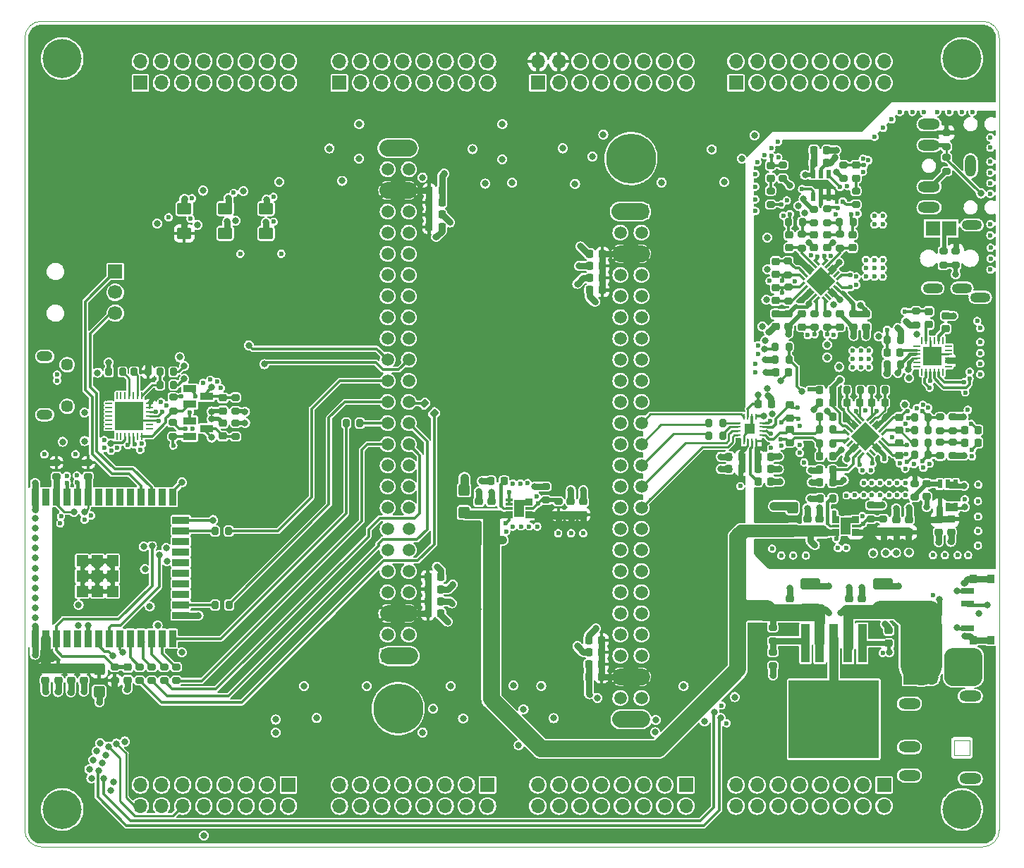
<source format=gbr>
%TF.GenerationSoftware,KiCad,Pcbnew,(6.0.10)*%
%TF.CreationDate,2023-12-11T17:00:35-05:00*%
%TF.ProjectId,Ultrasonic Sound Steering - Control Rev. A,556c7472-6173-46f6-9e69-6320536f756e,rev?*%
%TF.SameCoordinates,Original*%
%TF.FileFunction,Copper,L1,Top*%
%TF.FilePolarity,Positive*%
%FSLAX46Y46*%
G04 Gerber Fmt 4.6, Leading zero omitted, Abs format (unit mm)*
G04 Created by KiCad (PCBNEW (6.0.10)) date 2023-12-11 17:00:35*
%MOMM*%
%LPD*%
G01*
G04 APERTURE LIST*
G04 Aperture macros list*
%AMRoundRect*
0 Rectangle with rounded corners*
0 $1 Rounding radius*
0 $2 $3 $4 $5 $6 $7 $8 $9 X,Y pos of 4 corners*
0 Add a 4 corners polygon primitive as box body*
4,1,4,$2,$3,$4,$5,$6,$7,$8,$9,$2,$3,0*
0 Add four circle primitives for the rounded corners*
1,1,$1+$1,$2,$3*
1,1,$1+$1,$4,$5*
1,1,$1+$1,$6,$7*
1,1,$1+$1,$8,$9*
0 Add four rect primitives between the rounded corners*
20,1,$1+$1,$2,$3,$4,$5,0*
20,1,$1+$1,$4,$5,$6,$7,0*
20,1,$1+$1,$6,$7,$8,$9,0*
20,1,$1+$1,$8,$9,$2,$3,0*%
%AMRotRect*
0 Rectangle, with rotation*
0 The origin of the aperture is its center*
0 $1 length*
0 $2 width*
0 $3 Rotation angle, in degrees counterclockwise*
0 Add horizontal line*
21,1,$1,$2,0,0,$3*%
G04 Aperture macros list end*
%TA.AperFunction,Profile*%
%ADD10C,0.100000*%
%TD*%
%TA.AperFunction,Profile*%
%ADD11C,0.010000*%
%TD*%
%TA.AperFunction,SMDPad,CuDef*%
%ADD12RoundRect,0.225000X0.225000X0.250000X-0.225000X0.250000X-0.225000X-0.250000X0.225000X-0.250000X0*%
%TD*%
%TA.AperFunction,SMDPad,CuDef*%
%ADD13RoundRect,0.225000X0.250000X-0.225000X0.250000X0.225000X-0.250000X0.225000X-0.250000X-0.225000X0*%
%TD*%
%TA.AperFunction,SMDPad,CuDef*%
%ADD14RoundRect,0.225000X-0.225000X-0.250000X0.225000X-0.250000X0.225000X0.250000X-0.225000X0.250000X0*%
%TD*%
%TA.AperFunction,ComponentPad*%
%ADD15C,0.300000*%
%TD*%
%TA.AperFunction,SMDPad,CuDef*%
%ADD16RoundRect,0.200000X-0.275000X0.200000X-0.275000X-0.200000X0.275000X-0.200000X0.275000X0.200000X0*%
%TD*%
%TA.AperFunction,SMDPad,CuDef*%
%ADD17RoundRect,0.200000X0.275000X-0.200000X0.275000X0.200000X-0.275000X0.200000X-0.275000X-0.200000X0*%
%TD*%
%TA.AperFunction,SMDPad,CuDef*%
%ADD18RoundRect,0.008100X0.411900X0.126900X-0.411900X0.126900X-0.411900X-0.126900X0.411900X-0.126900X0*%
%TD*%
%TA.AperFunction,SMDPad,CuDef*%
%ADD19R,1.200000X2.000000*%
%TD*%
%TA.AperFunction,SMDPad,CuDef*%
%ADD20RoundRect,0.225000X-0.250000X0.225000X-0.250000X-0.225000X0.250000X-0.225000X0.250000X0.225000X0*%
%TD*%
%TA.AperFunction,ComponentPad*%
%ADD21C,4.700000*%
%TD*%
%TA.AperFunction,SMDPad,CuDef*%
%ADD22RoundRect,0.200000X0.200000X0.275000X-0.200000X0.275000X-0.200000X-0.275000X0.200000X-0.275000X0*%
%TD*%
%TA.AperFunction,SMDPad,CuDef*%
%ADD23RoundRect,0.250001X-0.624999X0.462499X-0.624999X-0.462499X0.624999X-0.462499X0.624999X0.462499X0*%
%TD*%
%TA.AperFunction,SMDPad,CuDef*%
%ADD24RoundRect,0.250000X0.425000X-0.450000X0.425000X0.450000X-0.425000X0.450000X-0.425000X-0.450000X0*%
%TD*%
%TA.AperFunction,SMDPad,CuDef*%
%ADD25RoundRect,0.200000X-0.200000X-0.275000X0.200000X-0.275000X0.200000X0.275000X-0.200000X0.275000X0*%
%TD*%
%TA.AperFunction,SMDPad,CuDef*%
%ADD26RoundRect,0.062500X0.337500X0.062500X-0.337500X0.062500X-0.337500X-0.062500X0.337500X-0.062500X0*%
%TD*%
%TA.AperFunction,SMDPad,CuDef*%
%ADD27RoundRect,0.062500X0.062500X0.337500X-0.062500X0.337500X-0.062500X-0.337500X0.062500X-0.337500X0*%
%TD*%
%TA.AperFunction,SMDPad,CuDef*%
%ADD28R,3.350000X3.350000*%
%TD*%
%TA.AperFunction,SMDPad,CuDef*%
%ADD29R,1.498600X0.711200*%
%TD*%
%TA.AperFunction,SMDPad,CuDef*%
%ADD30R,0.812800X0.990600*%
%TD*%
%TA.AperFunction,ComponentPad*%
%ADD31R,1.508000X1.508000*%
%TD*%
%TA.AperFunction,ComponentPad*%
%ADD32C,1.508000*%
%TD*%
%TA.AperFunction,ComponentPad*%
%ADD33C,6.000000*%
%TD*%
%TA.AperFunction,SMDPad,CuDef*%
%ADD34RoundRect,0.002600X0.212132X0.392303X-0.392303X-0.212132X-0.212132X-0.392303X0.392303X0.212132X0*%
%TD*%
%TA.AperFunction,SMDPad,CuDef*%
%ADD35RoundRect,0.002600X-0.392303X0.212132X0.212132X-0.392303X0.392303X-0.212132X-0.212132X0.392303X0*%
%TD*%
%TA.AperFunction,SMDPad,CuDef*%
%ADD36RoundRect,0.002600X-0.212132X-0.392303X0.392303X0.212132X0.212132X0.392303X-0.392303X-0.212132X0*%
%TD*%
%TA.AperFunction,SMDPad,CuDef*%
%ADD37RoundRect,0.002600X0.392303X-0.212132X-0.212132X0.392303X-0.392303X0.212132X0.212132X-0.392303X0*%
%TD*%
%TA.AperFunction,SMDPad,CuDef*%
%ADD38RotRect,2.500000X2.500000X135.000000*%
%TD*%
%TA.AperFunction,SMDPad,CuDef*%
%ADD39RoundRect,0.250000X0.925000X-0.412500X0.925000X0.412500X-0.925000X0.412500X-0.925000X-0.412500X0*%
%TD*%
%TA.AperFunction,SMDPad,CuDef*%
%ADD40R,0.900000X2.000000*%
%TD*%
%TA.AperFunction,SMDPad,CuDef*%
%ADD41R,2.000000X0.900000*%
%TD*%
%TA.AperFunction,SMDPad,CuDef*%
%ADD42R,1.330000X1.330000*%
%TD*%
%TA.AperFunction,SMDPad,CuDef*%
%ADD43R,1.600200X0.863600*%
%TD*%
%TA.AperFunction,SMDPad,CuDef*%
%ADD44R,0.254000X0.812800*%
%TD*%
%TA.AperFunction,SMDPad,CuDef*%
%ADD45R,0.812800X0.254000*%
%TD*%
%TA.AperFunction,SMDPad,CuDef*%
%ADD46R,2.260600X2.260600*%
%TD*%
%TA.AperFunction,SMDPad,CuDef*%
%ADD47RotRect,2.500000X2.500000X225.000000*%
%TD*%
%TA.AperFunction,SMDPad,CuDef*%
%ADD48RoundRect,0.200000X0.335876X0.053033X0.053033X0.335876X-0.335876X-0.053033X-0.053033X-0.335876X0*%
%TD*%
%TA.AperFunction,SMDPad,CuDef*%
%ADD49R,1.100000X4.600000*%
%TD*%
%TA.AperFunction,SMDPad,CuDef*%
%ADD50R,10.800000X9.400000*%
%TD*%
%TA.AperFunction,SMDPad,CuDef*%
%ADD51R,0.558800X0.977900*%
%TD*%
%TA.AperFunction,SMDPad,CuDef*%
%ADD52R,0.254000X0.762000*%
%TD*%
%TA.AperFunction,SMDPad,CuDef*%
%ADD53R,0.762000X0.254000*%
%TD*%
%TA.AperFunction,SMDPad,CuDef*%
%ADD54R,1.193800X1.193800*%
%TD*%
%TA.AperFunction,SMDPad,CuDef*%
%ADD55R,0.599999X1.000000*%
%TD*%
%TA.AperFunction,SMDPad,CuDef*%
%ADD56RoundRect,0.250000X-0.425000X0.450000X-0.425000X-0.450000X0.425000X-0.450000X0.425000X0.450000X0*%
%TD*%
%TA.AperFunction,ComponentPad*%
%ADD57R,1.700000X1.700000*%
%TD*%
%TA.AperFunction,ComponentPad*%
%ADD58O,1.700000X1.700000*%
%TD*%
%TA.AperFunction,ComponentPad*%
%ADD59O,2.400000X1.200000*%
%TD*%
%TA.AperFunction,ComponentPad*%
%ADD60R,1.800000X1.800000*%
%TD*%
%TA.AperFunction,ComponentPad*%
%ADD61C,1.450000*%
%TD*%
%TA.AperFunction,ComponentPad*%
%ADD62O,1.900000X1.200000*%
%TD*%
%TA.AperFunction,ComponentPad*%
%ADD63O,1.308000X2.616000*%
%TD*%
%TA.AperFunction,ComponentPad*%
%ADD64O,2.616000X1.308000*%
%TD*%
%TA.AperFunction,ComponentPad*%
%ADD65C,1.700000*%
%TD*%
%TA.AperFunction,ViaPad*%
%ADD66C,0.600000*%
%TD*%
%TA.AperFunction,ViaPad*%
%ADD67C,0.800000*%
%TD*%
%TA.AperFunction,Conductor*%
%ADD68C,0.350000*%
%TD*%
%TA.AperFunction,Conductor*%
%ADD69C,2.000000*%
%TD*%
%TA.AperFunction,Conductor*%
%ADD70C,0.800000*%
%TD*%
%TA.AperFunction,Conductor*%
%ADD71C,0.500000*%
%TD*%
%TA.AperFunction,Conductor*%
%ADD72C,1.200000*%
%TD*%
%TA.AperFunction,Conductor*%
%ADD73C,0.250000*%
%TD*%
%TA.AperFunction,Conductor*%
%ADD74C,0.300000*%
%TD*%
%TA.AperFunction,Conductor*%
%ADD75C,1.000000*%
%TD*%
%TA.AperFunction,Conductor*%
%ADD76C,0.450000*%
%TD*%
%TA.AperFunction,Conductor*%
%ADD77C,0.400000*%
%TD*%
%TA.AperFunction,Conductor*%
%ADD78C,0.356000*%
%TD*%
%TA.AperFunction,Conductor*%
%ADD79C,0.600000*%
%TD*%
%TA.AperFunction,Conductor*%
%ADD80C,0.200000*%
%TD*%
%TA.AperFunction,Conductor*%
%ADD81C,5.000000*%
%TD*%
%TA.AperFunction,Conductor*%
%ADD82C,1.500000*%
%TD*%
%TA.AperFunction,Conductor*%
%ADD83C,0.354000*%
%TD*%
%TA.AperFunction,Conductor*%
%ADD84C,0.700000*%
%TD*%
G04 APERTURE END LIST*
D10*
X159706350Y-26997214D02*
X272697922Y-26997214D01*
X157702100Y-124143000D02*
G75*
G03*
X159702136Y-126143000I2000100J100D01*
G01*
X274697886Y-28997214D02*
G75*
G03*
X272697922Y-26997214I-1999886J114D01*
G01*
X274697922Y-28997214D02*
X274697922Y-124138787D01*
X157702136Y-124143000D02*
X157706350Y-28997214D01*
X272697922Y-126138787D02*
X159702136Y-126143000D01*
X159706350Y-26997150D02*
G75*
G03*
X157706350Y-28997214I50J-2000050D01*
G01*
X272697922Y-126138722D02*
G75*
G03*
X274697922Y-124138787I78J1999922D01*
G01*
D11*
%TO.C,P13*%
X271110000Y-113350000D02*
X269310000Y-113350000D01*
X269310000Y-115150000D02*
X271110000Y-115150000D01*
X269310000Y-113350000D02*
X269310000Y-115150000D01*
X271110000Y-115150000D02*
X271110000Y-113350000D01*
%TD*%
D12*
%TO.P,C59,1*%
%TO.N,GND*%
X247250000Y-82275000D03*
%TO.P,C59,2*%
%TO.N,Net-(C59-Pad2)*%
X245700000Y-82275000D03*
%TD*%
D13*
%TO.P,C105,1*%
%TO.N,GND*%
X161712500Y-106130000D03*
%TO.P,C105,2*%
%TO.N,+3V3*%
X161712500Y-104580000D03*
%TD*%
D14*
%TO.P,C9,1*%
%TO.N,VCM*%
X252435000Y-43980000D03*
%TO.P,C9,2*%
%TO.N,GND*%
X253985000Y-43980000D03*
%TD*%
D15*
%TO.P,,39_16,GND*%
%TO.N,GND*%
X253960000Y-110600000D03*
%TD*%
D16*
%TO.P,R1,1*%
%TO.N,+3.3VA*%
X269470000Y-54623500D03*
%TO.P,R1,2*%
%TO.N,ECM_OPEN~*%
X269470000Y-56273500D03*
%TD*%
D15*
%TO.P,,39_16,GND*%
%TO.N,GND*%
X252102500Y-110612500D03*
%TD*%
D14*
%TO.P,C2,1*%
%TO.N,Net-(C2-Pad1)*%
X261244466Y-66795000D03*
%TO.P,C2,2*%
%TO.N,Net-(C2-Pad2)*%
X262794466Y-66795000D03*
%TD*%
D16*
%TO.P,R26,1*%
%TO.N,Net-(C19-Pad2)*%
X255560000Y-52575000D03*
%TO.P,R26,2*%
%TO.N,Net-(C23-Pad1)*%
X255560000Y-54225000D03*
%TD*%
D12*
%TO.P,C14,1*%
%TO.N,Net-(C11-Pad2)*%
X272137200Y-76104466D03*
%TO.P,C14,2*%
%TO.N,Net-(C14-Pad2)*%
X270587200Y-76104466D03*
%TD*%
D15*
%TO.P,,39_16,GND*%
%TO.N,GND*%
X251850000Y-58225000D03*
%TD*%
D17*
%TO.P,R7,1*%
%TO.N,GND*%
X248715000Y-45905000D03*
%TO.P,R7,2*%
%TO.N,Net-(C5-Pad1)*%
X248715000Y-44255000D03*
%TD*%
D16*
%TO.P,R25,1*%
%TO.N,Net-(C20-Pad1)*%
X250960000Y-52600000D03*
%TO.P,R25,2*%
%TO.N,Net-(C24-Pad2)*%
X250960000Y-54250000D03*
%TD*%
D15*
%TO.P,,39_15,GND*%
%TO.N,GND*%
X255010000Y-107015000D03*
%TD*%
D18*
%TO.P,U7,1,OUT_1*%
%TO.N,+3.3VA*%
X257410000Y-88590000D03*
%TO.P,U7,2,OUT_2*%
X257410000Y-88090000D03*
%TO.P,U7,3,FB*%
%TO.N,Net-(C77-Pad1)*%
X257410000Y-87590000D03*
%TO.P,U7,4,GND*%
%TO.N,GND*%
X257410000Y-87090000D03*
%TO.P,U7,5,PG*%
X257410000Y-86590000D03*
%TO.P,U7,6,SS_CTRL*%
%TO.N,+4V*%
X255020000Y-86590000D03*
%TO.P,U7,7,EN*%
X255020000Y-87090000D03*
%TO.P,U7,8,NR/SS*%
%TO.N,Net-(C73-Pad2)*%
X255020000Y-87590000D03*
%TO.P,U7,9,IN_9*%
%TO.N,+4V*%
X255020000Y-88090000D03*
%TO.P,U7,10,IN_10*%
X255020000Y-88590000D03*
D19*
%TO.P,U7,11,EXP*%
%TO.N,GND*%
X256215000Y-87590000D03*
D15*
%TO.P,U7,12,12*%
X255865000Y-87590000D03*
%TO.P,U7,13,IN_9*%
X256565000Y-87590000D03*
%TO.P,U7,14,1*%
X256215000Y-88340000D03*
%TO.P,U7,15,1*%
X256215000Y-86840000D03*
%TD*%
D12*
%TO.P,C109,1*%
%TO.N,GND*%
X207635000Y-95190000D03*
%TO.P,C109,2*%
%TO.N,+3V3*%
X206085000Y-95190000D03*
%TD*%
D20*
%TO.P,C84,1*%
%TO.N,GND*%
X224760000Y-84690000D03*
%TO.P,C84,2*%
%TO.N,+3V3*%
X224760000Y-86240000D03*
%TD*%
D15*
%TO.P,,39_16,GND*%
%TO.N,GND*%
X252910000Y-114760000D03*
%TD*%
D20*
%TO.P,C76,1*%
%TO.N,GND*%
X258225000Y-96295000D03*
%TO.P,C76,2*%
%TO.N,+5V*%
X258225000Y-97845000D03*
%TD*%
D21*
%TO.P,H2,1,1*%
%TO.N,GND*%
X162200177Y-31490000D03*
%TD*%
D16*
%TO.P,R48,1*%
%TO.N,Net-(C78-Pad1)*%
X221750000Y-84630000D03*
%TO.P,R48,2*%
%TO.N,+3V3*%
X221750000Y-86280000D03*
%TD*%
D22*
%TO.P,R66,1*%
%TO.N,+3V3*%
X172485000Y-69110000D03*
%TO.P,R66,2*%
%TO.N,Net-(R66-Pad2)*%
X170835000Y-69110000D03*
%TD*%
D12*
%TO.P,C25,1*%
%TO.N,VCM*%
X254685000Y-80872500D03*
%TO.P,C25,2*%
%TO.N,GND*%
X253135000Y-80872500D03*
%TD*%
D23*
%TO.P,D3,1,K*%
%TO.N,Net-(D3-Pad1)*%
X176840000Y-49505000D03*
%TO.P,D3,2,A*%
%TO.N,+3V3*%
X176840000Y-52480000D03*
%TD*%
D16*
%TO.P,R47,1*%
%TO.N,GND*%
X259305000Y-85110000D03*
%TO.P,R47,2*%
%TO.N,Net-(C77-Pad1)*%
X259305000Y-86760000D03*
%TD*%
D15*
%TO.P,,39_16,GND*%
%TO.N,GND*%
X255600000Y-114930000D03*
%TD*%
D24*
%TO.P,C68,1*%
%TO.N,+4V*%
X210427500Y-85980000D03*
%TO.P,C68,2*%
%TO.N,GND*%
X210427500Y-83280000D03*
%TD*%
D15*
%TO.P,,39_15,GND*%
%TO.N,GND*%
X257810000Y-111605000D03*
%TD*%
D13*
%TO.P,C123,1*%
%TO.N,GND*%
X160182500Y-106120000D03*
%TO.P,C123,2*%
%TO.N,+3V3*%
X160182500Y-104570000D03*
%TD*%
D15*
%TO.P,,39_15,GND*%
%TO.N,GND*%
X252102500Y-109407500D03*
%TD*%
%TO.P,,39_16,GND*%
%TO.N,GND*%
X252102500Y-111612500D03*
%TD*%
D14*
%TO.P,C65,1*%
%TO.N,GND*%
X242225000Y-79275000D03*
%TO.P,C65,2*%
%TO.N,+3V3*%
X243775000Y-79275000D03*
%TD*%
D20*
%TO.P,C83,1*%
%TO.N,GND*%
X263840000Y-86815000D03*
%TO.P,C83,2*%
%TO.N,+3.3VA*%
X263840000Y-88365000D03*
%TD*%
D15*
%TO.P,,39_16,GND*%
%TO.N,GND*%
X258750000Y-108210000D03*
%TD*%
%TO.P,,39_20,GND*%
%TO.N,GND*%
X171190000Y-75245000D03*
%TD*%
%TO.P,,39_16,GND*%
%TO.N,GND*%
X259720000Y-115185000D03*
%TD*%
D14*
%TO.P,C120,1*%
%TO.N,GND*%
X225410000Y-102770000D03*
%TO.P,C120,2*%
%TO.N,+3V3*%
X226960000Y-102770000D03*
%TD*%
D15*
%TO.P,,39_16,GND*%
%TO.N,GND*%
X259720000Y-110585000D03*
%TD*%
D12*
%TO.P,C121,1*%
%TO.N,GND*%
X207785000Y-47310000D03*
%TO.P,C121,2*%
%TO.N,+3V3*%
X206235000Y-47310000D03*
%TD*%
D15*
%TO.P,,39_15,GND*%
%TO.N,GND*%
X253030000Y-107005000D03*
%TD*%
%TO.P,,39_15,GND*%
%TO.N,GND*%
X258750000Y-111605000D03*
%TD*%
D20*
%TO.P,C81,1*%
%TO.N,GND*%
X223260000Y-84690000D03*
%TO.P,C81,2*%
%TO.N,+3V3*%
X223260000Y-86240000D03*
%TD*%
D15*
%TO.P,,39_16,GND*%
%TO.N,GND*%
X254675000Y-58225000D03*
%TD*%
D13*
%TO.P,C21,1*%
%TO.N,Net-(C21-Pad1)*%
X262650000Y-79137500D03*
%TO.P,C21,2*%
%TO.N,Net-(C21-Pad2)*%
X262650000Y-77587500D03*
%TD*%
D15*
%TO.P,,39_16,GND*%
%TO.N,GND*%
X253260000Y-58200000D03*
%TD*%
D14*
%TO.P,C130,1*%
%TO.N,GND*%
X225410000Y-104230000D03*
%TO.P,C130,2*%
%TO.N,+3V3*%
X226960000Y-104230000D03*
%TD*%
D15*
%TO.P,,39_16,GND*%
%TO.N,GND*%
X251180000Y-110610000D03*
%TD*%
D13*
%TO.P,C19,1*%
%TO.N,GND*%
X254060000Y-54175000D03*
%TO.P,C19,2*%
%TO.N,Net-(C19-Pad2)*%
X254060000Y-52625000D03*
%TD*%
%TO.P,C87,1*%
%TO.N,GND*%
X268900000Y-88355000D03*
%TO.P,C87,2*%
%TO.N,+3.3VA*%
X268900000Y-86805000D03*
%TD*%
D15*
%TO.P,,39_21,GND*%
%TO.N,GND*%
X171190000Y-73410000D03*
%TD*%
D22*
%TO.P,R21,1*%
%TO.N,Net-(C18-Pad1)*%
X266150000Y-79100000D03*
%TO.P,R21,2*%
%TO.N,Net-(C22-Pad2)*%
X264500000Y-79100000D03*
%TD*%
D15*
%TO.P,,39_16,GND*%
%TO.N,GND*%
X258750000Y-112810000D03*
%TD*%
D17*
%TO.P,R10,1*%
%TO.N,Net-(C13-Pad1)*%
X247234769Y-49006709D03*
%TO.P,R10,2*%
%TO.N,Net-(C5-Pad2)*%
X247234769Y-47356709D03*
%TD*%
D25*
%TO.P,R64,1*%
%TO.N,Net-(R64-Pad1)*%
X173915000Y-70660000D03*
%TO.P,R64,2*%
%TO.N,VBUS*%
X175565000Y-70660000D03*
%TD*%
D14*
%TO.P,C131,1*%
%TO.N,GND*%
X225410000Y-101310000D03*
%TO.P,C131,2*%
%TO.N,+3V3*%
X226960000Y-101310000D03*
%TD*%
D12*
%TO.P,C58,1*%
%TO.N,GND*%
X247250000Y-80775000D03*
%TO.P,C58,2*%
%TO.N,+3.3VA*%
X245700000Y-80775000D03*
%TD*%
D15*
%TO.P,,39_15,GND*%
%TO.N,GND*%
X250230000Y-107015000D03*
%TD*%
D20*
%TO.P,C45,1*%
%TO.N,VCM*%
X247853005Y-62132929D03*
%TO.P,C45,2*%
%TO.N,GND*%
X247853005Y-63682929D03*
%TD*%
%TO.P,C3,1*%
%TO.N,Net-(C3-Pad1)*%
X266210000Y-61860000D03*
%TO.P,C3,2*%
%TO.N,Net-(C3-Pad2)*%
X266210000Y-63410000D03*
%TD*%
D17*
%TO.P,R5,1*%
%TO.N,GND*%
X264710000Y-63460000D03*
%TO.P,R5,2*%
%TO.N,Net-(C3-Pad1)*%
X264710000Y-61810000D03*
%TD*%
D25*
%TO.P,R82,1*%
%TO.N,SPI_CS~*%
X180535000Y-88210000D03*
%TO.P,R82,2*%
%TO.N,/Logic_Ctrl/.33*%
X182185000Y-88210000D03*
%TD*%
D12*
%TO.P,C107,1*%
%TO.N,GND*%
X207640000Y-98110000D03*
%TO.P,C107,2*%
%TO.N,+3V3*%
X206090000Y-98110000D03*
%TD*%
D15*
%TO.P,,39_16,GND*%
%TO.N,GND*%
X245100000Y-76300000D03*
%TD*%
D20*
%TO.P,C44,1*%
%TO.N,ecm_n*%
X249524738Y-76045262D03*
%TO.P,C44,2*%
%TO.N,ecm_p*%
X249524738Y-77595262D03*
%TD*%
D15*
%TO.P,,39_16,GND*%
%TO.N,GND*%
X256892500Y-112822500D03*
%TD*%
%TO.P,,39_15,GND*%
%TO.N,GND*%
X250220000Y-109405000D03*
%TD*%
%TO.P,,39_15,GND*%
%TO.N,GND*%
X259710000Y-106990000D03*
%TD*%
%TO.P,,39_16,GND*%
%TO.N,GND*%
X267150000Y-67850000D03*
%TD*%
D12*
%TO.P,C55,1*%
%TO.N,GND*%
X247325000Y-73000000D03*
%TO.P,C55,2*%
%TO.N,ADC_VREF*%
X245775000Y-73000000D03*
%TD*%
D15*
%TO.P,,39_15,GND*%
%TO.N,GND*%
X252112500Y-107017500D03*
%TD*%
%TO.P,,39_16,GND*%
%TO.N,GND*%
X252112500Y-108222500D03*
%TD*%
D13*
%TO.P,C38,1*%
%TO.N,Net-(C38-Pad1)*%
X247840000Y-60555000D03*
%TO.P,C38,2*%
%TO.N,Net-(C38-Pad2)*%
X247840000Y-59005000D03*
%TD*%
D20*
%TO.P,C95,1*%
%TO.N,IO0*%
X181480000Y-72225000D03*
%TO.P,C95,2*%
%TO.N,GND*%
X181480000Y-73775000D03*
%TD*%
D15*
%TO.P,,39_16,GND*%
%TO.N,GND*%
X244425000Y-75625000D03*
%TD*%
D22*
%TO.P,R41,1*%
%TO.N,Net-(R41-Pad1)*%
X241500000Y-76804300D03*
%TO.P,R41,2*%
%TO.N,adc_SDOB{slash}~ALRT*%
X239850000Y-76804300D03*
%TD*%
D26*
%TO.P,U17,1,~{DCD}*%
%TO.N,unconnected-(U17-Pad1)*%
X172690000Y-75890000D03*
%TO.P,U17,2,~{RI}/CLK*%
%TO.N,unconnected-(U17-Pad2)*%
X172690000Y-75390000D03*
%TO.P,U17,3,GND*%
%TO.N,GND*%
X172690000Y-74890000D03*
%TO.P,U17,4,D+*%
%TO.N,/Logic_Ctrl/D+*%
X172690000Y-74390000D03*
%TO.P,U17,5,D-*%
%TO.N,/Logic_Ctrl/D-*%
X172690000Y-73890000D03*
%TO.P,U17,6,VDD*%
%TO.N,+3V3*%
X172690000Y-73390000D03*
%TO.P,U17,7,VREGIN*%
X172690000Y-72890000D03*
D27*
%TO.P,U17,8,VBUS*%
%TO.N,Net-(R64-Pad1)*%
X171740000Y-71940000D03*
%TO.P,U17,9,~{RST}*%
%TO.N,Net-(R66-Pad2)*%
X171240000Y-71940000D03*
%TO.P,U17,10,NC*%
%TO.N,unconnected-(U17-Pad10)*%
X170740000Y-71940000D03*
%TO.P,U17,11,~{SUSPEND}*%
%TO.N,Net-(R67-Pad1)*%
X170240000Y-71940000D03*
%TO.P,U17,12,SUSPEND*%
%TO.N,unconnected-(U17-Pad12)*%
X169740000Y-71940000D03*
%TO.P,U17,13,CHREN*%
%TO.N,unconnected-(U17-Pad13)*%
X169240000Y-71940000D03*
%TO.P,U17,14,CHR1*%
%TO.N,unconnected-(U17-Pad14)*%
X168740000Y-71940000D03*
D26*
%TO.P,U17,15,CHR0*%
%TO.N,unconnected-(U17-Pad15)*%
X167790000Y-72890000D03*
%TO.P,U17,16,~{WAKEUP}/GPIO.3*%
%TO.N,unconnected-(U17-Pad16)*%
X167790000Y-73390000D03*
%TO.P,U17,17,RS485/GPIO.2*%
%TO.N,unconnected-(U17-Pad17)*%
X167790000Y-73890000D03*
%TO.P,U17,18,~{RXT}/GPIO.1*%
%TO.N,unconnected-(U17-Pad18)*%
X167790000Y-74390000D03*
%TO.P,U17,19,~{TXT}/GPIO.0*%
%TO.N,unconnected-(U17-Pad19)*%
X167790000Y-74890000D03*
%TO.P,U17,20,GPIO.6*%
%TO.N,unconnected-(U17-Pad20)*%
X167790000Y-75390000D03*
%TO.P,U17,21,GPIO.5*%
%TO.N,unconnected-(U17-Pad21)*%
X167790000Y-75890000D03*
D27*
%TO.P,U17,22,GPIO.4*%
%TO.N,unconnected-(U17-Pad22)*%
X168740000Y-76840000D03*
%TO.P,U17,23,~{CTS}*%
%TO.N,unconnected-(U17-Pad23)*%
X169240000Y-76840000D03*
%TO.P,U17,24,~{RTS}*%
%TO.N,RTS*%
X169740000Y-76840000D03*
%TO.P,U17,25,RXD*%
%TO.N,ESP32_TXD0*%
X170240000Y-76840000D03*
%TO.P,U17,26,TXD*%
%TO.N,ESP32_RXD0*%
X170740000Y-76840000D03*
%TO.P,U17,27,~{DSR}*%
%TO.N,unconnected-(U17-Pad27)*%
X171240000Y-76840000D03*
%TO.P,U17,28,~{DTR}*%
%TO.N,DTR*%
X171740000Y-76840000D03*
D28*
%TO.P,U17,29,GND*%
%TO.N,GND*%
X170240000Y-74390000D03*
%TD*%
D16*
%TO.P,R46,1*%
%TO.N,Net-(C77-Pad1)*%
X260765000Y-86765000D03*
%TO.P,R46,2*%
%TO.N,+3.3VA*%
X260765000Y-88415000D03*
%TD*%
D15*
%TO.P,,39_16,GND*%
%TO.N,GND*%
X250230000Y-108220000D03*
%TD*%
D14*
%TO.P,C102,1*%
%TO.N,GND*%
X225510000Y-56380000D03*
%TO.P,C102,2*%
%TO.N,+3V3*%
X227060000Y-56380000D03*
%TD*%
D17*
%TO.P,R15,1*%
%TO.N,Net-(C14-Pad2)*%
X267600000Y-76175000D03*
%TO.P,R15,2*%
%TO.N,Net-(C18-Pad2)*%
X267600000Y-74525000D03*
%TD*%
D22*
%TO.P,R22,1*%
%TO.N,Net-(C18-Pad2)*%
X266150000Y-74600000D03*
%TO.P,R22,2*%
%TO.N,Net-(C21-Pad1)*%
X264500000Y-74600000D03*
%TD*%
D15*
%TO.P,,39_16,GND*%
%TO.N,GND*%
X258625000Y-75425000D03*
%TD*%
D12*
%TO.P,C126,1*%
%TO.N,GND*%
X207785000Y-48770000D03*
%TO.P,C126,2*%
%TO.N,+3V3*%
X206235000Y-48770000D03*
%TD*%
D15*
%TO.P,,39_16,GND*%
%TO.N,GND*%
X254290000Y-113410000D03*
%TD*%
D20*
%TO.P,C86,1*%
%TO.N,GND*%
X249557500Y-96295000D03*
%TO.P,C86,2*%
%TO.N,+4V*%
X249557500Y-97845000D03*
%TD*%
D22*
%TO.P,R19,1*%
%TO.N,Net-(C18-Pad2)*%
X266150000Y-76100000D03*
%TO.P,R19,2*%
%TO.N,Net-(C21-Pad2)*%
X264500000Y-76100000D03*
%TD*%
D20*
%TO.P,C48,1*%
%TO.N,mono_n*%
X249532142Y-73087858D03*
%TO.P,C48,2*%
%TO.N,mono_p*%
X249532142Y-74637858D03*
%TD*%
D17*
%TO.P,R87,1*%
%TO.N,Net-(P11-Pad4)*%
X268360000Y-45010000D03*
%TO.P,R87,2*%
%TO.N,AUX_OPEN~*%
X268360000Y-43360000D03*
%TD*%
D15*
%TO.P,,39_15,GND*%
%TO.N,GND*%
X257820000Y-109395000D03*
%TD*%
%TO.P,,39_16,GND*%
%TO.N,GND*%
X257810000Y-108210000D03*
%TD*%
D22*
%TO.P,R20,1*%
%TO.N,Net-(C18-Pad1)*%
X266150000Y-77600000D03*
%TO.P,R20,2*%
%TO.N,Net-(C22-Pad1)*%
X264500000Y-77600000D03*
%TD*%
D15*
%TO.P,,39_16,GND*%
%TO.N,GND*%
X257810000Y-112810000D03*
%TD*%
D21*
%TO.P,H1,1,1*%
%TO.N,GND*%
X270200189Y-31490000D03*
%TD*%
D16*
%TO.P,R33,1*%
%TO.N,Net-(C37-Pad2)*%
X249330000Y-55805000D03*
%TO.P,R33,2*%
%TO.N,Net-(C37-Pad1)*%
X249330000Y-57455000D03*
%TD*%
D17*
%TO.P,R13,1*%
%TO.N,Net-(C14-Pad2)*%
X269100534Y-76170534D03*
%TO.P,R13,2*%
%TO.N,GND*%
X269100534Y-74520534D03*
%TD*%
D15*
%TO.P,,39_16,GND*%
%TO.N,GND*%
X254960000Y-114170000D03*
%TD*%
%TO.P,,39_16,GND*%
%TO.N,GND*%
X250220000Y-111610000D03*
%TD*%
D14*
%TO.P,C100,1*%
%TO.N,GND*%
X225505000Y-54920000D03*
%TO.P,C100,2*%
%TO.N,+3V3*%
X227055000Y-54920000D03*
%TD*%
D15*
%TO.P,,39_16,GND*%
%TO.N,GND*%
X259710000Y-108195000D03*
%TD*%
D14*
%TO.P,C101,1*%
%TO.N,GND*%
X225510000Y-57830000D03*
%TO.P,C101,2*%
%TO.N,+3V3*%
X227060000Y-57830000D03*
%TD*%
D12*
%TO.P,C39,1*%
%TO.N,VCM*%
X254680000Y-72812500D03*
%TO.P,C39,2*%
%TO.N,GND*%
X253130000Y-72812500D03*
%TD*%
D15*
%TO.P,,39_16,GND*%
%TO.N,GND*%
X253020000Y-110600000D03*
%TD*%
D20*
%TO.P,C80,1*%
%TO.N,GND*%
X262305000Y-86810000D03*
%TO.P,C80,2*%
%TO.N,+3.3VA*%
X262305000Y-88360000D03*
%TD*%
D15*
%TO.P,,39_15,GND*%
%TO.N,GND*%
X259720000Y-109380000D03*
%TD*%
D16*
%TO.P,R78,1*%
%TO.N,Net-(R78-Pad1)*%
X174410000Y-104525000D03*
%TO.P,R78,2*%
%TO.N,I2S_WS*%
X174410000Y-106175000D03*
%TD*%
D15*
%TO.P,,39_15,GND*%
%TO.N,GND*%
X257820000Y-113995000D03*
%TD*%
%TO.P,,39_16,GND*%
%TO.N,GND*%
X257820000Y-110600000D03*
%TD*%
%TO.P,,39_16,GND*%
%TO.N,GND*%
X253030000Y-108210000D03*
%TD*%
D20*
%TO.P,C12,1*%
%TO.N,GND*%
X268240000Y-62360000D03*
%TO.P,C12,2*%
%TO.N,Net-(C12-Pad2)*%
X268240000Y-63910000D03*
%TD*%
D18*
%TO.P,U8,1,OUT_1*%
%TO.N,+3V3*%
X218225000Y-86480000D03*
%TO.P,U8,2,OUT_2*%
X218225000Y-85980000D03*
%TO.P,U8,3,FB*%
%TO.N,Net-(C78-Pad1)*%
X218225000Y-85480000D03*
%TO.P,U8,4,GND*%
%TO.N,GND*%
X218225000Y-84980000D03*
%TO.P,U8,5,PG*%
X218225000Y-84480000D03*
%TO.P,U8,6,SS_CTRL*%
%TO.N,+4V*%
X215835000Y-84480000D03*
%TO.P,U8,7,EN*%
X215835000Y-84980000D03*
%TO.P,U8,8,NR/SS*%
%TO.N,Net-(C74-Pad2)*%
X215835000Y-85480000D03*
%TO.P,U8,9,IN_9*%
%TO.N,+4V*%
X215835000Y-85980000D03*
%TO.P,U8,10,IN_10*%
X215835000Y-86480000D03*
D19*
%TO.P,U8,11,EXP*%
%TO.N,GND*%
X217030000Y-85480000D03*
D15*
%TO.P,U8,12,12*%
X216680000Y-85480000D03*
%TO.P,U8,13,IN_9*%
X217380000Y-85480000D03*
%TO.P,U8,14,1*%
X217030000Y-86230000D03*
%TO.P,U8,15,1*%
X217030000Y-84730000D03*
%TD*%
D29*
%TO.P,SW1,1,1*%
%TO.N,Net-(R45-Pad2)*%
X270873100Y-99900001D03*
%TO.P,SW1,2,2*%
%TO.N,EN*%
X270873100Y-96899999D03*
%TO.P,SW1,3,3*%
%TO.N,Net-(R44-Pad2)*%
X270873100Y-95399999D03*
D30*
%TO.P,SW1,6*%
%TO.N,GND*%
X271573101Y-101300000D03*
%TO.P,SW1,7*%
X271573101Y-94000000D03*
%TO.P,SW1,8*%
X273673100Y-101300000D03*
%TO.P,SW1,9*%
X273673100Y-94000000D03*
%TD*%
D15*
%TO.P,,39_16,GND*%
%TO.N,GND*%
X255980000Y-110610000D03*
%TD*%
D12*
%TO.P,C56,1*%
%TO.N,GND*%
X247250000Y-79275000D03*
%TO.P,C56,2*%
%TO.N,+3.3VA*%
X245700000Y-79275000D03*
%TD*%
D15*
%TO.P,,39_15,GND*%
%TO.N,GND*%
X256892500Y-111617500D03*
%TD*%
D14*
%TO.P,C90,1*%
%TO.N,GND*%
X247821875Y-69140000D03*
%TO.P,C90,2*%
%TO.N,Net-(C90-Pad2)*%
X249371875Y-69140000D03*
%TD*%
D17*
%TO.P,R2,1*%
%TO.N,AUX_OPEN~*%
X268360000Y-42050000D03*
%TO.P,R2,2*%
%TO.N,+3.3VA*%
X268360000Y-40400000D03*
%TD*%
D15*
%TO.P,,39_16,GND*%
%TO.N,GND*%
X255980000Y-111610000D03*
%TD*%
D12*
%TO.P,C106,1*%
%TO.N,GND*%
X207635000Y-96650000D03*
%TO.P,C106,2*%
%TO.N,+3V3*%
X206085000Y-96650000D03*
%TD*%
D14*
%TO.P,C34,1*%
%TO.N,Net-(C34-Pad1)*%
X256420000Y-72812500D03*
%TO.P,C34,2*%
%TO.N,Net-(C34-Pad2)*%
X257970000Y-72812500D03*
%TD*%
D17*
%TO.P,R54,1*%
%TO.N,Net-(C89-Pad2)*%
X264510000Y-84145000D03*
%TO.P,R54,2*%
%TO.N,+3.3VA*%
X264510000Y-82495000D03*
%TD*%
D25*
%TO.P,R65,1*%
%TO.N,Net-(R64-Pad1)*%
X173915000Y-69110000D03*
%TO.P,R65,2*%
%TO.N,GND*%
X175565000Y-69110000D03*
%TD*%
D31*
%TO.P,U14,1_1,1_1*%
%TO.N,GND*%
X201260000Y-103190000D03*
%TO.P,U14,1_2,1_2*%
X231740000Y-49840000D03*
D32*
%TO.P,U14,2_1,2_1*%
X203800000Y-103190000D03*
%TO.P,U14,2_2,2_2*%
X229200000Y-49840000D03*
%TO.P,U14,3_1,3_1*%
%TO.N,Net-(U14-Pad3_1)*%
X201260000Y-100650000D03*
%TO.P,U14,3_2,3_2*%
%TO.N,Net-(U13-Pad9)*%
X231740000Y-52380000D03*
%TO.P,U14,4_1,4_1*%
%TO.N,Net-(U14-Pad4_1)*%
X203800000Y-100650000D03*
%TO.P,U14,4_2,4_2*%
%TO.N,Net-(U14-Pad4_2)*%
X229200000Y-52380000D03*
%TO.P,U14,5_1,5_1*%
%TO.N,+3V3*%
X201260000Y-98110000D03*
%TO.P,U14,5_2,5_2*%
X231740000Y-54920000D03*
%TO.P,U14,6_1,6_1*%
X203800000Y-98110000D03*
%TO.P,U14,6_2,6_2*%
X229200000Y-54920000D03*
%TO.P,U14,7_1,7_1*%
%TO.N,Net-(U14-Pad7_1)*%
X201260000Y-95570000D03*
%TO.P,U14,7_2,7_2*%
%TO.N,Net-(U13-Pad8)*%
X231740000Y-57460000D03*
%TO.P,U14,8_1,8_1*%
%TO.N,Net-(U14-Pad8_1)*%
X203800000Y-95570000D03*
%TO.P,U14,8_2,8_2*%
%TO.N,Net-(U14-Pad8_2)*%
X229200000Y-57460000D03*
%TO.P,U14,9_1,9_1*%
%TO.N,Net-(U14-Pad9_1)*%
X201260000Y-93030000D03*
%TO.P,U14,9_2,9_2*%
%TO.N,Net-(U13-Pad7)*%
X231740000Y-60000000D03*
%TO.P,U14,10_1,10_1*%
%TO.N,Net-(U14-Pad10_1)*%
X203800000Y-93030000D03*
%TO.P,U14,10_2,10_2*%
%TO.N,Net-(U14-Pad10_2)*%
X229200000Y-60000000D03*
%TO.P,U14,11_1,11_1*%
%TO.N,Net-(U14-Pad11_1)*%
X201260000Y-90490000D03*
%TO.P,U14,11_2,11_2*%
%TO.N,Net-(U13-Pad6)*%
X231740000Y-62540000D03*
%TO.P,U14,12_1,12_1*%
%TO.N,Net-(U14-Pad12_1)*%
X203800000Y-90490000D03*
%TO.P,U14,12_2,12_2*%
%TO.N,Net-(U14-Pad12_2)*%
X229200000Y-62540000D03*
%TO.P,U14,13_1,13_1*%
%TO.N,Net-(U14-Pad13_1)*%
X201260000Y-87950000D03*
%TO.P,U14,13_2,13_2*%
%TO.N,Net-(U13-Pad5)*%
X231740000Y-65080000D03*
%TO.P,U14,14_1,14_1*%
%TO.N,Net-(U14-Pad14_1)*%
X203800000Y-87950000D03*
%TO.P,U14,14_2,14_2*%
%TO.N,Net-(U14-Pad14_2)*%
X229200000Y-65080000D03*
%TO.P,U14,15_1,15_1*%
%TO.N,Net-(U14-Pad15_1)*%
X201260000Y-85410000D03*
%TO.P,U14,15_2,15_2*%
%TO.N,Net-(U13-Pad4)*%
X231740000Y-67620000D03*
%TO.P,U14,16_1,16_1*%
%TO.N,Net-(U14-Pad16_1)*%
X203800000Y-85410000D03*
%TO.P,U14,16_2,16_2*%
%TO.N,Net-(U14-Pad16_2)*%
X229200000Y-67620000D03*
%TO.P,U14,17_1,17_1*%
%TO.N,Net-(U14-Pad17_1)*%
X201260000Y-82870000D03*
%TO.P,U14,17_2,17_2*%
%TO.N,Net-(U13-Pad3)*%
X231740000Y-70160000D03*
%TO.P,U14,18_1,18_1*%
%TO.N,Net-(U14-Pad18_1)*%
X203800000Y-82870000D03*
%TO.P,U14,18_2,18_2*%
%TO.N,Net-(U14-Pad18_2)*%
X229200000Y-70160000D03*
%TO.P,U14,19_1,19_1*%
%TO.N,Net-(U14-Pad19_1)*%
X201260000Y-80330000D03*
%TO.P,U14,19_2,19_2*%
%TO.N,Net-(U13-Pad2)*%
X231740000Y-72700000D03*
%TO.P,U14,20_1,20_1*%
%TO.N,Net-(U14-Pad20_1)*%
X203800000Y-80330000D03*
%TO.P,U14,20_2,20_2*%
%TO.N,Net-(U14-Pad20_2)*%
X229200000Y-72700000D03*
%TO.P,U14,21_1,21_1*%
%TO.N,/Logic_Ctrl/.00*%
X201260000Y-77790000D03*
%TO.P,U14,21_2,21_2*%
%TO.N,adc_CS~*%
X231740000Y-75240000D03*
%TO.P,U14,22_1,22_1*%
%TO.N,I2S_WS*%
X203800000Y-77790000D03*
%TO.P,U14,22_2,22_2*%
%TO.N,unconnected-(U14-Pad22_2)*%
X229200000Y-75240000D03*
%TO.P,U14,23_1,23_1*%
%TO.N,/Logic_Ctrl/.11*%
X201260000Y-75250000D03*
%TO.P,U14,23_2,23_2*%
%TO.N,adc_SDOA*%
X231740000Y-77780000D03*
%TO.P,U14,24_1,24_1*%
%TO.N,I2S_BCLK*%
X203800000Y-75250000D03*
%TO.P,U14,24_2,24_2*%
%TO.N,unconnected-(U14-Pad24_2)*%
X229200000Y-77780000D03*
%TO.P,U14,25_1,25_1*%
%TO.N,/Logic_Ctrl/.22*%
X201260000Y-72710000D03*
%TO.P,U14,25_2,25_2*%
%TO.N,adc_SDOB{slash}~ALRT*%
X231740000Y-80320000D03*
%TO.P,U14,26_1,26_1*%
%TO.N,Net-(R80-Pad2)*%
X203800000Y-72710000D03*
%TO.P,U14,26_2,26_2*%
%TO.N,unconnected-(U14-Pad26_2)*%
X229200000Y-80320000D03*
%TO.P,U14,27_1,27_1*%
%TO.N,/Logic_Ctrl/.33*%
X201260000Y-70170000D03*
%TO.P,U14,27_2,27_2*%
%TO.N,adc_SDI*%
X231740000Y-82860000D03*
%TO.P,U14,28_1,28_1*%
%TO.N,Artix7_HB*%
X203800000Y-70170000D03*
%TO.P,U14,28_2,28_2*%
%TO.N,unconnected-(U14-Pad28_2)*%
X229200000Y-82860000D03*
%TO.P,U14,29_1,29_1*%
%TO.N,TX_ACTIVE*%
X201260000Y-67630000D03*
%TO.P,U14,29_2,29_2*%
%TO.N,adc_SCK*%
X231740000Y-85400000D03*
%TO.P,U14,30_1,30_1*%
%TO.N,ESP32_HB*%
X203800000Y-67630000D03*
%TO.P,U14,30_2,30_2*%
%TO.N,unconnected-(U14-Pad30_2)*%
X229200000Y-85400000D03*
%TO.P,U14,31_1,31_1*%
%TO.N,Net-(U14-Pad31_1)*%
X201260000Y-65090000D03*
%TO.P,U14,31_2,31_2*%
%TO.N,Net-(U12-Pad9)*%
X231740000Y-87940000D03*
%TO.P,U14,32_1,32_1*%
%TO.N,Net-(U14-Pad32_1)*%
X203800000Y-65090000D03*
%TO.P,U14,32_2,32_2*%
%TO.N,Net-(U14-Pad32_2)*%
X229200000Y-87940000D03*
%TO.P,U14,33_1,33_1*%
%TO.N,Net-(U14-Pad33_1)*%
X201260000Y-62550000D03*
%TO.P,U14,33_2,33_2*%
%TO.N,Net-(U12-Pad8)*%
X231740000Y-90480000D03*
%TO.P,U14,34_1,34_1*%
%TO.N,Net-(U14-Pad34_1)*%
X203800000Y-62550000D03*
%TO.P,U14,34_2,34_2*%
%TO.N,Net-(U14-Pad34_2)*%
X229200000Y-90480000D03*
%TO.P,U14,35_1,35_1*%
%TO.N,Net-(U14-Pad35_1)*%
X201260000Y-60010000D03*
%TO.P,U14,35_2,35_2*%
%TO.N,Net-(U12-Pad7)*%
X231740000Y-93020000D03*
%TO.P,U14,36_1,36_1*%
%TO.N,Net-(U14-Pad36_1)*%
X203800000Y-60010000D03*
%TO.P,U14,36_2,36_2*%
%TO.N,Net-(U14-Pad36_2)*%
X229200000Y-93020000D03*
%TO.P,U14,37_1,37_1*%
%TO.N,Net-(U14-Pad37_1)*%
X201260000Y-57470000D03*
%TO.P,U14,37_2,37_2*%
%TO.N,Net-(U12-Pad6)*%
X231740000Y-95560000D03*
%TO.P,U14,38_1,38_1*%
%TO.N,Net-(U14-Pad38_1)*%
X203800000Y-57470000D03*
%TO.P,U14,38_2,38_2*%
%TO.N,Net-(U14-Pad38_2)*%
X229200000Y-95560000D03*
%TO.P,U14,39_1,39_1*%
%TO.N,Net-(U14-Pad39_1)*%
X201260000Y-54930000D03*
%TO.P,U14,39_2,39_2*%
%TO.N,Net-(U12-Pad5)*%
X231740000Y-98100000D03*
%TO.P,U14,40_1,40_1*%
%TO.N,Net-(U14-Pad40_1)*%
X203800000Y-54930000D03*
%TO.P,U14,40_2,40_2*%
%TO.N,Net-(U14-Pad40_2)*%
X229200000Y-98100000D03*
%TO.P,U14,41_1,41_1*%
%TO.N,Net-(U14-Pad41_1)*%
X201260000Y-52390000D03*
%TO.P,U14,41_2,41_2*%
%TO.N,Net-(U12-Pad4)*%
X231740000Y-100640000D03*
%TO.P,U14,42_1,42_1*%
%TO.N,Net-(U14-Pad42_1)*%
X203800000Y-52390000D03*
%TO.P,U14,42_2,42_2*%
%TO.N,Net-(U14-Pad42_2)*%
X229200000Y-100640000D03*
%TO.P,U14,43_1,43_1*%
%TO.N,Net-(U14-Pad43_1)*%
X201260000Y-49850000D03*
%TO.P,U14,43_2,43_2*%
%TO.N,Net-(U12-Pad3)*%
X231740000Y-103180000D03*
%TO.P,U14,44_1,44_1*%
%TO.N,Net-(U14-Pad44_1)*%
X203800000Y-49850000D03*
%TO.P,U14,44_2,44_2*%
%TO.N,Net-(U14-Pad44_2)*%
X229200000Y-103180000D03*
%TO.P,U14,45_1,45_1*%
%TO.N,+3V3*%
X201260000Y-47310000D03*
%TO.P,U14,45_2,45_2*%
X231740000Y-105720000D03*
%TO.P,U14,46_1,46_1*%
X203800000Y-47310000D03*
%TO.P,U14,46_2,46_2*%
X229200000Y-105720000D03*
%TO.P,U14,47_1,47_1*%
%TO.N,Net-(U14-Pad47_1)*%
X201260000Y-44770000D03*
%TO.P,U14,47_2,47_2*%
%TO.N,Net-(U12-Pad2)*%
X231740000Y-108260000D03*
%TO.P,U14,48_1,48_1*%
%TO.N,Net-(U14-Pad48_1)*%
X203800000Y-44770000D03*
%TO.P,U14,48_2,48_2*%
%TO.N,Net-(U14-Pad48_2)*%
X229200000Y-108260000D03*
%TO.P,U14,49_1,49_1*%
%TO.N,GND*%
X201260000Y-42230000D03*
%TO.P,U14,49_2,49_2*%
X231740000Y-110800000D03*
%TO.P,U14,50_1,50_1*%
X203800000Y-42230000D03*
%TO.P,U14,50_2,50_2*%
X229200000Y-110800000D03*
D33*
%TO.P,U14,S1,GND*%
X230470000Y-43490000D03*
%TO.P,U14,S2,GND*%
X202530000Y-109540000D03*
%TD*%
D16*
%TO.P,R18,1*%
%TO.N,VCM*%
X252460000Y-49575000D03*
%TO.P,R18,2*%
%TO.N,Net-(C20-Pad1)*%
X252460000Y-51225000D03*
%TD*%
D15*
%TO.P,,39_16,GND*%
%TO.N,GND*%
X257225000Y-76875000D03*
%TD*%
D17*
%TO.P,R60,1*%
%TO.N,DTR*%
X175510000Y-73805000D03*
%TO.P,R60,2*%
%TO.N,Net-(Q2-Pad1)*%
X175510000Y-72155000D03*
%TD*%
D15*
%TO.P,,39_16,GND*%
%TO.N,GND*%
X169355000Y-73410000D03*
%TD*%
%TO.P,,39_16,GND*%
%TO.N,GND*%
X260050000Y-76875000D03*
%TD*%
D14*
%TO.P,C8,1*%
%TO.N,VCM*%
X252440000Y-42500000D03*
%TO.P,C8,2*%
%TO.N,GND*%
X253990000Y-42500000D03*
%TD*%
D15*
%TO.P,,39_15,GND*%
%TO.N,GND*%
X257810000Y-107005000D03*
%TD*%
%TO.P,,39_15,GND*%
%TO.N,GND*%
X267150000Y-66645000D03*
%TD*%
D22*
%TO.P,R31,1*%
%TO.N,Net-(C33-Pad2)*%
X260990000Y-71312500D03*
%TO.P,R31,2*%
%TO.N,Net-(C33-Pad1)*%
X259340000Y-71312500D03*
%TD*%
D34*
%TO.P,U3,1,-IN1*%
%TO.N,Net-(C22-Pad1)*%
X260870000Y-76383764D03*
%TO.P,U3,2,+FB1*%
%TO.N,Net-(C22-Pad2)*%
X260516447Y-76030210D03*
%TO.P,U3,3,+VS1*%
%TO.N,+3.3VA*%
X260162893Y-75676657D03*
%TO.P,U3,4,+VS1*%
X259809340Y-75323104D03*
%TO.P,U3,5,-FB2*%
%TO.N,Net-(C33-Pad2)*%
X259455787Y-74969550D03*
%TO.P,U3,6,+IN2*%
%TO.N,Net-(C33-Pad1)*%
X259102233Y-74615997D03*
D35*
%TO.P,U3,7,-IN2*%
%TO.N,Net-(C34-Pad2)*%
X258133497Y-74615997D03*
%TO.P,U3,8,+FB2*%
%TO.N,Net-(C34-Pad1)*%
X257779943Y-74969550D03*
%TO.P,U3,9,+VS2*%
%TO.N,+3.3VA*%
X257426390Y-75323104D03*
%TO.P,U3,10,+VS2*%
X257072837Y-75676657D03*
%TO.P,U3,11,VOCM2*%
%TO.N,VCM*%
X256719283Y-76030210D03*
%TO.P,U3,12,+OUT2*%
%TO.N,Net-(R36-Pad2)*%
X256365730Y-76383764D03*
D36*
%TO.P,U3,13,-OUT2*%
%TO.N,Net-(R35-Pad2)*%
X256365730Y-77352500D03*
%TO.P,U3,14,~{DISABLE}2*%
%TO.N,unconnected-(U3-Pad14)*%
X256719283Y-77706054D03*
%TO.P,U3,15,-VS2*%
%TO.N,GND*%
X257072837Y-78059607D03*
%TO.P,U3,16,-VS2*%
X257426390Y-78413160D03*
%TO.P,U3,17,VOCM1*%
%TO.N,VCM*%
X257779943Y-78766714D03*
%TO.P,U3,18,+OUT1*%
%TO.N,Net-(C27-Pad1)*%
X258133497Y-79120267D03*
D37*
%TO.P,U3,19,-OUT1*%
%TO.N,Net-(C26-Pad1)*%
X259102233Y-79120267D03*
%TO.P,U3,20,~{DISABLE}1*%
%TO.N,unconnected-(U3-Pad20)*%
X259455787Y-78766714D03*
%TO.P,U3,21,-VS1*%
%TO.N,GND*%
X259809340Y-78413160D03*
%TO.P,U3,22,-VS1*%
X260162893Y-78059607D03*
%TO.P,U3,23,-FB1*%
%TO.N,Net-(C21-Pad1)*%
X260516447Y-77706054D03*
%TO.P,U3,24,+IN1*%
%TO.N,Net-(C21-Pad2)*%
X260870000Y-77352500D03*
D38*
%TO.P,U3,25,EP*%
%TO.N,GND*%
X258617865Y-76868132D03*
%TD*%
D15*
%TO.P,,39_15,GND*%
%TO.N,GND*%
X169355000Y-75245000D03*
%TD*%
D39*
%TO.P,C85,1*%
%TO.N,+4V*%
X252037500Y-97640000D03*
%TO.P,C85,2*%
%TO.N,GND*%
X252037500Y-94565000D03*
%TD*%
D16*
%TO.P,R83,1*%
%TO.N,SPI_SCK*%
X175870000Y-104525000D03*
%TO.P,R83,2*%
%TO.N,/Logic_Ctrl/.00*%
X175870000Y-106175000D03*
%TD*%
%TO.P,R49,1*%
%TO.N,GND*%
X220250000Y-82860000D03*
%TO.P,R49,2*%
%TO.N,Net-(C78-Pad1)*%
X220250000Y-84510000D03*
%TD*%
D15*
%TO.P,,39_15,GND*%
%TO.N,GND*%
X259710000Y-111590000D03*
%TD*%
D13*
%TO.P,C114,1*%
%TO.N,GND*%
X170030000Y-106125000D03*
%TO.P,C114,2*%
%TO.N,EN_*%
X170030000Y-104575000D03*
%TD*%
D15*
%TO.P,,39_15,GND*%
%TO.N,GND*%
X253970000Y-107005000D03*
%TD*%
D20*
%TO.P,C71,1*%
%TO.N,GND*%
X251640000Y-86805000D03*
%TO.P,C71,2*%
%TO.N,+4V*%
X251640000Y-88355000D03*
%TD*%
D40*
%TO.P,U18,1,GND*%
%TO.N,GND*%
X158930000Y-101130000D03*
%TO.P,U18,2,3V3*%
%TO.N,+3V3*%
X160200000Y-101130000D03*
%TO.P,U18,3,EN*%
%TO.N,EN_*%
X161470000Y-101130000D03*
%TO.P,U18,4,SENSOR_VP*%
%TO.N,unconnected-(U18-Pad4)*%
X162740000Y-101130000D03*
%TO.P,U18,5,SENSOR_VN*%
%TO.N,unconnected-(U18-Pad5)*%
X164010000Y-101130000D03*
%TO.P,U18,6,IO34*%
%TO.N,Drive_Distance*%
X165280000Y-101130000D03*
%TO.P,U18,7,IO35*%
%TO.N,AUX_OPEN~*%
X166550000Y-101130000D03*
%TO.P,U18,8,IO32*%
%TO.N,UltrasonicDrive_DIS~*%
X167820000Y-101130000D03*
%TO.P,U18,9,IO33*%
%TO.N,ECM_OPEN~*%
X169090000Y-101130000D03*
%TO.P,U18,10,IO25*%
%TO.N,Net-(R77-Pad1)*%
X170360000Y-101130000D03*
%TO.P,U18,11,IO26*%
%TO.N,Net-(R79-Pad1)*%
X171630000Y-101130000D03*
%TO.P,U18,12,IO27*%
%TO.N,Net-(R78-Pad1)*%
X172900000Y-101130000D03*
%TO.P,U18,13,IO14*%
%TO.N,SPI_SCK*%
X174170000Y-101130000D03*
%TO.P,U18,14,IO12*%
%TO.N,SPI_MISO*%
X175440000Y-101130000D03*
D41*
%TO.P,U18,15,GND*%
%TO.N,GND*%
X176440000Y-98345000D03*
%TO.P,U18,16,IO13*%
%TO.N,SPI_MOSI*%
X176440000Y-97075000D03*
%TO.P,U18,17,SHD/SD2*%
%TO.N,unconnected-(U18-Pad17)*%
X176440000Y-95805000D03*
%TO.P,U18,18,SWP/SD3*%
%TO.N,unconnected-(U18-Pad18)*%
X176440000Y-94535000D03*
%TO.P,U18,19,SCS/CMD*%
%TO.N,unconnected-(U18-Pad19)*%
X176440000Y-93265000D03*
%TO.P,U18,20,SCK/CLK*%
%TO.N,unconnected-(U18-Pad20)*%
X176440000Y-91995000D03*
%TO.P,U18,21,SDO/SD0*%
%TO.N,unconnected-(U18-Pad21)*%
X176440000Y-90725000D03*
%TO.P,U18,22,SDI/SD1*%
%TO.N,unconnected-(U18-Pad22)*%
X176440000Y-89455000D03*
%TO.P,U18,23,IO15*%
%TO.N,SPI_CS~*%
X176440000Y-88185000D03*
%TO.P,U18,24,IO2*%
%TO.N,ESP32_HB*%
X176440000Y-86915000D03*
D40*
%TO.P,U18,25,IO0*%
%TO.N,IO0*%
X175440000Y-84130000D03*
%TO.P,U18,26,IO4*%
%TO.N,unconnected-(U18-Pad26)*%
X174170000Y-84130000D03*
%TO.P,U18,27,IO16*%
%TO.N,UART_RX*%
X172900000Y-84130000D03*
%TO.P,U18,28,IO17*%
%TO.N,UART_TX*%
X171630000Y-84130000D03*
%TO.P,U18,29,IO5*%
%TO.N,unconnected-(U18-Pad29)*%
X170360000Y-84130000D03*
%TO.P,U18,30,IO18*%
%TO.N,unconnected-(U18-Pad30)*%
X169090000Y-84130000D03*
%TO.P,U18,31,IO19*%
%TO.N,unconnected-(U18-Pad31)*%
X167820000Y-84130000D03*
%TO.P,U18,32*%
%TO.N,N/C*%
X166550000Y-84130000D03*
%TO.P,U18,33,IO21*%
%TO.N,DIGPOT_SDA*%
X165280000Y-84130000D03*
%TO.P,U18,34,RXD0*%
%TO.N,ESP32_TXD0*%
X164010000Y-84130000D03*
%TO.P,U18,35,TXD0*%
%TO.N,ESP32_RXD0*%
X162740000Y-84130000D03*
%TO.P,U18,36,IO22*%
%TO.N,DIGPOT_SCL*%
X161470000Y-84130000D03*
%TO.P,U18,37,IO23*%
%TO.N,unconnected-(U18-Pad37)*%
X160200000Y-84130000D03*
%TO.P,U18,38,GND*%
%TO.N,GND*%
X158930000Y-84130000D03*
D42*
%TO.P,U18,39_1,GND*%
X164595000Y-95465000D03*
%TO.P,U18,39_2,GND*%
X164595000Y-93630000D03*
%TO.P,U18,39_3,GND*%
X164595000Y-91795000D03*
%TO.P,U18,39_4,GND*%
X166430000Y-95465000D03*
%TO.P,U18,39_5,GND*%
X166430000Y-93630000D03*
%TO.P,U18,39_6,GND*%
X166430000Y-91795000D03*
%TO.P,U18,39_7,GND*%
X168265000Y-95465000D03*
%TO.P,U18,39_8,GND*%
X168265000Y-93630000D03*
%TO.P,U18,39_9,GND*%
X168265000Y-91795000D03*
D15*
%TO.P,U18,39_10,GND*%
X164595000Y-94547500D03*
%TO.P,U18,39_11,GND*%
X164595000Y-92712500D03*
%TO.P,U18,39_12,GND*%
X165512500Y-95465000D03*
%TO.P,U18,39_13,GND*%
X165512500Y-93630000D03*
%TO.P,U18,39_14,GND*%
X165512500Y-91795000D03*
%TO.P,U18,39_15,GND*%
X166430000Y-94547500D03*
%TO.P,U18,39_16,GND*%
X166430000Y-92712500D03*
%TO.P,U18,39_17,GND*%
X167347500Y-95465000D03*
%TO.P,U18,39_18,GND*%
X167347500Y-93630000D03*
%TO.P,U18,39_19,GND*%
X167347500Y-91795000D03*
%TO.P,U18,39_20,GND*%
X168265000Y-94547500D03*
%TO.P,U18,39_21,GND*%
X168265000Y-92712500D03*
%TD*%
D12*
%TO.P,C47,1*%
%TO.N,GND*%
X254695000Y-74520000D03*
%TO.P,C47,2*%
%TO.N,ecm_n*%
X253145000Y-74520000D03*
%TD*%
D16*
%TO.P,R61,1*%
%TO.N,IO0*%
X183010000Y-72165000D03*
%TO.P,R61,2*%
%TO.N,GND*%
X183010000Y-73815000D03*
%TD*%
D14*
%TO.P,C119,1*%
%TO.N,GND*%
X225410000Y-105690000D03*
%TO.P,C119,2*%
%TO.N,+3V3*%
X226960000Y-105690000D03*
%TD*%
D13*
%TO.P,C53,1*%
%TO.N,mono_p*%
X255540000Y-63700000D03*
%TO.P,C53,2*%
%TO.N,GND*%
X255540000Y-62150000D03*
%TD*%
D20*
%TO.P,C7,1*%
%TO.N,Net-(C7-Pad1)*%
X257480000Y-44285000D03*
%TO.P,C7,2*%
%TO.N,Net-(C7-Pad2)*%
X257480000Y-45835000D03*
%TD*%
D21*
%TO.P,H3,1,1*%
%TO.N,GND*%
X270200172Y-121640000D03*
%TD*%
D17*
%TO.P,R37,1*%
%TO.N,mono_p*%
X254020000Y-63750000D03*
%TO.P,R37,2*%
%TO.N,Net-(R37-Pad2)*%
X254020000Y-62100000D03*
%TD*%
D43*
%TO.P,Q2,1,G*%
%TO.N,Net-(Q2-Pad1)*%
X177484500Y-74969999D03*
%TO.P,Q2,2,S*%
%TO.N,RTS*%
X177484500Y-76870001D03*
%TO.P,Q2,3,D*%
%TO.N,EN_*%
X179495500Y-75920000D03*
%TD*%
D44*
%TO.P,U1,1,NC*%
%TO.N,unconnected-(U1-Pad1)*%
X267914781Y-65339466D03*
%TO.P,U1,2,BYP*%
%TO.N,Net-(C12-Pad2)*%
X267414655Y-65339466D03*
%TO.P,U1,3,NC*%
%TO.N,unconnected-(U1-Pad3)*%
X266914529Y-65339466D03*
%TO.P,U1,4,GND*%
%TO.N,GND*%
X266414403Y-65339466D03*
%TO.P,U1,5,IN-*%
%TO.N,Net-(C3-Pad2)*%
X265914277Y-65339466D03*
%TO.P,U1,6,NC*%
%TO.N,unconnected-(U1-Pad6)*%
X265414151Y-65339466D03*
D45*
%TO.P,U1,7,NC*%
%TO.N,unconnected-(U1-Pad7)*%
X264759466Y-65994151D03*
%TO.P,U1,8,IN+*%
%TO.N,Net-(C2-Pad2)*%
X264759466Y-66494277D03*
%TO.P,U1,9,GS*%
%TO.N,Net-(R6-Pad1)*%
X264759466Y-66994403D03*
%TO.P,U1,10,BIAS*%
%TO.N,Net-(R4-Pad2)*%
X264759466Y-67494529D03*
%TO.P,U1,11,NC*%
%TO.N,unconnected-(U1-Pad11)*%
X264759466Y-67994655D03*
%TO.P,U1,12,NC*%
%TO.N,unconnected-(U1-Pad12)*%
X264759466Y-68494781D03*
D44*
%TO.P,U1,13,NC*%
%TO.N,unconnected-(U1-Pad13)*%
X265414151Y-69149466D03*
%TO.P,U1,14,C1*%
%TO.N,Net-(C11-Pad1)*%
X265914277Y-69149466D03*
%TO.P,U1,15,C2*%
%TO.N,Net-(C10-Pad1)*%
X266414403Y-69149466D03*
%TO.P,U1,16,OUT-*%
%TO.N,Net-(C10-Pad2)*%
X266914529Y-69149466D03*
%TO.P,U1,17,OUT+*%
%TO.N,Net-(C11-Pad2)*%
X267414655Y-69149466D03*
%TO.P,U1,18,NC*%
%TO.N,unconnected-(U1-Pad18)*%
X267914781Y-69149466D03*
D45*
%TO.P,U1,19,NC*%
%TO.N,unconnected-(U1-Pad19)*%
X268569466Y-68494781D03*
%TO.P,U1,20,VCC*%
%TO.N,+3.3VA*%
X268569466Y-67994655D03*
%TO.P,U1,21,STBY~*%
X268569466Y-67494529D03*
%TO.P,U1,22,GND*%
%TO.N,GND*%
X268569466Y-66994403D03*
%TO.P,U1,23,NC*%
%TO.N,unconnected-(U1-Pad23)*%
X268569466Y-66494277D03*
%TO.P,U1,24,NC*%
%TO.N,unconnected-(U1-Pad24)*%
X268569466Y-65994151D03*
D46*
%TO.P,U1,25,EPAD*%
%TO.N,GND*%
X266664466Y-67244466D03*
%TD*%
D14*
%TO.P,C103,1*%
%TO.N,GND*%
X225510000Y-59290000D03*
%TO.P,C103,2*%
%TO.N,+3V3*%
X227060000Y-59290000D03*
%TD*%
D15*
%TO.P,,39_16,GND*%
%TO.N,GND*%
X251190000Y-108220000D03*
%TD*%
D14*
%TO.P,C33,1*%
%TO.N,Net-(C33-Pad1)*%
X259395000Y-72812500D03*
%TO.P,C33,2*%
%TO.N,Net-(C33-Pad2)*%
X260945000Y-72812500D03*
%TD*%
D15*
%TO.P,,39_16,GND*%
%TO.N,GND*%
X255970000Y-108220000D03*
%TD*%
D17*
%TO.P,R38,1*%
%TO.N,mono_n*%
X252510000Y-63745000D03*
%TO.P,R38,2*%
%TO.N,Net-(R38-Pad2)*%
X252510000Y-62095000D03*
%TD*%
D25*
%TO.P,R85,1*%
%TO.N,SPI_MISO*%
X196285000Y-75250000D03*
%TO.P,R85,2*%
%TO.N,/Logic_Ctrl/.11*%
X197935000Y-75250000D03*
%TD*%
D17*
%TO.P,R53,1*%
%TO.N,GND*%
X247500000Y-104405000D03*
%TO.P,R53,2*%
%TO.N,Net-(R52-Pad1)*%
X247500000Y-102755000D03*
%TD*%
D15*
%TO.P,,39_16,GND*%
%TO.N,GND*%
X253250000Y-59600000D03*
%TD*%
%TO.P,,39_16,GND*%
%TO.N,GND*%
X244425000Y-76300000D03*
%TD*%
D25*
%TO.P,R36,1*%
%TO.N,ecm_n*%
X253095000Y-76020000D03*
%TO.P,R36,2*%
%TO.N,Net-(R36-Pad2)*%
X254745000Y-76020000D03*
%TD*%
D12*
%TO.P,C15,1*%
%TO.N,Net-(C10-Pad2)*%
X272137200Y-77604466D03*
%TO.P,C15,2*%
%TO.N,Net-(C15-Pad2)*%
X270587200Y-77604466D03*
%TD*%
D14*
%TO.P,C46,1*%
%TO.N,ecm_p*%
X253145000Y-79220000D03*
%TO.P,C46,2*%
%TO.N,GND*%
X254695000Y-79220000D03*
%TD*%
D22*
%TO.P,R24,1*%
%TO.N,Net-(C20-Pad1)*%
X251035000Y-51150000D03*
%TO.P,R24,2*%
%TO.N,Net-(C24-Pad1)*%
X249385000Y-51150000D03*
%TD*%
D35*
%TO.P,U4,1,-IN1*%
%TO.N,Net-(C24-Pad1)*%
X252775632Y-55947865D03*
%TO.P,U4,2,+FB1*%
%TO.N,Net-(C24-Pad2)*%
X252422078Y-56301418D03*
%TO.P,U4,3,+VS1*%
%TO.N,+3.3VA*%
X252068525Y-56654972D03*
%TO.P,U4,4,+VS1*%
X251714972Y-57008525D03*
%TO.P,U4,5,-FB2*%
%TO.N,Net-(C37-Pad2)*%
X251361418Y-57362078D03*
%TO.P,U4,6,+IN2*%
%TO.N,Net-(C37-Pad1)*%
X251007865Y-57715632D03*
D36*
%TO.P,U4,7,-IN2*%
%TO.N,Net-(C38-Pad2)*%
X251007865Y-58684368D03*
%TO.P,U4,8,+FB2*%
%TO.N,Net-(C38-Pad1)*%
X251361418Y-59037922D03*
%TO.P,U4,9,+VS2*%
%TO.N,+3.3VA*%
X251714972Y-59391475D03*
%TO.P,U4,10,+VS2*%
X252068525Y-59745028D03*
%TO.P,U4,11,VOCM2*%
%TO.N,VCM*%
X252422078Y-60098582D03*
%TO.P,U4,12,+OUT2*%
%TO.N,Net-(R38-Pad2)*%
X252775632Y-60452135D03*
D37*
%TO.P,U4,13,-OUT2*%
%TO.N,Net-(R37-Pad2)*%
X253744368Y-60452135D03*
%TO.P,U4,14,~{DISABLE}2*%
%TO.N,unconnected-(U4-Pad14)*%
X254097922Y-60098582D03*
%TO.P,U4,15,-VS2*%
%TO.N,GND*%
X254451475Y-59745028D03*
%TO.P,U4,16,-VS2*%
X254805028Y-59391475D03*
%TO.P,U4,17,VOCM1*%
%TO.N,VCM*%
X255158582Y-59037922D03*
%TO.P,U4,18,+OUT1*%
%TO.N,Net-(C31-Pad1)*%
X255512135Y-58684368D03*
D34*
%TO.P,U4,19,-OUT1*%
%TO.N,Net-(C30-Pad1)*%
X255512135Y-57715632D03*
%TO.P,U4,20,~{DISABLE}1*%
%TO.N,unconnected-(U4-Pad20)*%
X255158582Y-57362078D03*
%TO.P,U4,21,-VS1*%
%TO.N,GND*%
X254805028Y-57008525D03*
%TO.P,U4,22,-VS1*%
X254451475Y-56654972D03*
%TO.P,U4,23,-FB1*%
%TO.N,Net-(C23-Pad1)*%
X254097922Y-56301418D03*
%TO.P,U4,24,+IN1*%
%TO.N,Net-(C23-Pad2)*%
X253744368Y-55947865D03*
D47*
%TO.P,U4,25,EP*%
%TO.N,GND*%
X253260000Y-58200000D03*
%TD*%
D17*
%TO.P,R81,1*%
%TO.N,DIGPOT_SCL*%
X161470000Y-81665000D03*
%TO.P,R81,2*%
%TO.N,+3V3*%
X161470000Y-80015000D03*
%TD*%
D25*
%TO.P,R84,1*%
%TO.N,SPI_MOSI*%
X180565000Y-97080000D03*
%TO.P,R84,2*%
%TO.N,/Logic_Ctrl/.22*%
X182215000Y-97080000D03*
%TD*%
D17*
%TO.P,R86,1*%
%TO.N,DIGPOT_SDA*%
X165280000Y-81655000D03*
%TO.P,R86,2*%
%TO.N,+3V3*%
X165280000Y-80005000D03*
%TD*%
D15*
%TO.P,,39_16,GND*%
%TO.N,GND*%
X258635000Y-76850000D03*
%TD*%
%TO.P,,39_16,GND*%
%TO.N,GND*%
X258760000Y-115200000D03*
%TD*%
%TO.P,,39_15,GND*%
%TO.N,GND*%
X253020000Y-109395000D03*
%TD*%
D12*
%TO.P,C128,1*%
%TO.N,GND*%
X207785000Y-50230000D03*
%TO.P,C128,2*%
%TO.N,+3V3*%
X206235000Y-50230000D03*
%TD*%
D24*
%TO.P,C67,1*%
%TO.N,+4V*%
X249860000Y-88120000D03*
%TO.P,C67,2*%
%TO.N,GND*%
X249860000Y-85420000D03*
%TD*%
D13*
%TO.P,C125,1*%
%TO.N,GND*%
X163240000Y-106125000D03*
%TO.P,C125,2*%
%TO.N,+3V3*%
X163240000Y-104575000D03*
%TD*%
D20*
%TO.P,C29,1*%
%TO.N,VCM*%
X257190000Y-62150000D03*
%TO.P,C29,2*%
%TO.N,GND*%
X257190000Y-63700000D03*
%TD*%
D48*
%TO.P,R80,1*%
%TO.N,I2S_SDA*%
X206843363Y-74073363D03*
%TO.P,R80,2*%
%TO.N,Net-(R80-Pad2)*%
X205676637Y-72906637D03*
%TD*%
D16*
%TO.P,R34,1*%
%TO.N,Net-(C38-Pad2)*%
X249340000Y-58950000D03*
%TO.P,R34,2*%
%TO.N,Net-(C38-Pad1)*%
X249340000Y-60600000D03*
%TD*%
D17*
%TO.P,R9,1*%
%TO.N,GND*%
X255985231Y-45890000D03*
%TO.P,R9,2*%
%TO.N,Net-(C7-Pad1)*%
X255985231Y-44240000D03*
%TD*%
D15*
%TO.P,,39_16,GND*%
%TO.N,GND*%
X255020000Y-111610000D03*
%TD*%
%TO.P,,39_16,GND*%
%TO.N,GND*%
X259710000Y-112795000D03*
%TD*%
D17*
%TO.P,R3,1*%
%TO.N,ECM_OPEN~*%
X267970000Y-56273500D03*
%TO.P,R3,2*%
%TO.N,Net-(P12-Pad6)*%
X267970000Y-54623500D03*
%TD*%
D23*
%TO.P,D8,1,K*%
%TO.N,Net-(D8-Pad1)*%
X186671000Y-49490001D03*
%TO.P,D8,2,A*%
%TO.N,Net-(D8-Pad2)*%
X186671000Y-52465001D03*
%TD*%
D15*
%TO.P,,39_15,GND*%
%TO.N,GND*%
X258750000Y-107005000D03*
%TD*%
%TO.P,,39_16,GND*%
%TO.N,GND*%
X266210000Y-67850000D03*
%TD*%
%TO.P,,39_16,GND*%
%TO.N,GND*%
X251180000Y-111610000D03*
%TD*%
%TO.P,,39_15,GND*%
%TO.N,GND*%
X258760000Y-109395000D03*
%TD*%
D49*
%TO.P,U9,1,EN*%
%TO.N,EN*%
X258235000Y-101675000D03*
%TO.P,U9,2,IN*%
%TO.N,+5V*%
X256535000Y-101675000D03*
%TO.P,U9,3,GND*%
%TO.N,GND*%
X254835000Y-101675000D03*
%TO.P,U9,4,OUT*%
%TO.N,+4V*%
X253135000Y-101675000D03*
%TO.P,U9,5,ADJ*%
%TO.N,Net-(R52-Pad1)*%
X251435000Y-101675000D03*
D50*
%TO.P,U9,6,GND*%
%TO.N,GND*%
X254835000Y-110825000D03*
%TD*%
D15*
%TO.P,,39_16,GND*%
%TO.N,GND*%
X252340000Y-114040000D03*
%TD*%
%TO.P,,39_15,GND*%
%TO.N,GND*%
X255970000Y-107015000D03*
%TD*%
D20*
%TO.P,C94,1*%
%TO.N,GND*%
X181480000Y-75255000D03*
%TO.P,C94,2*%
%TO.N,EN_*%
X181480000Y-76805000D03*
%TD*%
D39*
%TO.P,C79,1*%
%TO.N,+5V*%
X260720000Y-97635000D03*
%TO.P,C79,2*%
%TO.N,GND*%
X260720000Y-94560000D03*
%TD*%
D15*
%TO.P,,39_15,GND*%
%TO.N,GND*%
X251180000Y-109405000D03*
%TD*%
D51*
%TO.P,U2,1*%
%TO.N,Net-(C13-Pad2)*%
X254210002Y-45375000D03*
%TO.P,U2,2*%
%TO.N,GND*%
X253260001Y-45375000D03*
%TO.P,U2,3*%
%TO.N,VCM*%
X252310000Y-45375000D03*
%TO.P,U2,4*%
%TO.N,Net-(C13-Pad1)*%
X252310000Y-48105500D03*
%TO.P,U2,5*%
%TO.N,+3.3VA*%
X253260001Y-48105500D03*
%TO.P,U2,6*%
X254210002Y-48105500D03*
%TD*%
D20*
%TO.P,C5,1*%
%TO.N,Net-(C5-Pad1)*%
X247234769Y-44306709D03*
%TO.P,C5,2*%
%TO.N,Net-(C5-Pad2)*%
X247234769Y-45856709D03*
%TD*%
D15*
%TO.P,,39_15,GND*%
%TO.N,GND*%
X258760000Y-113995000D03*
%TD*%
D23*
%TO.P,D9,1,K*%
%TO.N,Net-(D9-Pad1)*%
X181761000Y-49492501D03*
%TO.P,D9,2,A*%
%TO.N,Net-(D9-Pad2)*%
X181761000Y-52467501D03*
%TD*%
D16*
%TO.P,R79,1*%
%TO.N,Net-(R79-Pad1)*%
X172950000Y-104525000D03*
%TO.P,R79,2*%
%TO.N,I2S_BCLK*%
X172950000Y-106175000D03*
%TD*%
D15*
%TO.P,,39_15,GND*%
%TO.N,GND*%
X251190000Y-107015000D03*
%TD*%
D20*
%TO.P,C24,1*%
%TO.N,Net-(C24-Pad1)*%
X249460000Y-52650000D03*
%TO.P,C24,2*%
%TO.N,Net-(C24-Pad2)*%
X249460000Y-54200000D03*
%TD*%
%TO.P,C43,1*%
%TO.N,VCM*%
X249365000Y-62130000D03*
%TO.P,C43,2*%
%TO.N,GND*%
X249365000Y-63680000D03*
%TD*%
D15*
%TO.P,,39_16,GND*%
%TO.N,GND*%
X253960000Y-111600000D03*
%TD*%
D25*
%TO.P,R35,1*%
%TO.N,ecm_p*%
X253095000Y-77720000D03*
%TO.P,R35,2*%
%TO.N,Net-(R35-Pad2)*%
X254745000Y-77720000D03*
%TD*%
D20*
%TO.P,C32,1*%
%TO.N,VCM*%
X258679999Y-62150000D03*
%TO.P,C32,2*%
%TO.N,GND*%
X258679999Y-63700000D03*
%TD*%
D14*
%TO.P,C74,1*%
%TO.N,GND*%
X213690000Y-82230000D03*
%TO.P,C74,2*%
%TO.N,Net-(C74-Pad2)*%
X215240000Y-82230000D03*
%TD*%
D15*
%TO.P,,39_16,GND*%
%TO.N,GND*%
X253020000Y-111600000D03*
%TD*%
D52*
%TO.P,U5,1,GND*%
%TO.N,GND*%
X244009999Y-77436400D03*
%TO.P,U5,2,VLOGIC*%
%TO.N,+3V3*%
X244510000Y-77436400D03*
%TO.P,U5,3,REGCAP*%
%TO.N,Net-(C59-Pad2)*%
X245010000Y-77436400D03*
%TO.P,U5,4,VCC*%
%TO.N,+3.3VA*%
X245510001Y-77436400D03*
D53*
%TO.P,U5,5,AINB-*%
%TO.N,ecm_n*%
X246233200Y-76713201D03*
%TO.P,U5,6,AINB+*%
%TO.N,ecm_p*%
X246233200Y-76213200D03*
%TO.P,U5,7,AINA-*%
%TO.N,mono_n*%
X246233200Y-75713200D03*
%TO.P,U5,8,AINA+*%
%TO.N,mono_p*%
X246233200Y-75213199D03*
D52*
%TO.P,U5,9,REFCAP*%
%TO.N,Net-(C57-Pad2)*%
X245510001Y-74490000D03*
%TO.P,U5,10,GND*%
%TO.N,GND*%
X245010000Y-74490000D03*
%TO.P,U5,11,REFIO*%
%TO.N,ADC_VREF*%
X244510000Y-74490000D03*
%TO.P,U5,12,\u002ACS*%
%TO.N,adc_CS~*%
X244009999Y-74490000D03*
D53*
%TO.P,U5,13,SDOA*%
%TO.N,Net-(R42-Pad1)*%
X243286800Y-75213199D03*
%TO.P,U5,14,SDOB/\u002AALERT*%
%TO.N,Net-(R41-Pad1)*%
X243286800Y-75713200D03*
%TO.P,U5,15,SDI*%
%TO.N,adc_SDI*%
X243286800Y-76213200D03*
%TO.P,U5,16,SCLK*%
%TO.N,adc_SCK*%
X243286800Y-76713201D03*
D54*
%TO.P,U5,17,GND*%
%TO.N,GND*%
X244760000Y-75963200D03*
%TD*%
D20*
%TO.P,C75,1*%
%TO.N,GND*%
X261440000Y-100145000D03*
%TO.P,C75,2*%
%TO.N,EN*%
X261440000Y-101695000D03*
%TD*%
D15*
%TO.P,,39_16,GND*%
%TO.N,GND*%
X245100000Y-75625000D03*
%TD*%
%TO.P,,39_16,GND*%
%TO.N,GND*%
X258760000Y-110600000D03*
%TD*%
D21*
%TO.P,H4,1,1*%
%TO.N,GND*%
X162200214Y-121640000D03*
%TD*%
D16*
%TO.P,R62,1*%
%TO.N,GND*%
X183010000Y-75210000D03*
%TO.P,R62,2*%
%TO.N,EN_*%
X183010000Y-76860000D03*
%TD*%
D22*
%TO.P,R67,1*%
%TO.N,Net-(R67-Pad1)*%
X169435000Y-69110000D03*
%TO.P,R67,2*%
%TO.N,GND*%
X167785000Y-69110000D03*
%TD*%
D17*
%TO.P,R11,1*%
%TO.N,Net-(C13-Pad1)*%
X257475231Y-49015000D03*
%TO.P,R11,2*%
%TO.N,Net-(C7-Pad2)*%
X257475231Y-47365000D03*
%TD*%
D15*
%TO.P,,39_15,GND*%
%TO.N,GND*%
X253960000Y-109395000D03*
%TD*%
D13*
%TO.P,C22,1*%
%TO.N,Net-(C22-Pad1)*%
X262650000Y-76137500D03*
%TO.P,C22,2*%
%TO.N,Net-(C22-Pad2)*%
X262650000Y-74587500D03*
%TD*%
D20*
%TO.P,C69,1*%
%TO.N,GND*%
X253140000Y-86805000D03*
%TO.P,C69,2*%
%TO.N,+4V*%
X253140000Y-88355000D03*
%TD*%
D22*
%TO.P,R42,1*%
%TO.N,Net-(R42-Pad1)*%
X241500000Y-75254300D03*
%TO.P,R42,2*%
%TO.N,adc_SDOA*%
X239850000Y-75254300D03*
%TD*%
D17*
%TO.P,R14,1*%
%TO.N,GND*%
X269100000Y-79175000D03*
%TO.P,R14,2*%
%TO.N,Net-(C15-Pad2)*%
X269100000Y-77525000D03*
%TD*%
D15*
%TO.P,,39_15,GND*%
%TO.N,GND*%
X256902500Y-109407500D03*
%TD*%
%TO.P,,39_16,GND*%
%TO.N,GND*%
X256892500Y-108222500D03*
%TD*%
%TO.P,,39_16,GND*%
%TO.N,GND*%
X258625000Y-78250000D03*
%TD*%
D13*
%TO.P,C88,1*%
%TO.N,GND*%
X267430000Y-88360313D03*
%TO.P,C88,2*%
%TO.N,+3.3VA*%
X267430000Y-86810313D03*
%TD*%
D14*
%TO.P,C64,1*%
%TO.N,GND*%
X242225000Y-80775000D03*
%TO.P,C64,2*%
%TO.N,+3V3*%
X243775000Y-80775000D03*
%TD*%
D43*
%TO.P,Q1,1,G*%
%TO.N,Net-(Q1-Pad1)*%
X177494500Y-71099999D03*
%TO.P,Q1,2,S*%
%TO.N,DTR*%
X177494500Y-73000001D03*
%TO.P,Q1,3,D*%
%TO.N,IO0*%
X179505500Y-72050000D03*
%TD*%
D25*
%TO.P,R57,1*%
%TO.N,Net-(R57-Pad1)*%
X247780000Y-66080000D03*
%TO.P,R57,2*%
%TO.N,ADC_VREF*%
X249430000Y-66080000D03*
%TD*%
D16*
%TO.P,R16,1*%
%TO.N,Net-(C15-Pad2)*%
X267600000Y-77529466D03*
%TO.P,R16,2*%
%TO.N,Net-(C18-Pad1)*%
X267600000Y-79179466D03*
%TD*%
D15*
%TO.P,,39_16,GND*%
%TO.N,GND*%
X255020000Y-110610000D03*
%TD*%
D17*
%TO.P,R52,1*%
%TO.N,Net-(R52-Pad1)*%
X247490000Y-101445000D03*
%TO.P,R52,2*%
%TO.N,+4V*%
X247490000Y-99795000D03*
%TD*%
D25*
%TO.P,R56,1*%
%TO.N,GND*%
X247781874Y-67610000D03*
%TO.P,R56,2*%
%TO.N,ADC_VREF*%
X249431874Y-67610000D03*
%TD*%
D13*
%TO.P,C37,1*%
%TO.N,Net-(C37-Pad1)*%
X247840000Y-57401709D03*
%TO.P,C37,2*%
%TO.N,Net-(C37-Pad2)*%
X247840000Y-55851709D03*
%TD*%
D17*
%TO.P,R72,1*%
%TO.N,+3V3*%
X168490000Y-106175000D03*
%TO.P,R72,2*%
%TO.N,EN_*%
X168490000Y-104525000D03*
%TD*%
D25*
%TO.P,R23,1*%
%TO.N,Net-(C19-Pad2)*%
X255485000Y-51125000D03*
%TO.P,R23,2*%
%TO.N,Net-(C23-Pad2)*%
X257135000Y-51125000D03*
%TD*%
D15*
%TO.P,,39_16,GND*%
%TO.N,GND*%
X256902500Y-110612500D03*
%TD*%
%TO.P,,39_15,GND*%
%TO.N,GND*%
X255980000Y-109405000D03*
%TD*%
%TO.P,,39_15,GND*%
%TO.N,GND*%
X255020000Y-109405000D03*
%TD*%
D22*
%TO.P,R32,1*%
%TO.N,Net-(C34-Pad2)*%
X258020000Y-71312500D03*
%TO.P,R32,2*%
%TO.N,Net-(C34-Pad1)*%
X256370000Y-71312500D03*
%TD*%
D14*
%TO.P,C73,1*%
%TO.N,GND*%
X253150000Y-84330000D03*
%TO.P,C73,2*%
%TO.N,Net-(C73-Pad2)*%
X254700000Y-84330000D03*
%TD*%
D16*
%TO.P,R77,1*%
%TO.N,Net-(R77-Pad1)*%
X171490000Y-104525000D03*
%TO.P,R77,2*%
%TO.N,I2S_SDA*%
X171490000Y-106175000D03*
%TD*%
D15*
%TO.P,,39_16,GND*%
%TO.N,GND*%
X253970000Y-108210000D03*
%TD*%
D13*
%TO.P,C89,1*%
%TO.N,GND*%
X265970000Y-84095000D03*
%TO.P,C89,2*%
%TO.N,Net-(C89-Pad2)*%
X265970000Y-82545000D03*
%TD*%
%TO.P,C127,1*%
%TO.N,GND*%
X164770000Y-106125000D03*
%TO.P,C127,2*%
%TO.N,+3V3*%
X164770000Y-104575000D03*
%TD*%
D25*
%TO.P,R4,1*%
%TO.N,Net-(C2-Pad1)*%
X261194466Y-65295000D03*
%TO.P,R4,2*%
%TO.N,Net-(R4-Pad2)*%
X262844466Y-65295000D03*
%TD*%
D55*
%TO.P,U10,1,GND_F*%
%TO.N,GND*%
X269460001Y-82569685D03*
%TO.P,U10,2,GND_S*%
X268510000Y-82569685D03*
%TO.P,U10,3,ENABLE*%
%TO.N,Net-(C89-Pad2)*%
X267560002Y-82569685D03*
%TO.P,U10,4,IN*%
%TO.N,+3.3VA*%
X267560002Y-85319685D03*
%TO.P,U10,5,OUT_S*%
%TO.N,Net-(C90-Pad2)*%
X268510000Y-85319685D03*
%TO.P,U10,6,OUT_F*%
X269460001Y-85319685D03*
%TD*%
D15*
%TO.P,,39_16,GND*%
%TO.N,GND*%
X255010000Y-108220000D03*
%TD*%
D20*
%TO.P,C70,1*%
%TO.N,GND*%
X213705000Y-84680000D03*
%TO.P,C70,2*%
%TO.N,+4V*%
X213705000Y-86230000D03*
%TD*%
D13*
%TO.P,C23,1*%
%TO.N,Net-(C23-Pad1)*%
X257060000Y-54175000D03*
%TO.P,C23,2*%
%TO.N,Net-(C23-Pad2)*%
X257060000Y-52625000D03*
%TD*%
D15*
%TO.P,,39_16,GND*%
%TO.N,GND*%
X250590000Y-114930000D03*
%TD*%
D16*
%TO.P,R17,1*%
%TO.N,Net-(C13-Pad2)*%
X254060000Y-49550000D03*
%TO.P,R17,2*%
%TO.N,Net-(C19-Pad2)*%
X254060000Y-51200000D03*
%TD*%
D20*
%TO.P,C54,1*%
%TO.N,GND*%
X251000000Y-62145000D03*
%TO.P,C54,2*%
%TO.N,mono_n*%
X251000000Y-63695000D03*
%TD*%
D12*
%TO.P,C28,1*%
%TO.N,VCM*%
X254690000Y-82342500D03*
%TO.P,C28,2*%
%TO.N,GND*%
X253140000Y-82342500D03*
%TD*%
D20*
%TO.P,C72,1*%
%TO.N,GND*%
X212215000Y-84680000D03*
%TO.P,C72,2*%
%TO.N,+4V*%
X212215000Y-86230000D03*
%TD*%
D25*
%TO.P,R8,1*%
%TO.N,GND*%
X261195000Y-68260000D03*
%TO.P,R8,2*%
%TO.N,Net-(R6-Pad1)*%
X262845000Y-68260000D03*
%TD*%
D12*
%TO.P,C108,1*%
%TO.N,GND*%
X207635000Y-93730000D03*
%TO.P,C108,2*%
%TO.N,+3V3*%
X206085000Y-93730000D03*
%TD*%
D15*
%TO.P,,39_16,GND*%
%TO.N,GND*%
X250220000Y-110610000D03*
%TD*%
D12*
%TO.P,C42,1*%
%TO.N,VCM*%
X254680000Y-71312500D03*
%TO.P,C42,2*%
%TO.N,GND*%
X253130000Y-71312500D03*
%TD*%
D20*
%TO.P,C20,1*%
%TO.N,Net-(C20-Pad1)*%
X252460000Y-52650000D03*
%TO.P,C20,2*%
%TO.N,GND*%
X252460000Y-54200000D03*
%TD*%
D12*
%TO.P,C122,1*%
%TO.N,GND*%
X207785000Y-51690000D03*
%TO.P,C122,2*%
%TO.N,+3V3*%
X206235000Y-51690000D03*
%TD*%
D17*
%TO.P,R59,1*%
%TO.N,RTS*%
X175500000Y-76845000D03*
%TO.P,R59,2*%
%TO.N,Net-(Q1-Pad1)*%
X175500000Y-75195000D03*
%TD*%
D15*
%TO.P,,39_15,GND*%
%TO.N,GND*%
X266210000Y-66645000D03*
%TD*%
D20*
%TO.P,C82,1*%
%TO.N,GND*%
X256625000Y-96295000D03*
%TO.P,C82,2*%
%TO.N,+5V*%
X256625000Y-97845000D03*
%TD*%
D15*
%TO.P,,39_18,GND*%
%TO.N,GND*%
X170272500Y-74327500D03*
%TD*%
%TO.P,,39_15,GND*%
%TO.N,GND*%
X259720000Y-113980000D03*
%TD*%
D56*
%TO.P,C129,1*%
%TO.N,+3V3*%
X166630000Y-104820000D03*
%TO.P,C129,2*%
%TO.N,GND*%
X166630000Y-107520000D03*
%TD*%
D15*
%TO.P,,39_16,GND*%
%TO.N,GND*%
X253250000Y-56775000D03*
%TD*%
%TO.P,,39_15,GND*%
%TO.N,GND*%
X256892500Y-107017500D03*
%TD*%
D57*
%TO.P,P5,1,Pin_1*%
%TO.N,Net-(P5-Pad1)*%
X260855101Y-118700000D03*
D58*
%TO.P,P5,2,Pin_2*%
%TO.N,GND*%
X260855101Y-121240000D03*
%TO.P,P5,3,Pin_3*%
%TO.N,Net-(P5-Pad3)*%
X258315101Y-118700000D03*
%TO.P,P5,4,Pin_4*%
%TO.N,GND*%
X258315101Y-121240000D03*
%TO.P,P5,5,Pin_5*%
%TO.N,Net-(P5-Pad5)*%
X255775101Y-118700000D03*
%TO.P,P5,6,Pin_6*%
%TO.N,GND*%
X255775101Y-121240000D03*
%TO.P,P5,7,Pin_7*%
%TO.N,Net-(P5-Pad7)*%
X253235101Y-118700000D03*
%TO.P,P5,8,Pin_8*%
%TO.N,GND*%
X253235101Y-121240000D03*
%TO.P,P5,9,Pin_9*%
%TO.N,Net-(P5-Pad9)*%
X250695101Y-118700000D03*
%TO.P,P5,10,Pin_10*%
%TO.N,GND*%
X250695101Y-121240000D03*
%TO.P,P5,11,Pin_11*%
%TO.N,Net-(P5-Pad11)*%
X248155101Y-118700000D03*
%TO.P,P5,12,Pin_12*%
%TO.N,GND*%
X248155101Y-121240000D03*
%TO.P,P5,13,Pin_13*%
%TO.N,Net-(P5-Pad13)*%
X245615101Y-118700000D03*
%TO.P,P5,14,Pin_14*%
%TO.N,GND*%
X245615101Y-121240000D03*
%TO.P,P5,15,Pin_15*%
%TO.N,Net-(P5-Pad15)*%
X243075101Y-118700000D03*
%TO.P,P5,16,Pin_16*%
%TO.N,GND*%
X243075101Y-121240000D03*
%TD*%
D59*
%TO.P,P12,1*%
%TO.N,GND*%
X272410000Y-60160000D03*
%TO.P,P12,2*%
%TO.N,Net-(C3-Pad1)*%
X266710000Y-59060000D03*
D60*
%TO.P,P12,3*%
%TO.N,Net-(C2-Pad1)*%
X266710000Y-51860000D03*
D59*
%TO.P,P12,4*%
%TO.N,GND*%
X271410000Y-51460000D03*
%TO.P,P12,5*%
%TO.N,ECM_OPEN~*%
X270210000Y-59060000D03*
D60*
%TO.P,P12,6*%
%TO.N,Net-(P12-Pad6)*%
X268710000Y-51860000D03*
%TD*%
D57*
%TO.P,P4,1,Pin_1*%
%TO.N,Net-(P4-Pad1)*%
X171575101Y-34380000D03*
D58*
%TO.P,P4,2,Pin_2*%
%TO.N,TX_ACTIVE*%
X171575101Y-31840000D03*
%TO.P,P4,3,Pin_3*%
%TO.N,Net-(P4-Pad3)*%
X174115101Y-34380000D03*
%TO.P,P4,4,Pin_4*%
%TO.N,GND*%
X174115101Y-31840000D03*
%TO.P,P4,5,Pin_5*%
%TO.N,Net-(P4-Pad5)*%
X176655101Y-34380000D03*
%TO.P,P4,6,Pin_6*%
%TO.N,UltrasonicDrive_DIS~*%
X176655101Y-31840000D03*
%TO.P,P4,7,Pin_7*%
%TO.N,Net-(P4-Pad7)*%
X179195101Y-34380000D03*
%TO.P,P4,8,Pin_8*%
%TO.N,GND*%
X179195101Y-31840000D03*
%TO.P,P4,9,Pin_9*%
%TO.N,Net-(P4-Pad9)*%
X181735101Y-34380000D03*
%TO.P,P4,10,Pin_10*%
%TO.N,GND*%
X181735101Y-31840000D03*
%TO.P,P4,11,Pin_11*%
%TO.N,Net-(P4-Pad11)*%
X184275101Y-34380000D03*
%TO.P,P4,12,Pin_12*%
%TO.N,GND*%
X184275101Y-31840000D03*
%TO.P,P4,13,Pin_13*%
%TO.N,Net-(P4-Pad13)*%
X186815101Y-34380000D03*
%TO.P,P4,14,Pin_14*%
%TO.N,GND*%
X186815101Y-31840000D03*
%TO.P,P4,15,Pin_15*%
%TO.N,Net-(P4-Pad15)*%
X189355101Y-34380000D03*
%TO.P,P4,16,Pin_16*%
%TO.N,GND*%
X189355101Y-31840000D03*
%TD*%
D57*
%TO.P,P7,1,Pin_1*%
%TO.N,Net-(P7-Pad1)*%
X213247601Y-118700000D03*
D58*
%TO.P,P7,2,Pin_2*%
%TO.N,GND*%
X213247601Y-121240000D03*
%TO.P,P7,3,Pin_3*%
%TO.N,Net-(P7-Pad3)*%
X210707601Y-118700000D03*
%TO.P,P7,4,Pin_4*%
%TO.N,GND*%
X210707601Y-121240000D03*
%TO.P,P7,5,Pin_5*%
%TO.N,Net-(P7-Pad5)*%
X208167601Y-118700000D03*
%TO.P,P7,6,Pin_6*%
%TO.N,GND*%
X208167601Y-121240000D03*
%TO.P,P7,7,Pin_7*%
%TO.N,Net-(P7-Pad7)*%
X205627601Y-118700000D03*
%TO.P,P7,8,Pin_8*%
%TO.N,GND*%
X205627601Y-121240000D03*
%TO.P,P7,9,Pin_9*%
%TO.N,Net-(P7-Pad9)*%
X203087601Y-118700000D03*
%TO.P,P7,10,Pin_10*%
%TO.N,GND*%
X203087601Y-121240000D03*
%TO.P,P7,11,Pin_11*%
%TO.N,Net-(P7-Pad11)*%
X200547601Y-118700000D03*
%TO.P,P7,12,Pin_12*%
%TO.N,GND*%
X200547601Y-121240000D03*
%TO.P,P7,13,Pin_13*%
%TO.N,Net-(P7-Pad13)*%
X198007601Y-118700000D03*
%TO.P,P7,14,Pin_14*%
%TO.N,GND*%
X198007601Y-121240000D03*
%TO.P,P7,15,Pin_15*%
%TO.N,Net-(P7-Pad15)*%
X195467601Y-118700000D03*
%TO.P,P7,16,Pin_16*%
%TO.N,GND*%
X195467601Y-121240000D03*
%TD*%
D57*
%TO.P,P1,1,Pin_1*%
%TO.N,Net-(P1-Pad1)*%
X243075101Y-34380000D03*
D58*
%TO.P,P1,2,Pin_2*%
%TO.N,GND*%
X243075101Y-31840000D03*
%TO.P,P1,3,Pin_3*%
%TO.N,Net-(P1-Pad3)*%
X245615101Y-34380000D03*
%TO.P,P1,4,Pin_4*%
%TO.N,GND*%
X245615101Y-31840000D03*
%TO.P,P1,5,Pin_5*%
%TO.N,Net-(P1-Pad5)*%
X248155101Y-34380000D03*
%TO.P,P1,6,Pin_6*%
%TO.N,GND*%
X248155101Y-31840000D03*
%TO.P,P1,7,Pin_7*%
%TO.N,Net-(P1-Pad7)*%
X250695101Y-34380000D03*
%TO.P,P1,8,Pin_8*%
%TO.N,GND*%
X250695101Y-31840000D03*
%TO.P,P1,9,Pin_9*%
%TO.N,Net-(P1-Pad9)*%
X253235101Y-34380000D03*
%TO.P,P1,10,Pin_10*%
%TO.N,GND*%
X253235101Y-31840000D03*
%TO.P,P1,11,Pin_11*%
%TO.N,Net-(P1-Pad11)*%
X255775101Y-34380000D03*
%TO.P,P1,12,Pin_12*%
%TO.N,GND*%
X255775101Y-31840000D03*
%TO.P,P1,13,Pin_13*%
%TO.N,Net-(P1-Pad13)*%
X258315101Y-34380000D03*
%TO.P,P1,14,Pin_14*%
%TO.N,GND*%
X258315101Y-31840000D03*
%TO.P,P1,15,Pin_15*%
%TO.N,Net-(P1-Pad15)*%
X260855101Y-34380000D03*
%TO.P,P1,16,Pin_16*%
%TO.N,GND*%
X260855101Y-31840000D03*
%TD*%
D57*
%TO.P,P2,1,Pin_1*%
%TO.N,Net-(P2-Pad1)*%
X219290101Y-34380000D03*
D58*
%TO.P,P2,2,Pin_2*%
%TO.N,+3V3*%
X219290101Y-31840000D03*
%TO.P,P2,3,Pin_3*%
%TO.N,Net-(P2-Pad3)*%
X221830101Y-34380000D03*
%TO.P,P2,4,Pin_4*%
%TO.N,+3V3*%
X221830101Y-31840000D03*
%TO.P,P2,5,Pin_5*%
%TO.N,Net-(P2-Pad5)*%
X224370101Y-34380000D03*
%TO.P,P2,6,Pin_6*%
%TO.N,GND*%
X224370101Y-31840000D03*
%TO.P,P2,7,Pin_7*%
%TO.N,Net-(P2-Pad7)*%
X226910101Y-34380000D03*
%TO.P,P2,8,Pin_8*%
%TO.N,GND*%
X226910101Y-31840000D03*
%TO.P,P2,9,Pin_9*%
%TO.N,Net-(P2-Pad9)*%
X229450101Y-34380000D03*
%TO.P,P2,10,Pin_10*%
%TO.N,GND*%
X229450101Y-31840000D03*
%TO.P,P2,11,Pin_11*%
%TO.N,Net-(P2-Pad11)*%
X231990101Y-34380000D03*
%TO.P,P2,12,Pin_12*%
%TO.N,GND*%
X231990101Y-31840000D03*
%TO.P,P2,13,Pin_13*%
%TO.N,Net-(P2-Pad13)*%
X234530101Y-34380000D03*
%TO.P,P2,14,Pin_14*%
%TO.N,GND*%
X234530101Y-31840000D03*
%TO.P,P2,15,Pin_15*%
%TO.N,Net-(P2-Pad15)*%
X237070101Y-34380000D03*
%TO.P,P2,16,Pin_16*%
%TO.N,GND*%
X237070101Y-31840000D03*
%TD*%
D57*
%TO.P,P6,1,Pin_1*%
%TO.N,Net-(P6-Pad1)*%
X237070101Y-118700000D03*
D58*
%TO.P,P6,2,Pin_2*%
%TO.N,GND*%
X237070101Y-121240000D03*
%TO.P,P6,3,Pin_3*%
%TO.N,Net-(P6-Pad3)*%
X234530101Y-118700000D03*
%TO.P,P6,4,Pin_4*%
%TO.N,GND*%
X234530101Y-121240000D03*
%TO.P,P6,5,Pin_5*%
%TO.N,Net-(P6-Pad5)*%
X231990101Y-118700000D03*
%TO.P,P6,6,Pin_6*%
%TO.N,GND*%
X231990101Y-121240000D03*
%TO.P,P6,7,Pin_7*%
%TO.N,Net-(P6-Pad7)*%
X229450101Y-118700000D03*
%TO.P,P6,8,Pin_8*%
%TO.N,GND*%
X229450101Y-121240000D03*
%TO.P,P6,9,Pin_9*%
%TO.N,Net-(P6-Pad9)*%
X226910101Y-118700000D03*
%TO.P,P6,10,Pin_10*%
%TO.N,GND*%
X226910101Y-121240000D03*
%TO.P,P6,11,Pin_11*%
%TO.N,Net-(P6-Pad11)*%
X224370101Y-118700000D03*
%TO.P,P6,12,Pin_12*%
%TO.N,GND*%
X224370101Y-121240000D03*
%TO.P,P6,13,Pin_13*%
%TO.N,Net-(P6-Pad13)*%
X221830101Y-118700000D03*
%TO.P,P6,14,Pin_14*%
%TO.N,GND*%
X221830101Y-121240000D03*
%TO.P,P6,15,Pin_15*%
%TO.N,Net-(P6-Pad15)*%
X219290101Y-118700000D03*
%TO.P,P6,16,Pin_16*%
%TO.N,GND*%
X219290101Y-121240000D03*
%TD*%
D57*
%TO.P,P8,1,Pin_1*%
%TO.N,Net-(P8-Pad1)*%
X189355101Y-118700000D03*
D58*
%TO.P,P8,2,Pin_2*%
%TO.N,GND*%
X189355101Y-121240000D03*
%TO.P,P8,3,Pin_3*%
%TO.N,Net-(P8-Pad3)*%
X186815101Y-118700000D03*
%TO.P,P8,4,Pin_4*%
%TO.N,GND*%
X186815101Y-121240000D03*
%TO.P,P8,5,Pin_5*%
%TO.N,Net-(P8-Pad5)*%
X184275101Y-118700000D03*
%TO.P,P8,6,Pin_6*%
%TO.N,GND*%
X184275101Y-121240000D03*
%TO.P,P8,7,Pin_7*%
%TO.N,Net-(P8-Pad7)*%
X181735101Y-118700000D03*
%TO.P,P8,8,Pin_8*%
%TO.N,+VSW*%
X181735101Y-121240000D03*
%TO.P,P8,9,Pin_9*%
%TO.N,Net-(P8-Pad9)*%
X179195101Y-118700000D03*
%TO.P,P8,10,Pin_10*%
%TO.N,GND*%
X179195101Y-121240000D03*
%TO.P,P8,11,Pin_11*%
%TO.N,Net-(P8-Pad11)*%
X176655101Y-118700000D03*
%TO.P,P8,12,Pin_12*%
%TO.N,DIGPOT_SCL*%
X176655101Y-121240000D03*
%TO.P,P8,13,Pin_13*%
%TO.N,Net-(P8-Pad13)*%
X174115101Y-118700000D03*
%TO.P,P8,14,Pin_14*%
%TO.N,GND*%
X174115101Y-121240000D03*
%TO.P,P8,15,Pin_15*%
%TO.N,Net-(P8-Pad15)*%
X171575101Y-118700000D03*
%TO.P,P8,16,Pin_16*%
%TO.N,DIGPOT_SDA*%
X171575101Y-121240000D03*
%TD*%
D61*
%TO.P,P9,6,Shield*%
%TO.N,Net-(P9-Pad6)*%
X162780000Y-68240000D03*
X162780000Y-73240000D03*
D62*
X160080000Y-67240000D03*
X160080000Y-74240000D03*
%TD*%
D57*
%TO.P,P3,1,Pin_1*%
%TO.N,Net-(P3-Pad1)*%
X195467601Y-34380000D03*
D58*
%TO.P,P3,2,Pin_2*%
%TO.N,GND*%
X195467601Y-31840000D03*
%TO.P,P3,3,Pin_3*%
%TO.N,Net-(P3-Pad3)*%
X198007601Y-34380000D03*
%TO.P,P3,4,Pin_4*%
%TO.N,GND*%
X198007601Y-31840000D03*
%TO.P,P3,5,Pin_5*%
%TO.N,Net-(P3-Pad5)*%
X200547601Y-34380000D03*
%TO.P,P3,6,Pin_6*%
%TO.N,GND*%
X200547601Y-31840000D03*
%TO.P,P3,7,Pin_7*%
%TO.N,Net-(P3-Pad7)*%
X203087601Y-34380000D03*
%TO.P,P3,8,Pin_8*%
%TO.N,GND*%
X203087601Y-31840000D03*
%TO.P,P3,9,Pin_9*%
%TO.N,Net-(P3-Pad9)*%
X205627601Y-34380000D03*
%TO.P,P3,10,Pin_10*%
%TO.N,GND*%
X205627601Y-31840000D03*
%TO.P,P3,11,Pin_11*%
%TO.N,Net-(P3-Pad11)*%
X208167601Y-34380000D03*
%TO.P,P3,12,Pin_12*%
%TO.N,GND*%
X208167601Y-31840000D03*
%TO.P,P3,13,Pin_13*%
%TO.N,Net-(P3-Pad13)*%
X210707601Y-34380000D03*
%TO.P,P3,14,Pin_14*%
%TO.N,GND*%
X210707601Y-31840000D03*
%TO.P,P3,15,Pin_15*%
%TO.N,Net-(P3-Pad15)*%
X213247601Y-34380000D03*
%TO.P,P3,16,Pin_16*%
%TO.N,GND*%
X213247601Y-31840000D03*
%TD*%
D63*
%TO.P,P11,1*%
%TO.N,GND*%
X271260000Y-44360000D03*
D64*
%TO.P,P11,2*%
%TO.N,Net-(C7-Pad1)*%
X266260000Y-49360000D03*
%TO.P,P11,3*%
%TO.N,Net-(C5-Pad1)*%
X266260000Y-39360000D03*
%TO.P,P11,4*%
%TO.N,Net-(P11-Pad4)*%
X266260000Y-46860000D03*
%TO.P,P11,5*%
%TO.N,AUX_OPEN~*%
X266260000Y-41860000D03*
%TD*%
D57*
%TO.P,P10,1,Pin_1*%
%TO.N,+5V*%
X264040000Y-105797500D03*
D58*
%TO.P,P10,2,Pin_2*%
X264040000Y-103257500D03*
%TO.P,P10,3,Pin_3*%
X266580000Y-105797500D03*
%TO.P,P10,4,Pin_4*%
X266580000Y-103257500D03*
%TO.P,P10,5,Pin_5*%
%TO.N,GND*%
X269120000Y-105797500D03*
%TO.P,P10,6,Pin_6*%
X269120000Y-103257500D03*
%TO.P,P10,7,Pin_7*%
X271660000Y-105797500D03*
%TO.P,P10,8,Pin_8*%
X271660000Y-103257500D03*
%TD*%
D64*
%TO.P,P13,1*%
%TO.N,unconnected-(P13-Pad1)*%
X263910000Y-117550000D03*
%TO.P,P13,2*%
%TO.N,GND*%
X263910000Y-108950000D03*
%TO.P,P13,3*%
%TO.N,unconnected-(P13-Pad3)*%
X263910000Y-114150000D03*
%TO.P,P13,5,SHIELD*%
%TO.N,GND*%
X271210000Y-108050000D03*
%TO.P,P13,6,SHIELD*%
X271210000Y-117950000D03*
%TD*%
D57*
%TO.P,P14,1,Pin_1*%
%TO.N,UART_TX*%
X168560000Y-57044000D03*
D65*
%TO.P,P14,2,Pin_2*%
%TO.N,GND*%
X168560000Y-59544000D03*
%TO.P,P14,3,Pin_3*%
%TO.N,UART_RX*%
X168560000Y-62044000D03*
%TD*%
D66*
%TO.N,+3V3*%
X215830000Y-101690000D03*
D67*
X208280000Y-109820000D03*
X205490000Y-99490000D03*
X221740000Y-87530000D03*
X243590000Y-81844998D03*
D66*
X215840000Y-93950000D03*
X215840000Y-100100000D03*
D67*
X216225000Y-124425000D03*
X233340000Y-64620000D03*
X205470000Y-57150000D03*
X187640000Y-69702000D03*
X193370000Y-64830000D03*
X242260000Y-43360000D03*
X171260000Y-55520000D03*
X212025000Y-94900000D03*
X220550000Y-55140000D03*
X199730000Y-61190000D03*
X199720000Y-56000000D03*
X192570000Y-33100000D03*
D66*
X217920000Y-71600000D03*
X215840000Y-96900000D03*
D67*
X199670000Y-68904500D03*
X199670000Y-73960000D03*
X199850000Y-99540000D03*
X202550000Y-48720000D03*
X239675000Y-124475000D03*
X241675000Y-123075000D03*
X210640000Y-101220000D03*
X187650000Y-74620000D03*
X196330000Y-43310000D03*
X215050000Y-124450000D03*
X168483548Y-107483950D03*
X158828748Y-104570000D03*
X216230000Y-118580000D03*
D66*
X217920000Y-74800000D03*
D67*
X172380000Y-81280000D03*
X173801000Y-58060000D03*
X190690000Y-109780000D03*
X187650000Y-82240000D03*
X233350000Y-69650000D03*
X224770000Y-87540000D03*
D66*
X215840000Y-92350000D03*
D67*
X233330000Y-59590000D03*
X230460000Y-56330000D03*
X192470000Y-118640000D03*
X178568000Y-62780000D03*
X199660000Y-83110000D03*
X202500000Y-45810000D03*
X190830000Y-64830000D03*
X199670000Y-76500000D03*
X177881000Y-57670000D03*
X195910000Y-64830000D03*
X205480000Y-59550000D03*
X199670000Y-71420000D03*
X199730000Y-58780000D03*
X172480000Y-67920000D03*
D66*
X214720000Y-74800000D03*
D67*
X187650000Y-79700000D03*
X216410000Y-33040000D03*
D66*
X212955000Y-49440000D03*
D67*
X205480000Y-65560000D03*
X199730000Y-63890000D03*
X202490000Y-99520000D03*
D66*
X214720000Y-71600000D03*
D67*
X160130000Y-80020002D03*
X183650000Y-67860000D03*
X199770000Y-48740000D03*
X181109000Y-65320000D03*
X205480000Y-62290000D03*
X233330000Y-62120000D03*
X209075000Y-104950000D03*
X175340000Y-55130000D03*
X216230000Y-121160000D03*
X233510000Y-67240000D03*
X163850001Y-80009999D03*
X239670000Y-120620000D03*
D66*
X241070000Y-35180000D03*
D67*
X230430000Y-53480000D03*
D66*
X214580000Y-52340000D03*
D67*
X227510000Y-62130000D03*
X172799000Y-52590000D03*
D66*
X214720000Y-73200000D03*
X212980000Y-52340000D03*
D67*
X199780000Y-88300000D03*
X192570000Y-31820000D03*
X187640000Y-72242000D03*
X191650000Y-99700000D03*
X199660000Y-80650000D03*
X212025000Y-92300000D03*
X239670000Y-118040000D03*
X173410000Y-72060000D03*
X199670000Y-79040000D03*
X239670000Y-119320000D03*
D66*
X217920000Y-73200000D03*
D67*
X236240000Y-109460000D03*
X219130000Y-109800000D03*
D66*
X215830000Y-103290000D03*
D67*
X192470000Y-119920000D03*
X188290000Y-64830000D03*
X199660000Y-85860000D03*
D66*
X216155000Y-49440000D03*
X215830000Y-104890000D03*
D67*
X202490000Y-96740000D03*
X180959000Y-59530000D03*
X182361000Y-58080001D03*
D66*
X216320000Y-73200000D03*
D67*
X220250000Y-87660120D03*
X222730000Y-49280000D03*
X173140000Y-82130000D03*
X240160000Y-32850000D03*
X217450000Y-124425000D03*
X227440000Y-67100000D03*
X192600000Y-34380000D03*
X221240000Y-53330000D03*
X176904325Y-51297549D03*
X199720000Y-53540000D03*
X216230000Y-119860000D03*
X227520000Y-64630000D03*
X171680000Y-80490000D03*
D66*
X216320000Y-74800000D03*
D67*
X206068863Y-89080000D03*
X187650000Y-77160000D03*
D66*
X216320000Y-71600000D03*
D67*
X240725000Y-123800000D03*
X233330000Y-54230000D03*
D66*
X216180000Y-52340000D03*
D67*
X240160000Y-31570000D03*
X227530000Y-69660000D03*
X212090000Y-97610000D03*
X187271000Y-58077501D03*
X205470000Y-54520000D03*
X199680000Y-95940000D03*
X216410000Y-34340000D03*
X205490000Y-102200000D03*
D66*
X214555000Y-49440000D03*
D67*
X211390000Y-99310000D03*
X199740000Y-51080000D03*
D66*
X215840000Y-95550000D03*
D67*
X213510000Y-43400000D03*
X167490000Y-72160000D03*
X230470000Y-107200000D03*
X233330000Y-56890000D03*
X176342000Y-60600000D03*
X223270000Y-87540000D03*
X183500000Y-62070000D03*
X216410000Y-31760000D03*
X192470000Y-121220000D03*
D66*
X215840000Y-98500000D03*
D67*
X230470000Y-104290000D03*
X221820000Y-51420000D03*
%TO.N,VCM*%
X256020002Y-82079996D03*
X255550000Y-70090000D03*
X258050000Y-61075000D03*
X251200000Y-48300000D03*
X251375000Y-45450000D03*
X251850000Y-60975000D03*
X246580000Y-65370000D03*
%TO.N,+3.3VA*%
X270070000Y-63600000D03*
X269500000Y-53520000D03*
X262305000Y-89630000D03*
D66*
X254984501Y-48280000D03*
D67*
X264540000Y-81400000D03*
X263785000Y-89610000D03*
X248130000Y-53010002D03*
X269680000Y-67850000D03*
X266412499Y-86820000D03*
X259275000Y-89524998D03*
X251328631Y-70508747D03*
X260785000Y-89650000D03*
X256415001Y-74637541D03*
X269530000Y-40400000D03*
X250990000Y-60455000D03*
X258490000Y-90225000D03*
X261095000Y-74462500D03*
X246400000Y-78330000D03*
D66*
%TO.N,Net-(C13-Pad2)*%
X255332477Y-49402477D03*
X255545000Y-46905000D03*
D67*
%TO.N,AUX_OPEN~*%
X168270000Y-103150000D03*
X272500000Y-47680000D03*
X166550000Y-116950000D03*
X241239763Y-110664710D03*
%TO.N,ECM_OPEN~*%
X169450000Y-102770000D03*
X240506018Y-109986018D03*
X167200000Y-117925000D03*
X269470000Y-57393500D03*
%TO.N,ESP32_HB*%
X186450000Y-68180000D03*
X180310000Y-86900000D03*
D66*
%TO.N,Net-(C26-Pad1)*%
X259475000Y-80112500D03*
D67*
%TO.N,TX_ACTIVE*%
X184600000Y-65910000D03*
D66*
%TO.N,Net-(C3-Pad1)*%
X263370000Y-61835000D03*
%TO.N,Net-(C13-Pad1)*%
X255915500Y-48635500D03*
X251020000Y-47150000D03*
X248500000Y-49010000D03*
D67*
%TO.N,+5V*%
X255619998Y-98020002D03*
X267489999Y-96400003D03*
D66*
%TO.N,Net-(C18-Pad2)*%
X265507200Y-73849466D03*
D67*
%TO.N,DIGPOT_SCL*%
X163600000Y-85910000D03*
X167737500Y-114087500D03*
%TO.N,DIGPOT_SDA*%
X168674222Y-113738847D03*
X164845000Y-85945000D03*
D66*
%TO.N,Net-(C10-Pad1)*%
X266382089Y-70190886D03*
D67*
%TO.N,ADC_VREF*%
X250986874Y-71480000D03*
X245770000Y-71880000D03*
D66*
%TO.N,+4V*%
X215820000Y-83560000D03*
X254889999Y-86010001D03*
D67*
X215080000Y-89290000D03*
X252555000Y-89910000D03*
D66*
X215470000Y-87250000D03*
D67*
X254200000Y-98060000D03*
D66*
X255110000Y-89130000D03*
D67*
%TO.N,UltrasonicDrive_DIS~*%
X173860000Y-91090000D03*
D66*
%TO.N,mono_p*%
X247201921Y-75009222D03*
X250600000Y-74760000D03*
X254020000Y-64605000D03*
X248523412Y-75156590D03*
%TO.N,mono_n*%
X250460555Y-73406267D03*
X252510000Y-64585000D03*
%TO.N,ecm_p*%
X248480000Y-77200000D03*
X247287845Y-76519312D03*
D67*
%TO.N,EN*%
X261510000Y-102770000D03*
X273265099Y-97069901D03*
D66*
%TO.N,Net-(C10-Pad2)*%
X271400000Y-78475000D03*
X271117500Y-69907500D03*
%TO.N,Net-(Q2-Pad1)*%
X176501301Y-72068699D03*
X177525500Y-73940000D03*
%TO.N,Net-(C11-Pad1)*%
X266352545Y-70989842D03*
%TO.N,Net-(C2-Pad1)*%
X261220000Y-64035000D03*
%TO.N,Net-(C18-Pad1)*%
X265436367Y-79838633D03*
%TO.N,Net-(C21-Pad1)*%
X263546329Y-78995829D03*
X263740014Y-74635794D03*
%TO.N,Net-(C22-Pad2)*%
X263575000Y-79875000D03*
X263702464Y-73837174D03*
%TO.N,Net-(C21-Pad2)*%
X263650378Y-76132097D03*
X263600500Y-77875000D03*
%TO.N,Net-(C27-Pad1)*%
X257900000Y-80212500D03*
%TO.N,Net-(C23-Pad2)*%
X253692351Y-55225107D03*
X256925000Y-50225000D03*
%TO.N,Net-(C24-Pad1)*%
X249575000Y-50150000D03*
X252894484Y-55276214D03*
%TO.N,Net-(C33-Pad1)*%
X259942214Y-73776014D03*
%TO.N,Net-(C30-Pad1)*%
X256800000Y-57470000D03*
%TO.N,Net-(C31-Pad1)*%
X256830000Y-58920000D03*
%TO.N,Net-(C38-Pad2)*%
X248620000Y-59560000D03*
%TO.N,Net-(C34-Pad2)*%
X257473817Y-73788581D03*
%TO.N,Net-(C37-Pad1)*%
X248580000Y-58110000D03*
D67*
%TO.N,Net-(C57-Pad2)*%
X246390000Y-74400000D03*
%TO.N,Net-(D9-Pad1)*%
X182150000Y-48230000D03*
D66*
%TO.N,Net-(C77-Pad1)*%
X258332500Y-87337500D03*
%TO.N,Net-(C78-Pad1)*%
X219330000Y-84884877D03*
D67*
%TO.N,Net-(D3-Pad1)*%
X176870000Y-48310000D03*
%TO.N,Net-(D9-Pad2)*%
X182025000Y-51050000D03*
%TO.N,Net-(D8-Pad1)*%
X186712706Y-48443113D03*
D66*
%TO.N,Net-(Q1-Pad1)*%
X176980000Y-75938699D03*
X178150000Y-72060000D03*
D67*
%TO.N,Net-(D8-Pad2)*%
X186660000Y-51150000D03*
%TO.N,Net-(C90-Pad2)*%
X248486873Y-70160001D03*
X270550000Y-85310000D03*
D66*
%TO.N,/Logic_Ctrl/D+*%
X174155208Y-73927547D03*
D67*
%TO.N,+3.3V*%
X173650000Y-99530000D03*
%TO.N,Net-(R45-Pad2)*%
X269645070Y-99795500D03*
%TO.N,Drive_Distance*%
X165300000Y-99570000D03*
%TO.N,GND*%
X158930000Y-82430000D03*
D66*
X273630000Y-46425000D03*
X264775000Y-73475000D03*
X261465000Y-83910000D03*
D67*
X164860000Y-73980000D03*
X179090000Y-47340000D03*
X208055670Y-45286737D03*
D66*
X252116242Y-55093065D03*
X273620000Y-52700000D03*
X258070000Y-67550000D03*
X272125000Y-84625000D03*
D67*
X165700000Y-117900000D03*
X187810000Y-110850000D03*
D66*
X260710000Y-51390000D03*
D67*
X207080000Y-52890000D03*
X212570000Y-82230000D03*
X208840000Y-106820000D03*
X262610000Y-94800000D03*
X172710002Y-97265000D03*
X158925000Y-99625000D03*
D66*
X265525000Y-73050000D03*
D67*
X179210000Y-124765000D03*
D66*
X251900000Y-71225000D03*
D67*
X249540000Y-46729998D03*
X222270000Y-42260000D03*
D66*
X257070000Y-67550000D03*
D67*
X209080000Y-94620000D03*
X251635000Y-85460000D03*
D66*
X161960000Y-87280000D03*
X256450000Y-46800000D03*
D67*
X212200000Y-83460000D03*
X176837345Y-68417345D03*
X263480000Y-63035000D03*
D66*
X179130000Y-70420000D03*
X256315000Y-90230000D03*
X259710000Y-50390000D03*
X273630000Y-56835000D03*
D67*
X239299998Y-111080000D03*
X255470000Y-68510000D03*
X158920000Y-103070000D03*
D66*
X171559408Y-78454535D03*
X245400000Y-49775000D03*
D67*
X184140500Y-75220000D03*
X246604505Y-67647628D03*
X211470000Y-42350000D03*
D66*
X261780000Y-38790000D03*
D67*
X171970000Y-90080000D03*
D66*
X262455000Y-83900000D03*
D67*
X169949500Y-107279499D03*
D66*
X259710000Y-51390000D03*
D67*
X191240000Y-106810000D03*
X254025000Y-65845000D03*
D66*
X251700000Y-64700000D03*
D67*
X178554500Y-98356227D03*
X247640000Y-85207500D03*
X270485000Y-94440000D03*
X254980000Y-43360000D03*
X254775000Y-61025000D03*
D66*
X258290000Y-86420000D03*
X245725000Y-65925000D03*
D67*
X173590000Y-51290000D03*
D66*
X273630000Y-45175000D03*
D67*
X166640002Y-108799999D03*
D66*
X273640000Y-55500000D03*
D67*
X208970000Y-96890000D03*
X246827500Y-52965000D03*
D66*
X248750000Y-50325000D03*
D67*
X218930000Y-82860000D03*
X224230000Y-56380000D03*
D66*
X188480000Y-54910000D03*
D67*
X251339844Y-50014846D03*
X254750000Y-53560000D03*
D66*
X265575000Y-80625000D03*
X254825000Y-64700000D03*
D67*
X168350000Y-118310000D03*
D66*
X271150000Y-69100000D03*
X216300000Y-87670000D03*
X270200000Y-37900000D03*
X241320000Y-109160000D03*
X257350000Y-83925000D03*
X260375000Y-83900000D03*
X260710000Y-50390000D03*
D67*
X183018833Y-50943693D03*
D66*
X168060618Y-78584639D03*
D67*
X225850000Y-43240000D03*
X166325000Y-114650000D03*
D66*
X167234500Y-77310000D03*
D67*
X194280000Y-42280000D03*
D66*
X247300000Y-78225000D03*
D67*
X176560000Y-102789998D03*
D66*
X219170000Y-84060000D03*
D67*
X248245000Y-80790000D03*
X256625001Y-94955001D03*
X172130000Y-92800000D03*
X248255000Y-79270000D03*
X226150000Y-60690000D03*
D66*
X264250000Y-37900000D03*
X272175000Y-82625000D03*
X257070000Y-66550000D03*
D67*
X226460000Y-108250000D03*
D66*
X174068776Y-72711636D03*
D67*
X215040000Y-39350000D03*
X252125000Y-80900000D03*
X247030000Y-64340500D03*
X270482186Y-82777814D03*
D66*
X181220000Y-71020000D03*
D67*
X167785001Y-67964999D03*
D66*
X273630000Y-47725000D03*
D67*
X162250000Y-77500000D03*
X243770000Y-43490000D03*
D66*
X266175000Y-73400000D03*
D67*
X253145000Y-85450000D03*
X223260000Y-83310000D03*
D66*
X270600000Y-71575000D03*
X257510000Y-57670000D03*
X161590000Y-70140000D03*
D67*
X256425000Y-79582502D03*
X267424998Y-89560316D03*
X246860000Y-56790000D03*
X224040000Y-102030000D03*
X269185001Y-62360001D03*
X263851125Y-69844366D03*
X216220000Y-46400000D03*
X227150000Y-40590000D03*
X250575000Y-49150000D03*
X198770000Y-106820000D03*
X260985000Y-99405000D03*
D66*
X257070000Y-68550000D03*
X259070000Y-66550000D03*
D67*
X205450000Y-45760000D03*
D66*
X247400000Y-90330000D03*
D67*
X241235000Y-80780000D03*
D66*
X164890000Y-86850000D03*
D67*
X158920000Y-97460000D03*
D66*
X247120000Y-58180000D03*
D67*
X165930000Y-115690000D03*
D66*
X248510000Y-91160000D03*
X224750000Y-88480000D03*
D67*
X254025000Y-67365000D03*
D66*
X217290000Y-87660000D03*
D67*
X261045000Y-90830000D03*
D66*
X272400000Y-65525000D03*
X245380000Y-68140000D03*
X266725000Y-91100000D03*
X260760000Y-39810000D03*
D67*
X210477500Y-81820002D03*
D66*
X272400000Y-68100000D03*
D67*
X251800000Y-53570000D03*
X176307345Y-67332655D03*
X160200000Y-107500000D03*
D66*
X247325000Y-42250000D03*
D67*
X248360000Y-82290000D03*
X262300000Y-90825000D03*
D66*
X259405000Y-82425000D03*
D67*
X164160000Y-97080000D03*
D66*
X218260000Y-87660000D03*
D67*
X236800000Y-106830000D03*
X210320000Y-110720000D03*
X263332906Y-73017094D03*
D66*
X272400000Y-63850000D03*
D67*
X270565000Y-100840000D03*
X188240000Y-46280000D03*
X174760000Y-91820000D03*
D66*
X266710000Y-95920000D03*
D67*
X234140000Y-46350000D03*
D66*
X174970000Y-50540000D03*
X248159002Y-43328063D03*
X219220000Y-87670000D03*
D67*
X233390000Y-112370000D03*
X246870000Y-71060000D03*
X205450000Y-112390000D03*
D66*
X251275000Y-79975000D03*
X258325000Y-45075000D03*
D67*
X164110000Y-99530000D03*
D66*
X160060000Y-78990000D03*
D67*
X246950000Y-71975000D03*
X158920000Y-98660000D03*
X213710000Y-83530000D03*
D66*
X257700000Y-50100000D03*
X260875000Y-79572500D03*
X177610000Y-50710000D03*
D67*
X178445000Y-51445000D03*
X255115000Y-42500000D03*
D66*
X258415000Y-83910000D03*
X259070000Y-68550000D03*
D67*
X247420000Y-74130000D03*
D66*
X260700000Y-102840000D03*
X182790000Y-47600000D03*
X270950000Y-91100000D03*
X262760000Y-37900000D03*
X223270000Y-88470000D03*
D67*
X219700000Y-106800000D03*
X260200000Y-64850000D03*
D66*
X258700000Y-56660000D03*
X180770000Y-70290000D03*
X179990000Y-70040000D03*
X250160000Y-58250000D03*
X273630000Y-42175000D03*
X245400000Y-45350000D03*
X263417369Y-75367302D03*
X165680000Y-86340000D03*
X262725000Y-80100000D03*
D67*
X265970000Y-85320000D03*
D66*
X270910000Y-73650000D03*
X259700000Y-55660000D03*
X218060000Y-82480000D03*
D67*
X233440000Y-110900000D03*
D66*
X254500000Y-55200000D03*
D67*
X262305000Y-85470000D03*
X158920000Y-90260000D03*
D66*
X270550000Y-84400000D03*
X268700000Y-37900000D03*
X268150000Y-91100000D03*
X259700000Y-40875000D03*
D67*
X217580000Y-109610000D03*
X272235000Y-98100000D03*
X246725000Y-60450000D03*
D66*
X163790000Y-78990000D03*
D67*
X169710023Y-113490023D03*
D66*
X250750000Y-78825000D03*
X216310000Y-82500000D03*
X217180000Y-82500000D03*
X249935000Y-91160000D03*
X259700000Y-56660000D03*
X273640000Y-54180000D03*
X162050000Y-86440000D03*
D67*
X197840000Y-43480000D03*
X249577500Y-95020000D03*
D66*
X259700000Y-57660000D03*
D67*
X158920000Y-92660000D03*
D66*
X173775000Y-75025000D03*
X250740000Y-77835000D03*
D67*
X208470000Y-99090000D03*
X224760000Y-83310000D03*
X270390000Y-74525000D03*
D66*
X258070000Y-66550000D03*
D67*
X252030000Y-84330000D03*
X270439999Y-79174999D03*
D66*
X258975000Y-43675000D03*
X257520000Y-58660000D03*
X255325000Y-90240000D03*
D67*
X224030000Y-58530000D03*
X158920000Y-91460000D03*
D66*
X215490000Y-88250000D03*
D67*
X192720000Y-110670000D03*
D66*
X271425000Y-79250000D03*
D67*
X164762500Y-107500000D03*
D66*
X183560000Y-54930000D03*
X245400000Y-46875000D03*
X174700000Y-73150000D03*
D67*
X212970000Y-46500000D03*
D66*
X249175000Y-48500000D03*
D67*
X187820000Y-112410000D03*
X254207500Y-94810000D03*
D66*
X162730000Y-81570000D03*
X260700000Y-55660000D03*
D67*
X257200000Y-64800000D03*
D66*
X256360000Y-83935000D03*
D67*
X258670000Y-64800000D03*
D66*
X272400000Y-66850000D03*
X271500000Y-37900000D03*
X264425000Y-80175000D03*
D67*
X208750000Y-51160000D03*
D66*
X163950000Y-81540000D03*
D67*
X261170000Y-69310000D03*
X255539999Y-60455001D03*
X246656876Y-69140001D03*
X216360000Y-106770000D03*
X216990000Y-113940000D03*
D66*
X272033234Y-62991766D03*
D67*
X240180000Y-42390000D03*
D66*
X221740000Y-88480000D03*
X272150000Y-88200000D03*
X258615000Y-73702500D03*
D67*
X166750000Y-113675000D03*
D66*
X269675000Y-91100000D03*
D67*
X254030857Y-73776980D03*
D66*
X245650000Y-43925000D03*
X245400000Y-48400000D03*
X267210000Y-37900000D03*
D67*
X165450000Y-116825000D03*
D66*
X250707194Y-75552284D03*
D67*
X183945000Y-47405000D03*
D66*
X246525000Y-43050000D03*
X251460000Y-91160000D03*
X245750000Y-66975000D03*
D67*
X260615000Y-85110000D03*
X225475000Y-107805000D03*
D66*
X261465000Y-82435000D03*
X263425000Y-83900000D03*
D67*
X158920000Y-95060000D03*
X255750000Y-78475000D03*
X241235000Y-79280000D03*
X221190000Y-110680000D03*
D66*
X260700000Y-56660000D03*
D67*
X249348706Y-64569919D03*
D66*
X258070000Y-68550000D03*
X259250000Y-80900000D03*
X273630000Y-40950000D03*
D67*
X242929999Y-108150001D03*
X241670000Y-46310000D03*
X224430000Y-54040000D03*
D66*
X241950000Y-111290000D03*
X258700000Y-55660000D03*
X260375000Y-82425000D03*
D67*
X259520000Y-90875000D03*
X195820000Y-46160000D03*
D66*
X259070000Y-67550000D03*
D67*
X158920000Y-87860000D03*
X158920000Y-93860000D03*
D66*
X248100000Y-41475000D03*
D67*
X223760000Y-46520000D03*
X263830000Y-85425000D03*
D66*
X255046620Y-50149129D03*
X245400000Y-69170000D03*
X262455000Y-82425000D03*
X248550000Y-77975000D03*
D67*
X167030000Y-116060000D03*
X180110000Y-74770000D03*
X207180000Y-92490000D03*
X264794009Y-64592166D03*
D66*
X258700000Y-57660000D03*
D67*
X263825000Y-90780000D03*
X158925000Y-85675000D03*
D66*
X266350000Y-80125000D03*
X258325000Y-43500000D03*
D67*
X206730000Y-109560000D03*
X158920000Y-89060000D03*
X184140500Y-73890000D03*
X268874998Y-89515003D03*
D66*
X259405000Y-83900000D03*
X258415000Y-82435000D03*
D67*
X246250000Y-63630000D03*
D66*
X260700000Y-57660000D03*
X272125000Y-89950000D03*
X263400000Y-80750000D03*
X258235000Y-80922500D03*
X171770000Y-77740000D03*
D67*
X168040000Y-119390000D03*
D66*
X167234500Y-78250000D03*
D67*
X247510000Y-105560000D03*
D66*
X263425000Y-82425000D03*
X187540000Y-48090000D03*
D67*
X164880000Y-77410000D03*
D66*
X272150000Y-86475000D03*
X177780000Y-48270000D03*
X161580000Y-69440002D03*
X243600000Y-82825000D03*
D67*
X245300000Y-40700000D03*
D66*
X168820219Y-78209898D03*
D67*
X226240000Y-99920000D03*
X197850000Y-39350000D03*
X180110000Y-73860000D03*
X166450000Y-69200000D03*
X167460000Y-115170000D03*
X252387299Y-73637701D03*
X158920000Y-86660000D03*
X258224999Y-94975001D03*
X174690000Y-90230000D03*
X215020000Y-43560000D03*
X158920000Y-96260000D03*
D66*
X272400000Y-69400000D03*
X265670000Y-37900000D03*
X273630000Y-51360000D03*
X177870000Y-75910000D03*
D67*
X255175000Y-45150000D03*
D66*
X261800000Y-76950000D03*
D67*
X255455704Y-55964998D03*
X252150000Y-82350000D03*
X163232500Y-107585000D03*
D66*
X187580000Y-51070000D03*
X273630000Y-43850000D03*
D67*
X161700000Y-107540000D03*
D66*
%TO.N,/Logic_Ctrl/D-*%
X173445707Y-73875500D03*
%TO.N,Net-(C11-Pad2)*%
X271343117Y-75358351D03*
X270451954Y-70350500D03*
D67*
%TO.N,Net-(R44-Pad2)*%
X269635000Y-95400000D03*
%TO.N,Net-(R4-Pad2)*%
X263793365Y-68846534D03*
X262490000Y-63840000D03*
%TO.N,Net-(R57-Pad1)*%
X246466873Y-66379999D03*
%TO.N,IO0*%
X176570000Y-82370000D03*
X180140000Y-70970000D03*
%TO.N,VBUS*%
X176837500Y-69937500D03*
%TO.N,RTS*%
X168052024Y-77685178D03*
D66*
X175520000Y-77940000D03*
%TO.N,ESP32_TXD0*%
X170063182Y-77885467D03*
X163990000Y-82360000D03*
%TO.N,ESP32_RXD0*%
X170860000Y-77820000D03*
X162740000Y-82410002D03*
D67*
%TO.N,EN_*%
X180150000Y-76980000D03*
X172970000Y-90020000D03*
%TO.N,Net-(R6-Pad1)*%
X262530000Y-69210000D03*
D66*
%TO.N,Net-(C5-Pad1)*%
X247359230Y-43196639D03*
%TO.N,Net-(C7-Pad1)*%
X258440000Y-44280000D03*
%TD*%
D68*
%TO.N,+3V3*%
X217980000Y-86127500D02*
X217980000Y-86332500D01*
D69*
X203800000Y-47310000D02*
X201260000Y-47310000D01*
D70*
X176840000Y-51361874D02*
X176904325Y-51297549D01*
X160187500Y-104575000D02*
X160182500Y-104570000D01*
X206085000Y-93730000D02*
X206085000Y-98105000D01*
D71*
X243590000Y-81845000D02*
X243590000Y-80295000D01*
D70*
X203800000Y-98110000D02*
X206090000Y-98110000D01*
X161510000Y-80020000D02*
X160130000Y-80020000D01*
D72*
X160200000Y-104552500D02*
X160200000Y-101130000D01*
D70*
X226960000Y-105690000D02*
X229170000Y-105690000D01*
D72*
X166700000Y-104720000D02*
X162117500Y-104720000D01*
X163691250Y-104720000D02*
X158978748Y-104720000D01*
X165050000Y-104725000D02*
X160467500Y-104725000D01*
D70*
X243770000Y-80755000D02*
X243770000Y-79205000D01*
X165230000Y-80010000D02*
X163850000Y-80010000D01*
X168490000Y-106175000D02*
X168460000Y-106205000D01*
X168460000Y-106205000D02*
X168460000Y-107507500D01*
X221740000Y-86290000D02*
X221750000Y-86280000D01*
D73*
X218225000Y-85980000D02*
X221450000Y-85980000D01*
D74*
X243775000Y-78745000D02*
X244340000Y-78180000D01*
D71*
X172700000Y-72770000D02*
X172820000Y-72770000D01*
D73*
X221450000Y-85980000D02*
X221750000Y-86280000D01*
D74*
X243915000Y-78575000D02*
X244480000Y-78010000D01*
D70*
X160182500Y-104570000D02*
X160200000Y-104552500D01*
D73*
X172480000Y-69105000D02*
X172485000Y-69110000D01*
D70*
X161680000Y-104550000D02*
X161710000Y-104580000D01*
X221740000Y-87540000D02*
X221740000Y-86290000D01*
X223270000Y-87535000D02*
X223270000Y-86285000D01*
X203800000Y-47310000D02*
X206235000Y-47310000D01*
X227055000Y-54920000D02*
X229200000Y-54920000D01*
D71*
X243590000Y-78910000D02*
X244240000Y-78260000D01*
D69*
X201380000Y-98110000D02*
X203920000Y-98110000D01*
D75*
X224760000Y-86340000D02*
X221932500Y-86340000D01*
D73*
X221550000Y-86480000D02*
X221750000Y-86280000D01*
D70*
X206235000Y-47310000D02*
X206235000Y-51690000D01*
X172480000Y-69105000D02*
X172480000Y-67920000D01*
X227055000Y-54920000D02*
X227055000Y-59285000D01*
D73*
X218225000Y-86480000D02*
X221550000Y-86480000D01*
D75*
X221350000Y-86340000D02*
X219230000Y-86340000D01*
X224190000Y-86340000D02*
X221362500Y-86340000D01*
D70*
X229170000Y-105690000D02*
X229200000Y-105720000D01*
D69*
X229200000Y-105720000D02*
X231740000Y-105720000D01*
D70*
X176840000Y-52480000D02*
X176840000Y-51361874D01*
X224770000Y-87535000D02*
X224770000Y-86285000D01*
D71*
X243590000Y-79560000D02*
X243590000Y-78910000D01*
D73*
X244510000Y-78010000D02*
X244510000Y-77211399D01*
D70*
X226960000Y-101310000D02*
X226960000Y-105690000D01*
D69*
X229200000Y-54920000D02*
X231740000Y-54920000D01*
D71*
X172720000Y-72750000D02*
X173410000Y-72060000D01*
D74*
X243775000Y-79275000D02*
X243775000Y-78745000D01*
D70*
X220660000Y-86240000D02*
X218212500Y-86240000D01*
X227055000Y-59285000D02*
X227060000Y-59290000D01*
X206085000Y-98105000D02*
X206090000Y-98110000D01*
D72*
X158978748Y-104720000D02*
X158828748Y-104570000D01*
D76*
%TO.N,VCM*%
X247855934Y-62130000D02*
X247853005Y-62132929D01*
D68*
X254685000Y-80872500D02*
X256505000Y-80872500D01*
X255545000Y-75232500D02*
X255865000Y-75552500D01*
X250300000Y-61210000D02*
X250340000Y-61250000D01*
D71*
X252435000Y-44335000D02*
X252300000Y-44470000D01*
D68*
X251575000Y-61250000D02*
X251615000Y-61210000D01*
X254680000Y-73180000D02*
X255545000Y-74045000D01*
D77*
X250340000Y-61250000D02*
X251575000Y-61250000D01*
D71*
X249380000Y-62130000D02*
X250300000Y-61210000D01*
D73*
X255810000Y-59689340D02*
X255810000Y-59690000D01*
D68*
X252460000Y-49575000D02*
X252460000Y-49560000D01*
X257205000Y-80172500D02*
X257205000Y-79382500D01*
D71*
X257190000Y-60900000D02*
X255900000Y-59610000D01*
D70*
X257190000Y-62150000D02*
X258679999Y-62150000D01*
D68*
X257385906Y-79201594D02*
X257545000Y-79042500D01*
X252235000Y-45450000D02*
X252310000Y-45375000D01*
D71*
X251200000Y-48500000D02*
X251200000Y-48300000D01*
X252460000Y-49560000D02*
X252260000Y-49560000D01*
D70*
X254690000Y-82342500D02*
X254690000Y-80877500D01*
D74*
X251615000Y-61210000D02*
X252030729Y-60794271D01*
D71*
X252300000Y-44470000D02*
X252300000Y-45365000D01*
D73*
X251615000Y-61210000D02*
X251850000Y-60975000D01*
D78*
X256020001Y-82219999D02*
X256020001Y-82079998D01*
D73*
X255158582Y-59037922D02*
X255810000Y-59689340D01*
D74*
X256241573Y-75552500D02*
X256719283Y-76030210D01*
D79*
X254690000Y-82342500D02*
X255757499Y-82342500D01*
D71*
X258050000Y-61075000D02*
X258679999Y-61704999D01*
D68*
X257675906Y-78911594D02*
X257835000Y-78752500D01*
X255545000Y-74045000D02*
X255545000Y-75232500D01*
D71*
X252260000Y-49560000D02*
X251200000Y-48500000D01*
X258679999Y-61704999D02*
X258679999Y-62150002D01*
D79*
X255757499Y-82342500D02*
X256020001Y-82079998D01*
D74*
X255865000Y-75552500D02*
X256241573Y-75552500D01*
X256580000Y-60430000D02*
X255110000Y-58960000D01*
D68*
X258679999Y-62150000D02*
X258679999Y-62150002D01*
D74*
X249365000Y-62130000D02*
X249380000Y-62130000D01*
D71*
X252435000Y-43980000D02*
X252435000Y-44335000D01*
D70*
X254680000Y-72762500D02*
X254680000Y-71297500D01*
X249365000Y-62130000D02*
X247855934Y-62130000D01*
D80*
X254680000Y-72812500D02*
X254680000Y-73087500D01*
D71*
X252300000Y-45365000D02*
X252310000Y-45375000D01*
X255550000Y-70090000D02*
X254680000Y-70960000D01*
D68*
X257205000Y-79382500D02*
X257364094Y-79223406D01*
D71*
X251375000Y-45450000D02*
X252235000Y-45450000D01*
D68*
X254680000Y-73087500D02*
X254680000Y-73180000D01*
X254680000Y-71312500D02*
X254680000Y-71312502D01*
D78*
X255930000Y-82310000D02*
X256020001Y-82219999D01*
D68*
X256505000Y-80872500D02*
X257205000Y-80172500D01*
D71*
X254680000Y-70960000D02*
X254680000Y-71312502D01*
D70*
X252440000Y-43975000D02*
X252435000Y-43980000D01*
D71*
X257190000Y-62150000D02*
X257190000Y-60900000D01*
D70*
X254690000Y-80877500D02*
X254685000Y-80872500D01*
D74*
X252030729Y-60489931D02*
X252422078Y-60098582D01*
X252030729Y-60794271D02*
X252030729Y-60489931D01*
D70*
X252440000Y-42500000D02*
X252440000Y-43975000D01*
D68*
X257505906Y-79081594D02*
X257665000Y-78922500D01*
D80*
%TO.N,+3.3VA*%
X257015000Y-75402500D02*
X256557426Y-74944926D01*
D71*
X245700000Y-78400000D02*
X245770000Y-78330000D01*
D80*
X260170843Y-75270337D02*
X260946537Y-74494643D01*
D71*
X268400000Y-67700000D02*
X268400000Y-67800000D01*
D79*
X264510000Y-82495000D02*
X264510000Y-81430000D01*
D70*
X262305000Y-88250000D02*
X262305000Y-89620000D01*
D80*
X257095000Y-75402500D02*
X257015000Y-75402500D01*
X256415001Y-75018821D02*
X256415001Y-74637541D01*
D70*
X245690000Y-80785000D02*
X245690000Y-79235000D01*
D71*
X245700000Y-79275002D02*
X245700000Y-78400000D01*
X245770000Y-78330000D02*
X246400000Y-78330000D01*
D70*
X266422499Y-86820000D02*
X267557500Y-86820000D01*
D73*
X251961475Y-57008525D02*
X252030000Y-56940000D01*
D68*
X259725043Y-75605043D02*
X259870000Y-75750000D01*
D71*
X245550000Y-79275000D02*
X245550000Y-78550000D01*
D73*
X257410000Y-88090000D02*
X257410000Y-88305000D01*
X253260001Y-48105500D02*
X254810001Y-48105500D01*
D71*
X251005000Y-60455000D02*
X251970000Y-59490000D01*
D80*
X257144396Y-75323104D02*
X256719284Y-75323104D01*
D71*
X268825000Y-67850000D02*
X269680000Y-67850000D01*
D80*
X260205000Y-75452500D02*
X260902574Y-74754926D01*
D70*
X260780000Y-88410000D02*
X261525000Y-88410000D01*
X261525000Y-88410000D02*
X262255000Y-88410000D01*
X263785000Y-88230000D02*
X263785000Y-89600000D01*
D80*
X260075000Y-75452500D02*
X260205000Y-75452500D01*
D68*
X251975000Y-56940000D02*
X252030000Y-56940000D01*
D71*
X269530000Y-40400000D02*
X268284996Y-40400000D01*
D80*
X257426390Y-75323104D02*
X257144396Y-75323104D01*
D73*
X245550000Y-78550000D02*
X245550000Y-79125002D01*
D68*
X257514957Y-75605043D02*
X257370000Y-75750000D01*
D71*
X250975543Y-55940543D02*
X250847532Y-55940543D01*
D80*
X257072837Y-75676657D02*
X256451710Y-75055530D01*
X257072837Y-75676657D02*
X256415001Y-75018821D01*
D71*
X245550000Y-78550000D02*
X245550000Y-78275000D01*
D80*
X257144396Y-75323104D02*
X257144396Y-75413104D01*
D68*
X252134957Y-56955043D02*
X251990000Y-57100000D01*
D80*
X257144396Y-75413104D02*
X257085000Y-75472500D01*
D70*
X267500000Y-86740313D02*
X267500000Y-85379687D01*
D68*
X252005043Y-59315043D02*
X252150000Y-59460000D01*
X259875043Y-75465043D02*
X260020000Y-75610000D01*
D80*
X256835000Y-75302500D02*
X256567426Y-75034926D01*
D73*
X250990000Y-60455000D02*
X251005000Y-60455000D01*
D80*
X256705000Y-75092500D02*
X256437426Y-74824926D01*
D73*
X257410000Y-88305000D02*
X257410000Y-88590000D01*
D75*
X263815000Y-88320000D02*
X261265000Y-88320000D01*
D80*
X259809340Y-75323104D02*
X260234396Y-75323104D01*
D68*
X257144957Y-75235043D02*
X257000000Y-75380000D01*
D73*
X251714972Y-57008525D02*
X251961475Y-57008525D01*
D71*
X251975000Y-56940000D02*
X250975543Y-55940543D01*
D73*
X268350002Y-40390002D02*
X268360000Y-40400000D01*
D80*
X256719284Y-75323104D02*
X256451710Y-75055530D01*
D68*
X257165000Y-88287500D02*
X257165000Y-88492500D01*
D73*
X245550000Y-79125002D02*
X245700000Y-79275002D01*
D80*
X260162893Y-75676657D02*
X260162893Y-75394607D01*
D73*
X245510001Y-78235001D02*
X245510001Y-77436400D01*
D70*
X260785000Y-88270000D02*
X260785000Y-89640000D01*
D80*
X260545000Y-75032500D02*
X260812574Y-74764926D01*
X260755000Y-74902500D02*
X261022574Y-74634926D01*
D70*
X259855000Y-88340000D02*
X257407500Y-88340000D01*
D75*
X262475000Y-88320000D02*
X259925000Y-88320000D01*
D71*
X268550000Y-67750000D02*
X268450000Y-67750000D01*
D70*
X268920000Y-86800000D02*
X267400000Y-86800000D01*
D68*
X257165000Y-88207500D02*
X257165000Y-88412500D01*
D73*
X269500000Y-53520000D02*
X269499998Y-53520000D01*
D79*
X269499998Y-54593502D02*
X269499998Y-53520000D01*
D73*
X253190000Y-48280000D02*
X254740000Y-48280000D01*
X254384502Y-48280000D02*
X254210002Y-48105500D01*
D71*
X269000000Y-67875000D02*
X268900000Y-67875000D01*
D73*
X254984501Y-48280000D02*
X254384502Y-48280000D01*
X264510000Y-81430000D02*
X264540000Y-81400000D01*
D71*
X268725000Y-67750000D02*
X268825000Y-67850000D01*
D68*
X257364957Y-75475043D02*
X257220000Y-75620000D01*
D74*
X245550000Y-78275000D02*
X245510001Y-78235001D01*
D80*
X257426390Y-75323104D02*
X257072837Y-75676657D01*
D73*
X254810001Y-48105500D02*
X254984501Y-48280000D01*
D79*
X269470000Y-54623500D02*
X269499998Y-54593502D01*
D74*
%TO.N,Net-(C13-Pad2)*%
X255250000Y-49320000D02*
X255332477Y-49402477D01*
X255545000Y-46905000D02*
X254210002Y-45570002D01*
X254290000Y-49320000D02*
X255250000Y-49320000D01*
D68*
X254290000Y-49320000D02*
X254060000Y-49550000D01*
X254210002Y-45570002D02*
X254210002Y-45375000D01*
D74*
%TO.N,AUX_OPEN~*%
X167770000Y-102650000D02*
X168270000Y-103150000D01*
X241070000Y-121690000D02*
X241070000Y-110834473D01*
X239180000Y-123580000D02*
X241070000Y-121690000D01*
D73*
X268170000Y-41860000D02*
X268360000Y-42050000D01*
D74*
X166450500Y-120150500D02*
X169880000Y-123580000D01*
X268360000Y-43570000D02*
X272470000Y-47680000D01*
D71*
X265700000Y-41860000D02*
X268170000Y-41860000D01*
D74*
X169880000Y-123580000D02*
X239180000Y-123580000D01*
X268360000Y-43360000D02*
X268360000Y-43570000D01*
D73*
X268360000Y-43360000D02*
X268360000Y-42050000D01*
D74*
X166450500Y-117049500D02*
X166450500Y-120150500D01*
X166550000Y-101960000D02*
X167240000Y-102650000D01*
X272470000Y-47680000D02*
X272500000Y-47680000D01*
X166550000Y-116950000D02*
X166450500Y-117049500D01*
D73*
X166550000Y-101130000D02*
X166550000Y-101960000D01*
D74*
X241070000Y-110834473D02*
X241239763Y-110664710D01*
X167240000Y-102650000D02*
X167770000Y-102650000D01*
%TO.N,ECM_OPEN~*%
X167200000Y-117925000D02*
X167200000Y-119800000D01*
D73*
X267950000Y-56250000D02*
X267975000Y-56250000D01*
D74*
X240420000Y-110072036D02*
X240506018Y-109986018D01*
X238800000Y-122980000D02*
X240420000Y-121360000D01*
D71*
X269470000Y-56273500D02*
X269470000Y-57393500D01*
D74*
X167200000Y-119800000D02*
X170380000Y-122980000D01*
X170380000Y-122980000D02*
X238800000Y-122980000D01*
X240420000Y-121360000D02*
X240420000Y-110072036D01*
D71*
X267970000Y-56273500D02*
X269470000Y-56273500D01*
D74*
X169090000Y-102410000D02*
X169450000Y-102770000D01*
X169090000Y-101130000D02*
X169090000Y-102410000D01*
D68*
%TO.N,SPI_MOSI*%
X180525000Y-97090000D02*
X180510000Y-97075000D01*
D74*
X180510000Y-97075000D02*
X176440000Y-97075000D01*
%TO.N,SPI_MISO*%
X181260000Y-101130000D02*
X196285000Y-86105000D01*
X175440000Y-101130000D02*
X181260000Y-101130000D01*
X196285000Y-86105000D02*
X196285000Y-75250000D01*
D68*
%TO.N,SPI_SCK*%
X174170000Y-101130000D02*
X174170000Y-102940000D01*
X175520002Y-104290002D02*
X175520002Y-104535000D01*
X174170000Y-102940000D02*
X175520002Y-104290002D01*
D73*
%TO.N,SPI_CS~*%
X180510000Y-88185000D02*
X180535000Y-88210000D01*
D74*
X176440000Y-88185000D02*
X180510000Y-88185000D01*
%TO.N,ESP32_HB*%
X176440000Y-86915000D02*
X180295000Y-86915000D01*
D73*
X186450000Y-68180000D02*
X186650000Y-67980000D01*
D74*
X199840000Y-67980000D02*
X200690000Y-68830000D01*
X186650000Y-67980000D02*
X199840000Y-67980000D01*
X202600000Y-68830000D02*
X203800000Y-67630000D01*
X180295000Y-86915000D02*
X180310000Y-86900000D01*
X200690000Y-68830000D02*
X202600000Y-68830000D01*
D73*
%TO.N,adc_CS~*%
X232800000Y-74180000D02*
X231740000Y-75240000D01*
X242390000Y-74180000D02*
X243699999Y-74180000D01*
X231740000Y-75240000D02*
X231840000Y-75240000D01*
X243699999Y-74180000D02*
X243999999Y-74480000D01*
X243990000Y-74490000D02*
X244009999Y-74490000D01*
X242439999Y-74180000D02*
X232800000Y-74180000D01*
%TO.N,adc_SDI*%
X242514310Y-76270000D02*
X242225000Y-76559310D01*
X241917462Y-77604300D02*
X236995700Y-77604300D01*
X236995700Y-77604300D02*
X231740000Y-82860000D01*
D68*
X231850000Y-82750000D02*
X232000000Y-82900000D01*
D73*
X231740000Y-82860000D02*
X231740000Y-82600000D01*
X242225000Y-76559310D02*
X242225000Y-77296762D01*
X231740000Y-82860000D02*
X231850000Y-82750000D01*
X242225000Y-77296762D02*
X241917462Y-77604300D01*
X242325000Y-76455000D02*
X242566800Y-76213200D01*
X242566800Y-76213200D02*
X243286800Y-76213200D01*
%TO.N,adc_SCK*%
X231740000Y-85400000D02*
X232819000Y-84321000D01*
X231740000Y-85400000D02*
X231740000Y-85650000D01*
X242896799Y-76713201D02*
X242674501Y-76935499D01*
X242674501Y-76935499D02*
X242674501Y-77545499D01*
X243286800Y-76713201D02*
X242896799Y-76713201D01*
D68*
X231740000Y-85650000D02*
X231990000Y-85400000D01*
D73*
X242090000Y-78130000D02*
X239010000Y-78130000D01*
X239010000Y-78130000D02*
X231740000Y-85400000D01*
X242674501Y-77545499D02*
X242090000Y-78130000D01*
D74*
%TO.N,Net-(C26-Pad1)*%
X259475000Y-79493034D02*
X259475000Y-80112500D01*
X259102233Y-79120267D02*
X259475000Y-79493034D01*
%TO.N,TX_ACTIVE*%
X201260000Y-67630000D02*
X199950000Y-66320000D01*
X199950000Y-66320000D02*
X185010000Y-66320000D01*
X185010000Y-66320000D02*
X184600000Y-65910000D01*
%TO.N,Net-(C5-Pad2)*%
X247234769Y-47356709D02*
X247234769Y-45856709D01*
%TO.N,Net-(C3-Pad1)*%
X263370000Y-61835000D02*
X264685000Y-61835000D01*
D73*
X264685000Y-61835000D02*
X264710000Y-61810000D01*
X266160000Y-61810000D02*
X266210000Y-61860000D01*
D74*
X264710000Y-61810000D02*
X266160000Y-61810000D01*
D68*
%TO.N,Net-(C13-Pad1)*%
X252075000Y-47150000D02*
X252310000Y-47385000D01*
X248500000Y-49010000D02*
X248496709Y-49006709D01*
X255915500Y-48640500D02*
X255915500Y-48635500D01*
X252310000Y-47385000D02*
X252310000Y-48105500D01*
X257334769Y-48925000D02*
X257289769Y-48880000D01*
D74*
X257410231Y-49020000D02*
X256290000Y-49020000D01*
X248396709Y-49006709D02*
X247234769Y-49006709D01*
D68*
X251020000Y-47150000D02*
X252075000Y-47150000D01*
D74*
X256290000Y-49015000D02*
X255915500Y-48640500D01*
D70*
%TO.N,+5V*%
X256625000Y-97845000D02*
X256624999Y-97844999D01*
X258130000Y-98240000D02*
X259817500Y-98240000D01*
X258180000Y-97440000D02*
X259867500Y-97440000D01*
D69*
X262490000Y-97810000D02*
X262810000Y-98130000D01*
D70*
X256200000Y-97440000D02*
X259127500Y-97440000D01*
X258590000Y-97440000D02*
X260277500Y-97440000D01*
X259040000Y-98240000D02*
X260727500Y-98240000D01*
D69*
X266780000Y-97960000D02*
X266780000Y-99870000D01*
D70*
X256740000Y-99330000D02*
X256740000Y-97642500D01*
X258590000Y-98360000D02*
X260277500Y-98360000D01*
D69*
X263250000Y-98520000D02*
X263570000Y-98840000D01*
D73*
X255619999Y-98020001D02*
X255619998Y-98020002D01*
D70*
X255795000Y-97845000D02*
X255619999Y-98020001D01*
D73*
X264910000Y-100100000D02*
X265290000Y-99720000D01*
D70*
X255619999Y-98020001D02*
X256200000Y-97440000D01*
D81*
X265290000Y-104238750D02*
X265290000Y-99720000D01*
D70*
X256740000Y-100570000D02*
X256740000Y-98882500D01*
D69*
X266780000Y-99870000D02*
X266140000Y-99870000D01*
D70*
X256625000Y-97845000D02*
X258225000Y-97845000D01*
X256500000Y-99575000D02*
X256500000Y-98672500D01*
X261200000Y-98360000D02*
X262887500Y-98360000D01*
D73*
X266250000Y-99720000D02*
X267650000Y-98320000D01*
D70*
X256530000Y-98240000D02*
X258130000Y-98240000D01*
D69*
X262730000Y-98030000D02*
X263050000Y-98350000D01*
D73*
X265290000Y-99720000D02*
X266250000Y-99720000D01*
D70*
X256625000Y-97845000D02*
X255795000Y-97845000D01*
X256340000Y-100930000D02*
X256340000Y-99330000D01*
X256740000Y-102170000D02*
X256740000Y-100570000D01*
X256500000Y-100825000D02*
X256500000Y-99575000D01*
D69*
X266460000Y-97640000D02*
X266780000Y-97960000D01*
D70*
X256740000Y-100930000D02*
X256740000Y-99330000D01*
D79*
X267490000Y-98140000D02*
X267489999Y-96400003D01*
D70*
X258550000Y-97540000D02*
X260237500Y-97540000D01*
D68*
X263201000Y-104705000D02*
X263691000Y-105195000D01*
D70*
X259600000Y-98360000D02*
X261200000Y-98360000D01*
X256990000Y-98360000D02*
X258590000Y-98360000D01*
X256340000Y-100530000D02*
X256340000Y-98842500D01*
D69*
X260416250Y-97640000D02*
X265603750Y-97640000D01*
X261272500Y-97640000D02*
X266460000Y-97640000D01*
D70*
X256500000Y-98712500D02*
X256500000Y-97810000D01*
X258225000Y-97845000D02*
X259912500Y-97845000D01*
X256950000Y-97540000D02*
X258550000Y-97540000D01*
X256580000Y-97440000D02*
X258180000Y-97440000D01*
X256500000Y-99962500D02*
X256500000Y-98712500D01*
D69*
X266140000Y-99870000D02*
X264870000Y-98600000D01*
D70*
X256340000Y-102130000D02*
X256340000Y-100530000D01*
X256990000Y-97440000D02*
X258590000Y-97440000D01*
D68*
X263691000Y-105195000D02*
X263775000Y-105195000D01*
D70*
X257440000Y-98240000D02*
X259040000Y-98240000D01*
X256340000Y-99330000D02*
X256340000Y-97642500D01*
D75*
X260025000Y-97957500D02*
X256737500Y-97957500D01*
D68*
X263355000Y-106482500D02*
X264040000Y-105797500D01*
D69*
X263020000Y-98290000D02*
X263340000Y-98610000D01*
D79*
X267480000Y-98150000D02*
X267490000Y-98140000D01*
D73*
%TO.N,Net-(C3-Pad2)*%
X266210000Y-63410000D02*
X266210000Y-63310000D01*
D74*
X266210000Y-63410000D02*
X265914277Y-63705723D01*
X265914277Y-64620723D02*
X265914277Y-65339466D01*
X265914277Y-63705723D02*
X265914277Y-65339466D01*
D73*
X266210000Y-63410000D02*
X266125000Y-63410000D01*
%TO.N,Net-(C18-Pad2)*%
X266150000Y-74600000D02*
X266150000Y-74492266D01*
X267525000Y-74600000D02*
X267600000Y-74525000D01*
D74*
X266150000Y-74600000D02*
X267525000Y-74600000D01*
D73*
X266150000Y-74492266D02*
X265507200Y-73849466D01*
D74*
X266150000Y-74600000D02*
X266150000Y-76100000D01*
D68*
%TO.N,Net-(C7-Pad2)*%
X257380000Y-47360231D02*
X257375231Y-47365000D01*
D74*
X257480000Y-47360231D02*
X257475231Y-47365000D01*
D68*
X257339769Y-45780000D02*
X257334769Y-45775000D01*
D74*
X257480000Y-45835000D02*
X257480000Y-47360231D01*
D73*
%TO.N,DIGPOT_SCL*%
X176655101Y-121240000D02*
X175480101Y-122415000D01*
X169125000Y-115475000D02*
X167737500Y-114087500D01*
X161470000Y-84130000D02*
X161470000Y-84976823D01*
D70*
X161470000Y-81665000D02*
X161470000Y-84110000D01*
D73*
X162403177Y-85910000D02*
X163600000Y-85910000D01*
X169125000Y-120650000D02*
X169125000Y-115475000D01*
X161470000Y-84976823D02*
X162403177Y-85910000D01*
X175480101Y-122415000D02*
X170890000Y-122415000D01*
D68*
X161470000Y-84110000D02*
X161460000Y-84120000D01*
D73*
X170890000Y-122415000D02*
X169125000Y-120650000D01*
%TO.N,DIGPOT_SDA*%
X165280000Y-85510000D02*
X164845000Y-85945000D01*
X169850000Y-114914625D02*
X168674222Y-113738847D01*
X171575101Y-121240000D02*
X170860000Y-121240000D01*
X169850000Y-120230000D02*
X169850000Y-114914625D01*
X170860000Y-121240000D02*
X169850000Y-120230000D01*
D70*
X165280000Y-81655000D02*
X165280000Y-84040000D01*
D68*
X165280000Y-84040000D02*
X165350000Y-84110000D01*
D73*
X165280000Y-84130000D02*
X165280000Y-85510000D01*
D74*
%TO.N,UART_TX*%
X170245000Y-81370000D02*
X168180000Y-81370000D01*
X164950000Y-60654000D02*
X168560000Y-57044000D01*
X168180000Y-81370000D02*
X165775000Y-78965000D01*
X165775000Y-72100000D02*
X164950000Y-71275000D01*
X164950000Y-71275000D02*
X164950000Y-60654000D01*
X171630000Y-82755000D02*
X170245000Y-81370000D01*
X165775000Y-78965000D02*
X165775000Y-72100000D01*
X171630000Y-84130000D02*
X171630000Y-82755000D01*
%TO.N,UART_RX*%
X166350000Y-71680000D02*
X165575000Y-70905000D01*
X166350000Y-78600000D02*
X166350000Y-71680000D01*
D76*
X168625000Y-62109000D02*
X168560000Y-62044000D01*
D74*
X168500000Y-80750000D02*
X166350000Y-78600000D01*
X165575000Y-64515000D02*
X168046000Y-62044000D01*
D68*
X168046000Y-62044000D02*
X168560000Y-62044000D01*
D74*
X165575000Y-70905000D02*
X165575000Y-64515000D01*
X172900000Y-84130000D02*
X172900000Y-82990000D01*
X170660000Y-80750000D02*
X168500000Y-80750000D01*
X172900000Y-82990000D02*
X170660000Y-80750000D01*
%TO.N,Net-(C10-Pad1)*%
X266414403Y-69149466D02*
X266414403Y-70158572D01*
D73*
X266414403Y-70158572D02*
X266382089Y-70190886D01*
D68*
%TO.N,ADC_VREF*%
X245770000Y-72995000D02*
X245770000Y-71880000D01*
X249430000Y-67608126D02*
X250386874Y-68565000D01*
D73*
X244510000Y-73530000D02*
X244510000Y-74490000D01*
X249430000Y-67608126D02*
X249431874Y-67610000D01*
D68*
X245775000Y-73000000D02*
X245770000Y-72995000D01*
X249430000Y-66080000D02*
X249430000Y-67608126D01*
X245725000Y-73000000D02*
X245040000Y-73000000D01*
X245040000Y-73000000D02*
X244510000Y-73530000D01*
X250386874Y-68565000D02*
X250386874Y-70880000D01*
X250386874Y-70880000D02*
X250986874Y-71480000D01*
D72*
%TO.N,+4V*%
X247298372Y-97918372D02*
X247280000Y-97900000D01*
D70*
X252810000Y-97910000D02*
X252770000Y-97870000D01*
X246340000Y-98580000D02*
X247940000Y-98580000D01*
D75*
X247802500Y-87950000D02*
X247762500Y-87990000D01*
X242780000Y-89380000D02*
X242780000Y-93450000D01*
X251183750Y-88400000D02*
X249116250Y-88400000D01*
X213210000Y-86270000D02*
X210717500Y-86270000D01*
D70*
X247940000Y-98580000D02*
X249627500Y-98580000D01*
D75*
X252037499Y-97639999D02*
X252037498Y-97639998D01*
D70*
X253779999Y-97639999D02*
X252037498Y-97639999D01*
D69*
X243310000Y-89610000D02*
X243310000Y-96790000D01*
D68*
X215470000Y-87250000D02*
X215820000Y-86900000D01*
D73*
X215835000Y-84480000D02*
X215835002Y-84480000D01*
D75*
X249887500Y-88450000D02*
X247920000Y-88450000D01*
D68*
X215840000Y-84942500D02*
X215840000Y-84037500D01*
D75*
X243500000Y-88660000D02*
X242780000Y-89380000D01*
D82*
X243250000Y-88910000D02*
X243500000Y-88660000D01*
D75*
X243870000Y-88300000D02*
X243510000Y-88660000D01*
X215080000Y-89290000D02*
X214450000Y-89290000D01*
X253918750Y-88400000D02*
X251851250Y-88400000D01*
D69*
X243310000Y-88940000D02*
X243310000Y-92690000D01*
D72*
X253140000Y-101667000D02*
X253140000Y-98742500D01*
D75*
X243500000Y-88660000D02*
X243500000Y-93300000D01*
D73*
X214520000Y-86030000D02*
X214720000Y-86230000D01*
D82*
X245910000Y-88200000D02*
X248170000Y-88200000D01*
X245130000Y-88200000D02*
X243950000Y-88200000D01*
D70*
X252042500Y-89397500D02*
X252555000Y-89910000D01*
D72*
X251767500Y-97910000D02*
X252037501Y-97639999D01*
D70*
X249990000Y-98580000D02*
X251590000Y-98580000D01*
D72*
X250407500Y-97900000D02*
X252552500Y-97900000D01*
D69*
X213705000Y-90035000D02*
X213705000Y-108385000D01*
X233777962Y-114340000D02*
X243280000Y-104837962D01*
D82*
X243275000Y-88625000D02*
X243525000Y-88375000D01*
X243060000Y-90160000D02*
X243060000Y-88910000D01*
D70*
X252037499Y-97639999D02*
X252037501Y-97639999D01*
D71*
X254970000Y-86692500D02*
X254970000Y-86967499D01*
D75*
X253490000Y-88020000D02*
X251617500Y-88020000D01*
D68*
X214520000Y-86030000D02*
X214555000Y-85995000D01*
D69*
X243280000Y-98760000D02*
X244020000Y-98020000D01*
D82*
X243840000Y-88320000D02*
X243500000Y-88660000D01*
D75*
X250265000Y-88020000D02*
X248197500Y-88020000D01*
D69*
X243280000Y-104837962D02*
X243280000Y-93700000D01*
D73*
X247795000Y-97845000D02*
X247480000Y-97530000D01*
D72*
X247265000Y-97570000D02*
X249410000Y-97570000D01*
D73*
X254889999Y-86010001D02*
X254889999Y-86459999D01*
D69*
X246790000Y-97530000D02*
X244050000Y-97530000D01*
X246800000Y-97980000D02*
X244060000Y-97980000D01*
D82*
X243450000Y-88450000D02*
X243700000Y-88200000D01*
D75*
X242780000Y-88760000D02*
X242780000Y-93400000D01*
D69*
X213710000Y-105090000D02*
X213710000Y-86740000D01*
D82*
X244210000Y-88200000D02*
X246470000Y-88200000D01*
D73*
X253140000Y-98742500D02*
X252037498Y-97639999D01*
D75*
X242780000Y-90060000D02*
X242780000Y-94700000D01*
X249937500Y-88400000D02*
X249887500Y-88450000D01*
D68*
X215820000Y-86900000D02*
X215820000Y-86230000D01*
D75*
X213446250Y-86230000D02*
X210953750Y-86230000D01*
D68*
X216080000Y-86117500D02*
X216080000Y-86322500D01*
D70*
X249557500Y-97845000D02*
X249622500Y-97910000D01*
D75*
X251935000Y-88020000D02*
X249107500Y-88020000D01*
X213705000Y-90035000D02*
X213705000Y-87035000D01*
D68*
X255265000Y-88227500D02*
X255265000Y-88432500D01*
D82*
X243075000Y-88825000D02*
X243325000Y-88575000D01*
D72*
X253140000Y-98742500D02*
X252037498Y-97639998D01*
D75*
X213705000Y-87035000D02*
X212910000Y-86240000D01*
X249830000Y-87990000D02*
X249790000Y-87950000D01*
D82*
X243770000Y-88640000D02*
X244020000Y-88390000D01*
D72*
X249622500Y-97910000D02*
X251767500Y-97910000D01*
D68*
X255240000Y-89000000D02*
X255110000Y-89130000D01*
D72*
X247917500Y-97910000D02*
X250062500Y-97910000D01*
D73*
X254889999Y-86459999D02*
X255020000Y-86590000D01*
D75*
X252805000Y-88020000D02*
X250932500Y-88020000D01*
D70*
X255035000Y-88340000D02*
X252587500Y-88340000D01*
X248870000Y-98580000D02*
X250470000Y-98580000D01*
X215820000Y-86230000D02*
X213372500Y-86230000D01*
D73*
X249375000Y-97910000D02*
X249622500Y-97910000D01*
D75*
X214450000Y-89290000D02*
X213705000Y-90035000D01*
D72*
X248298372Y-97778372D02*
X248080000Y-97560000D01*
D75*
X249790000Y-87950000D02*
X247802500Y-87950000D01*
D69*
X246800000Y-97540000D02*
X246790000Y-97530000D01*
D75*
X214720000Y-86230000D02*
X212652500Y-86230000D01*
X212811250Y-86230000D02*
X213705000Y-86230000D01*
D82*
X243720000Y-88540000D02*
X243970000Y-88290000D01*
D68*
X255240000Y-88330000D02*
X255240000Y-89000000D01*
D73*
X254889999Y-86959999D02*
X255020000Y-87090000D01*
D70*
X252042500Y-88517500D02*
X252042500Y-89397500D01*
X253340000Y-97490000D02*
X253340000Y-99232500D01*
D73*
X215835000Y-83575000D02*
X215820000Y-83560000D01*
D72*
X247280000Y-97900000D02*
X243740000Y-97900000D01*
D73*
X247480000Y-97530000D02*
X244050000Y-97530000D01*
D71*
X254850000Y-86742501D02*
X254850000Y-86930000D01*
D70*
X249557500Y-97845000D02*
X247795000Y-97845000D01*
D75*
X210717500Y-86270000D02*
X210427500Y-85980000D01*
X247760000Y-88300000D02*
X247870000Y-88410000D01*
D71*
X255190000Y-86752501D02*
X255190000Y-86940000D01*
D73*
X247357500Y-99662500D02*
X247490000Y-99795000D01*
D75*
X246960000Y-88300000D02*
X249220000Y-88300000D01*
D70*
X254200000Y-98060000D02*
X253779999Y-97639999D01*
D69*
X243310000Y-96790000D02*
X244050000Y-97530000D01*
D71*
X254889999Y-86010001D02*
X254889999Y-86959999D01*
D69*
X213705000Y-108385000D02*
X219660000Y-114340000D01*
D72*
X248927500Y-97570000D02*
X251072500Y-97570000D01*
D73*
X215835000Y-84980000D02*
X215835000Y-84480000D01*
D75*
X252853750Y-88400000D02*
X250026250Y-88400000D01*
D70*
X251590000Y-97380000D02*
X253332500Y-97380000D01*
D72*
X247357500Y-97920000D02*
X249502500Y-97920000D01*
X248080000Y-97560000D02*
X243430000Y-97560000D01*
D75*
X247920000Y-88450000D02*
X247870000Y-88400000D01*
D70*
X250470000Y-98580000D02*
X252157500Y-98580000D01*
D69*
X219660000Y-114340000D02*
X233777962Y-114340000D01*
D70*
X251590000Y-98580000D02*
X253277500Y-98580000D01*
D68*
X215840000Y-84442500D02*
X215840000Y-83537500D01*
D70*
X247480000Y-98048750D02*
X247480000Y-99791250D01*
D74*
%TO.N,UltrasonicDrive_DIS~*%
X167820000Y-101130000D02*
X167820000Y-99830000D01*
X168100000Y-99550000D02*
X169200000Y-99550000D01*
X167820000Y-99830000D02*
X168100000Y-99550000D01*
X173860000Y-94890000D02*
X173860000Y-91090000D01*
X169200000Y-99550000D02*
X173860000Y-94890000D01*
D73*
%TO.N,mono_p*%
X249630000Y-74550000D02*
X250390000Y-74550000D01*
X247201921Y-75009222D02*
X247201922Y-75009221D01*
X254020000Y-63750000D02*
X254020000Y-64605000D01*
D74*
X246667926Y-75225000D02*
X246986143Y-75225000D01*
D73*
X250390000Y-74550000D02*
X250600000Y-74760000D01*
X249532142Y-74637858D02*
X249532144Y-74637858D01*
D74*
X248523412Y-75156590D02*
X249042144Y-74637858D01*
X255540000Y-63700000D02*
X254070000Y-63700000D01*
X246997944Y-75213199D02*
X247201922Y-75009221D01*
X246986143Y-75225000D02*
X247201921Y-75009222D01*
X249042144Y-74637858D02*
X249532144Y-74637858D01*
D73*
X246233200Y-75213199D02*
X246997944Y-75213199D01*
X254070000Y-63700000D02*
X254020000Y-63750000D01*
D74*
%TO.N,mono_n*%
X247870000Y-75390000D02*
X247870000Y-74750000D01*
D73*
X250456822Y-73410000D02*
X250460555Y-73406267D01*
X252510000Y-63745000D02*
X252510000Y-64585000D01*
D74*
X247870000Y-74750000D02*
X249532142Y-73087858D01*
D73*
X249629999Y-73410000D02*
X250456822Y-73410000D01*
X252510000Y-63745000D02*
X252355000Y-63900000D01*
X252460000Y-63695000D02*
X252510000Y-63745000D01*
D74*
X247067926Y-75725000D02*
X247525000Y-75725000D01*
X251000000Y-63695000D02*
X252460000Y-63695000D01*
X246817926Y-75725000D02*
X247275000Y-75725000D01*
D73*
X246233200Y-75713200D02*
X247546800Y-75713200D01*
D74*
X247546800Y-75713200D02*
X247870000Y-75390000D01*
%TO.N,ecm_p*%
X253095000Y-77720000D02*
X252365000Y-76990000D01*
X252365000Y-76990000D02*
X250130000Y-76990000D01*
D73*
X247119857Y-76545500D02*
X247261657Y-76545500D01*
X249524738Y-77595262D02*
X249524739Y-77595263D01*
D74*
X248480000Y-77200000D02*
X249129476Y-77200000D01*
D73*
X246233200Y-76213200D02*
X246787557Y-76213200D01*
X247261657Y-76545500D02*
X247287845Y-76519312D01*
D74*
X253145000Y-79220000D02*
X253145000Y-77770000D01*
X250130000Y-76990000D02*
X249524738Y-77595262D01*
X249129476Y-77200000D02*
X249524739Y-77595263D01*
X246787557Y-76213200D02*
X247119857Y-76545500D01*
D73*
%TO.N,ecm_n*%
X249300000Y-76270000D02*
X249524739Y-76045261D01*
D74*
X249169501Y-76400499D02*
X248359499Y-76400499D01*
X252624501Y-76490499D02*
X249969975Y-76490499D01*
X247590000Y-77170000D02*
X247020000Y-77170000D01*
D73*
X246563201Y-76713201D02*
X246725000Y-76875000D01*
X253145000Y-74520000D02*
X253145000Y-75970000D01*
D74*
X248359501Y-76400499D02*
X247590000Y-77170000D01*
X249524739Y-76045261D02*
X249169501Y-76400499D01*
X247020000Y-77170000D02*
X246725000Y-76875000D01*
X253070000Y-76045000D02*
X252624501Y-76490499D01*
X249969975Y-76490499D02*
X249524738Y-76045262D01*
D73*
X248359501Y-76400499D02*
X248359499Y-76400499D01*
X246233200Y-76713201D02*
X246563201Y-76713201D01*
D77*
%TO.N,EN*%
X270834050Y-97050000D02*
X270853951Y-97069901D01*
D68*
X260484600Y-101700000D02*
X259573000Y-101700000D01*
D77*
X270853951Y-97069901D02*
X273265099Y-97069901D01*
X261440000Y-101835000D02*
X261440000Y-102700000D01*
X261510000Y-101765000D02*
X261440000Y-101835000D01*
D79*
X258255000Y-101695000D02*
X258235000Y-101675000D01*
D73*
X261440000Y-101695000D02*
X261510000Y-101765000D01*
X270873100Y-96899999D02*
X271053101Y-97080000D01*
D68*
X258273000Y-101700000D02*
X258240000Y-101667000D01*
X260000000Y-101695000D02*
X259995000Y-101700000D01*
X261295000Y-101700000D02*
X259825800Y-101700000D01*
D77*
X261440000Y-102700000D02*
X261510000Y-102770000D01*
D79*
X261300000Y-101695000D02*
X258255000Y-101695000D01*
D74*
%TO.N,Net-(C12-Pad2)*%
X267414655Y-65339466D02*
X267414655Y-64735345D01*
D77*
X267414655Y-64735345D02*
X268240000Y-63910000D01*
D74*
%TO.N,Net-(C14-Pad2)*%
X269100534Y-76170534D02*
X267604466Y-76170534D01*
X269100534Y-76170534D02*
X270521132Y-76170534D01*
D73*
X270521132Y-76170534D02*
X270587200Y-76104466D01*
X267604466Y-76170534D02*
X267600000Y-76175000D01*
D74*
%TO.N,Net-(C10-Pad2)*%
X272137200Y-77737800D02*
X271400000Y-78475000D01*
X267450000Y-70400000D02*
X268025000Y-70975000D01*
X271117500Y-70607500D02*
X271117500Y-69907500D01*
D73*
X272137200Y-77604466D02*
X272137200Y-77737800D01*
D74*
X266914529Y-69149466D02*
X266914529Y-69864529D01*
X266914529Y-69864529D02*
X267450000Y-70400000D01*
X268025000Y-70975000D02*
X270750000Y-70975000D01*
X267450000Y-70400000D02*
X267225000Y-70175000D01*
X270750000Y-70975000D02*
X271117500Y-70607500D01*
D73*
%TO.N,Net-(Q2-Pad1)*%
X175510000Y-72155000D02*
X175495000Y-72155000D01*
X175495000Y-72155000D02*
X175480000Y-72170000D01*
D68*
X177484500Y-74969999D02*
X177484500Y-73981000D01*
D73*
X177484500Y-73981000D02*
X177525500Y-73940000D01*
X175510000Y-72155000D02*
X175596301Y-72068699D01*
D68*
X175596301Y-72068699D02*
X176501301Y-72068699D01*
D74*
%TO.N,Net-(C11-Pad1)*%
X265757589Y-69932209D02*
X265757589Y-70449563D01*
D73*
X266297868Y-70989842D02*
X266352545Y-70989842D01*
D74*
X265757589Y-70449563D02*
X266297868Y-70989842D01*
X265914277Y-69149466D02*
X265914277Y-69775521D01*
X265914277Y-69775521D02*
X265757589Y-69932209D01*
D68*
%TO.N,Net-(C20-Pad1)*%
X252410000Y-52600000D02*
X252460000Y-52650000D01*
X251035000Y-52525000D02*
X250960000Y-52600000D01*
D74*
X251035000Y-51150000D02*
X251035000Y-52525000D01*
X251035000Y-51150000D02*
X252385000Y-51150000D01*
D68*
X252385000Y-51150000D02*
X252460000Y-51225000D01*
D74*
X250960000Y-52600000D02*
X252410000Y-52600000D01*
D73*
%TO.N,adc_SDOB{slash}~ALRT*%
X231740000Y-80320000D02*
X231740000Y-79870000D01*
X235580000Y-76480000D02*
X231740000Y-80320000D01*
X239525700Y-76480000D02*
X235580000Y-76480000D01*
X239850000Y-76804300D02*
X239525700Y-76480000D01*
%TO.N,adc_SDOA*%
X239664300Y-75440000D02*
X234080000Y-75440000D01*
X239850000Y-75254300D02*
X239664300Y-75440000D01*
X234080000Y-75440000D02*
X231740000Y-77780000D01*
X231740000Y-77780000D02*
X231740000Y-77430000D01*
%TO.N,Net-(C15-Pad2)*%
X269179466Y-77604466D02*
X269100000Y-77525000D01*
X267604466Y-77525000D02*
X267600000Y-77529466D01*
D74*
X269100000Y-77525000D02*
X267604466Y-77525000D01*
X270587200Y-77604466D02*
X269179466Y-77604466D01*
%TO.N,Net-(C2-Pad1)*%
X261220000Y-64035000D02*
X261220000Y-65269466D01*
X261194466Y-65295000D02*
X261194466Y-66745000D01*
D73*
X261220000Y-65269466D02*
X261194466Y-65295000D01*
D74*
%TO.N,Net-(C2-Pad2)*%
X263095189Y-66494277D02*
X264759466Y-66494277D01*
X262794466Y-66795000D02*
X263095189Y-66494277D01*
%TO.N,Net-(C18-Pad1)*%
X267600000Y-79179466D02*
X266229466Y-79179466D01*
D73*
X266229466Y-79179466D02*
X266150000Y-79100000D01*
D74*
X266150000Y-79100000D02*
X266150000Y-77600000D01*
D73*
X265436367Y-79813633D02*
X265436367Y-79838633D01*
D74*
X266150000Y-79100000D02*
X265436367Y-79813633D01*
%TO.N,Net-(C19-Pad2)*%
X254060000Y-51200000D02*
X255410000Y-51200000D01*
X254060000Y-52625000D02*
X255510000Y-52625000D01*
D68*
X255410000Y-51200000D02*
X255485000Y-51125000D01*
D74*
X255560000Y-52575000D02*
X255560000Y-51200000D01*
D68*
X255510000Y-52625000D02*
X255560000Y-52575000D01*
X255560000Y-51200000D02*
X255485000Y-51125000D01*
D74*
%TO.N,Net-(C21-Pad1)*%
X263775808Y-74600000D02*
X263740014Y-74635794D01*
X261937567Y-79137500D02*
X260516447Y-77716380D01*
X264554700Y-74545300D02*
X264500000Y-74600000D01*
X260516447Y-77716380D02*
X260516447Y-77706054D01*
D73*
X262791671Y-78995829D02*
X263546329Y-78995829D01*
X262650000Y-79137500D02*
X262791671Y-78995829D01*
X262610000Y-79087500D02*
X262570000Y-79127500D01*
D74*
X264500000Y-74600000D02*
X263775808Y-74600000D01*
X262650000Y-79137500D02*
X261937567Y-79137500D01*
D73*
X262700000Y-79187500D02*
X262650000Y-79137500D01*
D74*
%TO.N,Net-(C22-Pad1)*%
X262650000Y-76137500D02*
X261116264Y-76137500D01*
X261116264Y-76137500D02*
X260870000Y-76383764D01*
D73*
X262762500Y-76137500D02*
X262650000Y-76137500D01*
D74*
X264500000Y-77600000D02*
X264225000Y-77600000D01*
D73*
X264225000Y-77600000D02*
X262762500Y-76137500D01*
%TO.N,Net-(C22-Pad2)*%
X262650000Y-74587500D02*
X263400326Y-73837174D01*
D74*
X261959157Y-74587500D02*
X260516447Y-76030210D01*
X263725000Y-79875000D02*
X263575000Y-79875000D01*
X264500000Y-79100000D02*
X263725000Y-79875000D01*
D73*
X263400326Y-73837174D02*
X263702464Y-73837174D01*
X262725000Y-74662500D02*
X262650000Y-74587500D01*
D74*
X262650000Y-74587500D02*
X261959157Y-74587500D01*
%TO.N,Net-(C21-Pad2)*%
X262338000Y-77899500D02*
X261405968Y-77899500D01*
D73*
X263600500Y-77875000D02*
X262937500Y-77875000D01*
D74*
X261025500Y-77508000D02*
X260870000Y-77352500D01*
D73*
X262937500Y-77875000D02*
X262650000Y-77587500D01*
D74*
X263682475Y-76100000D02*
X263650378Y-76132097D01*
D73*
X262650000Y-77587500D02*
X262585000Y-77652500D01*
D74*
X261025500Y-77519032D02*
X261025500Y-77508000D01*
X262585000Y-77652500D02*
X262338000Y-77899500D01*
X264500000Y-76100000D02*
X263682475Y-76100000D01*
X261405968Y-77899500D02*
X261025500Y-77519032D01*
D73*
X262570000Y-77632500D02*
X262570000Y-77577500D01*
%TO.N,Net-(C23-Pad1)*%
X254097922Y-56301418D02*
X254290499Y-56108841D01*
D74*
X255560000Y-54225000D02*
X257010000Y-54225000D01*
X255560000Y-54835400D02*
X255560000Y-54225000D01*
D68*
X257010000Y-54225000D02*
X257060000Y-54175000D01*
D73*
X254290499Y-56108841D02*
X254290499Y-56104901D01*
D74*
X254290499Y-56104901D02*
X255560000Y-54835400D01*
D73*
%TO.N,Net-(C27-Pad1)*%
X258133497Y-79120267D02*
X257900000Y-79353764D01*
D74*
X257877233Y-79372767D02*
X258250000Y-79000000D01*
X257875000Y-79370632D02*
X257875000Y-80229368D01*
D68*
%TO.N,Net-(C23-Pad2)*%
X257060000Y-51200000D02*
X257135000Y-51125000D01*
D74*
X253744368Y-55274368D02*
X253695107Y-55225107D01*
D68*
X253692351Y-55482351D02*
X253692351Y-55225107D01*
X257135000Y-51125000D02*
X256925000Y-50915000D01*
X256925000Y-50915000D02*
X256925000Y-50225000D01*
D74*
X253695107Y-55225107D02*
X253692351Y-55225107D01*
X257060000Y-52625000D02*
X257060000Y-51200000D01*
X253692351Y-55482351D02*
X253880000Y-55670000D01*
%TO.N,Net-(C24-Pad1)*%
X249385000Y-51150000D02*
X249385000Y-52575000D01*
X252700000Y-55680000D02*
X252894484Y-55485516D01*
X249575000Y-50960000D02*
X249575000Y-50150000D01*
D68*
X249385000Y-52575000D02*
X249460000Y-52650000D01*
X252894484Y-55485516D02*
X252894484Y-55276214D01*
X249385000Y-51150000D02*
X249575000Y-50960000D01*
D74*
%TO.N,Net-(C33-Pad1)*%
X259340000Y-71312500D02*
X259340000Y-72757500D01*
D73*
X259102233Y-74615997D02*
X259942214Y-73776014D01*
X259395000Y-74323230D02*
X259102233Y-74615997D01*
X259395000Y-72812500D02*
X259395000Y-74323230D01*
X259340000Y-72757500D02*
X259395000Y-72812500D01*
D74*
%TO.N,Net-(C30-Pad1)*%
X255787767Y-57440000D02*
X255512135Y-57715632D01*
D73*
X256800000Y-57470000D02*
X256770000Y-57440000D01*
D74*
X256770000Y-57440000D02*
X255787767Y-57440000D01*
D73*
%TO.N,Net-(C24-Pad2)*%
X251980000Y-55859340D02*
X252422078Y-56301418D01*
D74*
X250960000Y-54820000D02*
X251980000Y-55840000D01*
D73*
X251980000Y-55840000D02*
X251980000Y-55859340D01*
D68*
X250960000Y-54250000D02*
X250910000Y-54200000D01*
D74*
X250960000Y-54250000D02*
X250960000Y-54820000D01*
X250910000Y-54200000D02*
X249460000Y-54200000D01*
D73*
%TO.N,Net-(C33-Pad2)*%
X260945000Y-73716810D02*
X260058609Y-74603201D01*
X260945000Y-72812500D02*
X260945000Y-73716810D01*
D74*
X260990000Y-71312500D02*
X260990000Y-72767500D01*
D73*
X260058609Y-74603201D02*
X259822136Y-74603201D01*
X260990000Y-72767500D02*
X260945000Y-72812500D01*
X259822136Y-74603201D02*
X259455787Y-74969550D01*
D74*
%TO.N,Net-(C31-Pad1)*%
X255807767Y-58980000D02*
X255512135Y-58684368D01*
D73*
X256830000Y-58920000D02*
X256770000Y-58980000D01*
D74*
X256770000Y-58980000D02*
X255807767Y-58980000D01*
D73*
%TO.N,Net-(C38-Pad2)*%
X248620000Y-59560000D02*
X248619999Y-59560001D01*
D68*
X249340000Y-59026709D02*
X248643291Y-59026709D01*
X248643291Y-59026709D02*
X247885000Y-59026709D01*
X247885000Y-59026709D02*
X247840000Y-58981709D01*
D74*
X248643291Y-59026709D02*
X248643291Y-59536709D01*
X248643291Y-59536709D02*
X248619999Y-59560001D01*
X250742233Y-58950000D02*
X251007865Y-58684368D01*
X249340000Y-58950000D02*
X250742233Y-58950000D01*
%TO.N,Net-(C34-Pad1)*%
X256370000Y-71312500D02*
X256370000Y-72762500D01*
D73*
X256370000Y-72762500D02*
X256420000Y-72812500D01*
X256475000Y-73672942D02*
X257771608Y-74969550D01*
X256475000Y-72867500D02*
X256475000Y-73672942D01*
X257771608Y-74969550D02*
X257779943Y-74969550D01*
X256420000Y-72812500D02*
X256475000Y-72867500D01*
%TO.N,Net-(C34-Pad2)*%
X257970000Y-74452500D02*
X258133497Y-74615997D01*
X257473817Y-73956317D02*
X257473817Y-73788581D01*
X257970000Y-72812500D02*
X257970000Y-74452500D01*
X258020000Y-72762500D02*
X257970000Y-72812500D01*
D74*
X258020000Y-71312500D02*
X258020000Y-72762500D01*
D73*
X258133497Y-74615997D02*
X257473817Y-73956317D01*
D74*
%TO.N,Net-(C37-Pad1)*%
X248678291Y-57451709D02*
X248678291Y-58011709D01*
X249330000Y-57455000D02*
X250747233Y-57455000D01*
D68*
X249295000Y-57451709D02*
X249350000Y-57396709D01*
D73*
X248580000Y-58110000D02*
X248579999Y-58110001D01*
D74*
X248678291Y-57451709D02*
X249295000Y-57451709D01*
X248678291Y-58011709D02*
X248579999Y-58110001D01*
D73*
X250747233Y-57455000D02*
X251007865Y-57715632D01*
D74*
X247840000Y-57451709D02*
X248678291Y-57451709D01*
%TO.N,Net-(C37-Pad2)*%
X250663663Y-56664323D02*
X251361418Y-57362078D01*
X249330000Y-55805000D02*
X250189323Y-56664323D01*
D68*
X249305000Y-55801709D02*
X249350000Y-55846709D01*
D74*
X247840000Y-55801709D02*
X249305000Y-55801709D01*
X250189323Y-56664323D02*
X250663663Y-56664323D01*
D68*
%TO.N,Net-(C57-Pad2)*%
X246390000Y-74400000D02*
X246380000Y-74390000D01*
X246415500Y-74410000D02*
X245570000Y-74410000D01*
D73*
%TO.N,Net-(C59-Pad2)*%
X245700000Y-82275000D02*
X245695000Y-82275000D01*
X245695000Y-82275000D02*
X245150000Y-81730000D01*
D68*
X244820000Y-78320000D02*
X244820000Y-81400000D01*
X245365000Y-81945000D02*
X244820000Y-81400000D01*
D74*
X244840000Y-78320000D02*
X244935000Y-78225000D01*
D73*
X245150000Y-81730000D02*
X245114500Y-81694500D01*
D74*
X244892500Y-78267500D02*
X244987500Y-78172500D01*
D73*
X245010000Y-78190000D02*
X245010000Y-77391399D01*
%TO.N,Net-(D9-Pad1)*%
X182150000Y-49103501D02*
X181761000Y-49492501D01*
D70*
X182150000Y-48230000D02*
X182150000Y-49103501D01*
D76*
%TO.N,Net-(C73-Pad2)*%
X254072500Y-87270000D02*
X254072500Y-84730000D01*
X254072500Y-84730000D02*
X254472501Y-84329999D01*
D68*
X254072500Y-87270000D02*
X254392500Y-87590000D01*
D73*
X254472500Y-84330000D02*
X254472501Y-84329999D01*
X254392500Y-87590000D02*
X255057500Y-87590000D01*
D68*
X254040000Y-87310000D02*
X254360000Y-87630000D01*
D73*
%TO.N,Net-(C74-Pad2)*%
X215240000Y-82230000D02*
X215240001Y-82229999D01*
D76*
X214840000Y-85170000D02*
X214840000Y-82630000D01*
D73*
X215160000Y-85490000D02*
X215825000Y-85490000D01*
X215825000Y-85490000D02*
X215835000Y-85480000D01*
D68*
X214840000Y-85170000D02*
X215160000Y-85490000D01*
D76*
X214840000Y-82630000D02*
X215240001Y-82229999D01*
D73*
%TO.N,Net-(C77-Pad1)*%
X258035000Y-87590000D02*
X257525125Y-87590000D01*
D68*
X259030125Y-86640000D02*
X259570125Y-86640000D01*
D73*
X258895000Y-86775000D02*
X258925000Y-86775000D01*
D68*
X258055000Y-87560000D02*
X258110000Y-87560000D01*
D73*
X258650125Y-87014875D02*
X258655250Y-87014875D01*
X259310000Y-86765000D02*
X259305000Y-86760000D01*
D71*
X260765000Y-86765000D02*
X259310000Y-86765000D01*
D68*
X258655250Y-87014875D02*
X259030125Y-86640000D01*
X258110000Y-87560000D02*
X258332500Y-87337500D01*
X258332500Y-87337500D02*
X258895000Y-86775000D01*
%TO.N,Net-(C78-Pad1)*%
X219710000Y-84510000D02*
X220250000Y-84510000D01*
D73*
X218734875Y-85480000D02*
X218225000Y-85480000D01*
D71*
X220250000Y-84510000D02*
X221630000Y-84510000D01*
X221630000Y-84510000D02*
X221750001Y-84630001D01*
D73*
X219330000Y-84884875D02*
X219335125Y-84884875D01*
D68*
X219335125Y-84884875D02*
X219710000Y-84510000D01*
D73*
X221750000Y-84630000D02*
X221750001Y-84630001D01*
D68*
X219330000Y-84884875D02*
X218734875Y-85480000D01*
D73*
%TO.N,Net-(C89-Pad2)*%
X264510000Y-84145000D02*
X264510000Y-84005000D01*
D79*
X265970000Y-82545000D02*
X267535317Y-82545000D01*
D73*
X267535317Y-82545000D02*
X267560002Y-82569685D01*
D71*
X264510000Y-84005000D02*
X265970000Y-82545000D01*
D73*
X265970000Y-82545000D02*
X266295000Y-82545000D01*
D70*
%TO.N,Net-(D3-Pad1)*%
X176840000Y-48340000D02*
X176870000Y-48310000D01*
X176840000Y-49505000D02*
X176840000Y-48340000D01*
D73*
%TO.N,Net-(D9-Pad2)*%
X182025000Y-52203501D02*
X181761000Y-52467501D01*
D70*
X182025000Y-51050000D02*
X182025000Y-52203501D01*
%TO.N,Net-(D8-Pad1)*%
X186712706Y-49448295D02*
X186712706Y-48443113D01*
X186671000Y-49490001D02*
X186712706Y-49448295D01*
D73*
%TO.N,Net-(Q1-Pad1)*%
X175500000Y-75190000D02*
X175510000Y-75180000D01*
D68*
X176243699Y-75938699D02*
X175500000Y-75195000D01*
D73*
X178150000Y-71755499D02*
X178150000Y-72060000D01*
D83*
X176980000Y-75938699D02*
X176243699Y-75938699D01*
D73*
X177494500Y-71099999D02*
X178150000Y-71755499D01*
X175500000Y-75195000D02*
X175500000Y-75190000D01*
D70*
%TO.N,Net-(D8-Pad2)*%
X186671000Y-51161000D02*
X186660000Y-51150000D01*
X186671000Y-52465001D02*
X186671000Y-51161000D01*
D68*
%TO.N,Net-(C90-Pad2)*%
X249371875Y-69274999D02*
X248486873Y-70160001D01*
X268960000Y-85294687D02*
X268970000Y-85284687D01*
X268651564Y-85461249D02*
X270398751Y-85461249D01*
D70*
X269190000Y-85214687D02*
X268790000Y-85214687D01*
X269220000Y-85424687D02*
X268820000Y-85424687D01*
D73*
X249371875Y-69140000D02*
X249371875Y-69274999D01*
D68*
X270398751Y-85461249D02*
X270550000Y-85310000D01*
D73*
%TO.N,/Logic_Ctrl/D+*%
X172690000Y-74390000D02*
X173692755Y-74390000D01*
X173692755Y-74390000D02*
X174155208Y-73927547D01*
D77*
%TO.N,Net-(R45-Pad2)*%
X269749571Y-99900001D02*
X269639999Y-99790429D01*
D73*
X269645070Y-99795500D02*
X269639999Y-99790429D01*
D77*
X270873100Y-99900001D02*
X269749571Y-99900001D01*
D73*
%TO.N,Drive_Distance*%
X165300000Y-101110000D02*
X165280000Y-101130000D01*
D71*
X165300000Y-99570000D02*
X165300000Y-101110000D01*
%TO.N,Net-(P12-Pad6)*%
X267970000Y-54623500D02*
X268060000Y-54533500D01*
X268060000Y-52510000D02*
X268710000Y-51860000D01*
X268060000Y-54533500D02*
X268060000Y-52510000D01*
D68*
%TO.N,Net-(C38-Pad1)*%
X247840000Y-60631709D02*
X249285000Y-60631709D01*
X249285000Y-60631709D02*
X249340000Y-60576709D01*
D74*
X249340000Y-60600000D02*
X249799340Y-60600000D01*
X249799340Y-60600000D02*
X251361418Y-59037922D01*
D71*
%TO.N,GND*%
X167785000Y-69110000D02*
X167785000Y-67964998D01*
D70*
X253145000Y-86800000D02*
X253145000Y-85450000D01*
X207635000Y-93730000D02*
X207635000Y-92945000D01*
X251640000Y-86805000D02*
X251635000Y-86800000D01*
D73*
X176144690Y-69110000D02*
X176837345Y-68417345D01*
D68*
X257355043Y-77975043D02*
X257500000Y-78120000D01*
D73*
X258617865Y-76868132D02*
X260022233Y-78272500D01*
D68*
X217465125Y-84650000D02*
X218470000Y-84650000D01*
D70*
X271573101Y-101300000D02*
X273673100Y-101300000D01*
X210427500Y-83092500D02*
X210477500Y-83042500D01*
D84*
X254700000Y-101868900D02*
X254700000Y-108131100D01*
D70*
X224730000Y-57830000D02*
X224030000Y-58530000D01*
X253050000Y-82350000D02*
X252150000Y-82350000D01*
D77*
X253985000Y-43980000D02*
X253260001Y-44704999D01*
D70*
X268240000Y-62360000D02*
X269185001Y-62360001D01*
D73*
X218215000Y-84480000D02*
X218020000Y-84480000D01*
D70*
X225310000Y-54920000D02*
X224430000Y-54040000D01*
X247275000Y-72950000D02*
X247275000Y-72300000D01*
X158925000Y-101325000D02*
X158925000Y-99625000D01*
D68*
X254375043Y-56945043D02*
X254520000Y-57090000D01*
D71*
X167785000Y-67964998D02*
X167720001Y-67899999D01*
X257600000Y-86875000D02*
X257600000Y-86800000D01*
D84*
X255016000Y-101148200D02*
X255016000Y-107410400D01*
D70*
X225410000Y-100750000D02*
X226240000Y-99920000D01*
X247687571Y-63682929D02*
X247030000Y-64340500D01*
X161712500Y-106130000D02*
X161712500Y-107527500D01*
D73*
X256715000Y-87090000D02*
X256215000Y-87590000D01*
D71*
X253130000Y-72895000D02*
X252387299Y-73637701D01*
D73*
X251800000Y-53570000D02*
X251799998Y-53570000D01*
D70*
X177130000Y-98360000D02*
X178505000Y-98360000D01*
X270439999Y-79174999D02*
X269100000Y-79175000D01*
X247500000Y-104405000D02*
X247500000Y-105550000D01*
X260757500Y-94800000D02*
X262610000Y-94800000D01*
X247853005Y-63682929D02*
X247687571Y-63682929D01*
X271573101Y-101300000D02*
X273555000Y-101300000D01*
X247330000Y-82290000D02*
X248360000Y-82290000D01*
D75*
X210477500Y-81820000D02*
X210477500Y-83280000D01*
D73*
X266914529Y-66994403D02*
X266664466Y-67244466D01*
D71*
X255525001Y-60455001D02*
X254670000Y-59600000D01*
D73*
X254375043Y-59315043D02*
X253260000Y-58200000D01*
D71*
X256425000Y-79062500D02*
X257325000Y-78162500D01*
D73*
X175565000Y-69110000D02*
X176144690Y-69110000D01*
D70*
X253985000Y-43980000D02*
X254360000Y-43980000D01*
X225410000Y-104230000D02*
X225410000Y-105690000D01*
X166640000Y-107432500D02*
X166640000Y-108800000D01*
X225510000Y-60050000D02*
X226150000Y-60690000D01*
X220310000Y-82860000D02*
X218930000Y-82860000D01*
X271113101Y-100840000D02*
X271573101Y-101300000D01*
X158920000Y-103070000D02*
X158920000Y-101140000D01*
D71*
X257552500Y-86825000D02*
X256097500Y-86825000D01*
X253042500Y-71225000D02*
X251900000Y-71225000D01*
D73*
X254030857Y-73776980D02*
X254030857Y-73776978D01*
D70*
X249577500Y-96295000D02*
X249577500Y-95020000D01*
X261195000Y-68259998D02*
X261195000Y-69285000D01*
D73*
X254750000Y-53560000D02*
X254750002Y-53560000D01*
D70*
X254360000Y-43980000D02*
X254980000Y-43360000D01*
D79*
X265970000Y-84095000D02*
X265970000Y-85320000D01*
D70*
X261300000Y-99720000D02*
X260985000Y-99405000D01*
D68*
X180110000Y-74770000D02*
X180109999Y-74769999D01*
D70*
X212215000Y-83475000D02*
X212200000Y-83460000D01*
D73*
X247500000Y-105550000D02*
X247510000Y-105560000D01*
D70*
X208730000Y-96650000D02*
X208970000Y-96890000D01*
D84*
X254630000Y-102028900D02*
X254630000Y-108291100D01*
D70*
X257190000Y-63700000D02*
X257190000Y-64790000D01*
X273673100Y-94000000D02*
X270925000Y-94000000D01*
D73*
X260022233Y-78272500D02*
X260025000Y-78272500D01*
D70*
X263830000Y-86805000D02*
X263830000Y-85435000D01*
X225410000Y-105690000D02*
X225410000Y-107740000D01*
D68*
X217465125Y-84790000D02*
X218470000Y-84790000D01*
D71*
X255005000Y-79220000D02*
X255750000Y-78475000D01*
D73*
X261195000Y-68260000D02*
X261195000Y-68259998D01*
D70*
X223260000Y-84690000D02*
X223260000Y-83310000D01*
D68*
X254514957Y-59315043D02*
X254370000Y-59460000D01*
D70*
X225510000Y-59290000D02*
X225510000Y-60050000D01*
X253025000Y-80900000D02*
X252125000Y-80900000D01*
X259235000Y-85110000D02*
X260605000Y-85110000D01*
D73*
X184330001Y-73890001D02*
X184140500Y-73890000D01*
X257325000Y-78162500D02*
X257325000Y-78160997D01*
D68*
X217465125Y-84730000D02*
X218470000Y-84730000D01*
D70*
X207785000Y-50230000D02*
X207820000Y-50230000D01*
X258225000Y-96295000D02*
X258224999Y-94975001D01*
X207785000Y-51690000D02*
X207785000Y-52185000D01*
D69*
X269120000Y-103257500D02*
X269120000Y-105797500D01*
D73*
X268569466Y-66994403D02*
X266914529Y-66994403D01*
D69*
X229140000Y-49840000D02*
X231680000Y-49840000D01*
D71*
X257190000Y-63700000D02*
X257089998Y-63700000D01*
D70*
X270925000Y-94000000D02*
X270485000Y-94440000D01*
X207635000Y-95190000D02*
X208510000Y-95190000D01*
X213705000Y-83535000D02*
X213710000Y-83530000D01*
X158920000Y-101140000D02*
X158930000Y-101130000D01*
X247215000Y-80790000D02*
X248245000Y-80790000D01*
D73*
X254835000Y-110825000D02*
X254835000Y-101675000D01*
X254514957Y-59315043D02*
X254375043Y-59315043D01*
D71*
X254695000Y-79220000D02*
X255005000Y-79220000D01*
X254060000Y-54175000D02*
X254675000Y-53560000D01*
D69*
X271660000Y-103257500D02*
X271660000Y-105797500D01*
D73*
X253130000Y-72812500D02*
X253130000Y-72895000D01*
D79*
X269460001Y-82569685D02*
X268510000Y-82569685D01*
D73*
X257410000Y-87090000D02*
X256715000Y-87090000D01*
D70*
X207640000Y-98260000D02*
X208470000Y-99090000D01*
D73*
X248715000Y-45905000D02*
X248715000Y-45904998D01*
D70*
X161702500Y-106120000D02*
X161712500Y-106130000D01*
X207820000Y-50230000D02*
X208750000Y-51160000D01*
X158925000Y-83975000D02*
X158925000Y-85675000D01*
D75*
X247640000Y-85207500D02*
X249850000Y-85207500D01*
D70*
X224760000Y-84690000D02*
X224760000Y-83310000D01*
D73*
X244009999Y-77436400D02*
X244009999Y-76713201D01*
X255539999Y-60455001D02*
X255525001Y-60455001D01*
X172690000Y-74890000D02*
X170740000Y-74890000D01*
X167720001Y-67899999D02*
X167785001Y-67964999D01*
X266414403Y-65339466D02*
X266414403Y-66994403D01*
D70*
X225410000Y-102770000D02*
X224780000Y-102770000D01*
X225510000Y-56380000D02*
X224230000Y-56380000D01*
X251635000Y-86800000D02*
X251635000Y-85460000D01*
D73*
X266414403Y-66994403D02*
X266664466Y-67244466D01*
X244009999Y-76713201D02*
X244360500Y-76362700D01*
D68*
X218470000Y-84735000D02*
X218470000Y-84940000D01*
D70*
X160182500Y-107482500D02*
X160200000Y-107500000D01*
D71*
X255455704Y-56004296D02*
X254530000Y-56930000D01*
D70*
X207785000Y-45557407D02*
X208055670Y-45286737D01*
X261195000Y-69285000D02*
X261170000Y-69310000D01*
X212215000Y-84680000D02*
X212215000Y-83475000D01*
D71*
X254530000Y-56930000D02*
X254520000Y-56930000D01*
D70*
X160182500Y-106120000D02*
X160182500Y-107482500D01*
D68*
X218470000Y-84527500D02*
X218470000Y-84732500D01*
D69*
X271660000Y-105797500D02*
X269120000Y-105797500D01*
D70*
X262305000Y-86850000D02*
X262305000Y-85480000D01*
X161712500Y-107527500D02*
X161700000Y-107540000D01*
D73*
X257325000Y-78160997D02*
X258617865Y-76868132D01*
X218215000Y-84980000D02*
X217520000Y-84980000D01*
D70*
X242265000Y-79280000D02*
X241235000Y-79280000D01*
X269180000Y-82674687D02*
X268780000Y-82674687D01*
X267424998Y-88425311D02*
X267424998Y-89560316D01*
D71*
X248715000Y-45904998D02*
X249540000Y-46729998D01*
D70*
X224780000Y-102770000D02*
X224040000Y-102030000D01*
X225410000Y-107740000D02*
X225475000Y-107805000D01*
X258679999Y-63700000D02*
X258679999Y-64790001D01*
D71*
X260875000Y-79122500D02*
X260025000Y-78272500D01*
D68*
X251000000Y-62145000D02*
X251000002Y-62145000D01*
D70*
X163240000Y-107577500D02*
X163232500Y-107585000D01*
X258679999Y-64790001D02*
X258670000Y-64800000D01*
X257190000Y-64790000D02*
X257200000Y-64800000D01*
X252282500Y-94810000D02*
X254207500Y-94810000D01*
X170030000Y-106125000D02*
X170030000Y-107198999D01*
D71*
X254675000Y-53560000D02*
X254750002Y-53560000D01*
D70*
X207640000Y-98110000D02*
X207640000Y-98260000D01*
X242265000Y-80780000D02*
X241235000Y-80780000D01*
D71*
X180994999Y-74769999D02*
X180109999Y-74769999D01*
D70*
X252930000Y-84330000D02*
X252030000Y-84330000D01*
D71*
X255915000Y-45890000D02*
X255175000Y-45150000D01*
D70*
X158930000Y-84130000D02*
X158930000Y-82430000D01*
X249365000Y-64553625D02*
X249348706Y-64569919D01*
X247275000Y-72300000D02*
X246950000Y-71975000D01*
X207785000Y-47310000D02*
X207785000Y-45557407D01*
X256625000Y-96295000D02*
X256625001Y-94955001D01*
D71*
X180195000Y-73775000D02*
X180109999Y-73860001D01*
D73*
X184310000Y-75210000D02*
X184300000Y-75220000D01*
D70*
X170030000Y-107198999D02*
X169949500Y-107279499D01*
D77*
X253260001Y-44704999D02*
X253260001Y-45375000D01*
D73*
X180110000Y-73860000D02*
X180109999Y-73860001D01*
D70*
X210477500Y-83042500D02*
X210477500Y-81820002D01*
X264710000Y-63460000D02*
X263905000Y-63460000D01*
D71*
X181480000Y-73775000D02*
X180195000Y-73775000D01*
D73*
X170740000Y-74890000D02*
X170240000Y-74390000D01*
D69*
X201260000Y-42230000D02*
X203800000Y-42230000D01*
D71*
X183010000Y-75210000D02*
X184310000Y-75210000D01*
D73*
X173640000Y-74890000D02*
X173775000Y-75025000D01*
D70*
X270417200Y-74519466D02*
X269077201Y-74519467D01*
D71*
X249365000Y-63680000D02*
X250900000Y-62145000D01*
X183010000Y-73815000D02*
X184255000Y-73815000D01*
X253130000Y-71312500D02*
X253042500Y-71225000D01*
D77*
X255985231Y-45890000D02*
X255915000Y-45890000D01*
D71*
X256425000Y-79582500D02*
X256425000Y-79062500D01*
D70*
X253140000Y-86805000D02*
X253145000Y-86800000D01*
D73*
X218030000Y-84480000D02*
X217030000Y-85480000D01*
D69*
X269120000Y-103257500D02*
X271660000Y-103257500D01*
D70*
X249365000Y-63680000D02*
X249365000Y-64553625D01*
X247225000Y-79270000D02*
X248255000Y-79270000D01*
X247796618Y-69140000D02*
X246656874Y-69140000D01*
X207635000Y-92945000D02*
X207180000Y-92490000D01*
D69*
X269120000Y-103257500D02*
X271660000Y-105797500D01*
D70*
X263905000Y-63460000D02*
X263480000Y-63035000D01*
D71*
X254695000Y-74520000D02*
X254030857Y-73855857D01*
D70*
X208510000Y-95190000D02*
X209080000Y-94620000D01*
X247744247Y-67647627D02*
X246604503Y-67647627D01*
D71*
X254030857Y-73855857D02*
X254030857Y-73776978D01*
D70*
X247781874Y-67610000D02*
X247744247Y-67647627D01*
D73*
X172690000Y-74890000D02*
X173640000Y-74890000D01*
D75*
X249850000Y-85207500D02*
X249860000Y-85217500D01*
D70*
X268900000Y-88355000D02*
X268900000Y-89490001D01*
D71*
X252460000Y-54200000D02*
X251830000Y-53570000D01*
D70*
X225505000Y-54920000D02*
X225310000Y-54920000D01*
X213705000Y-84680000D02*
X213705000Y-83535000D01*
D73*
X257410000Y-87090000D02*
X257410000Y-86590000D01*
D71*
X260875000Y-79572500D02*
X260875000Y-79122500D01*
X251830000Y-53570000D02*
X251799998Y-53570000D01*
D70*
X207635000Y-96650000D02*
X208730000Y-96650000D01*
D79*
X268960000Y-82777813D02*
X270482186Y-82777814D01*
D70*
X225410000Y-101310000D02*
X225410000Y-100750000D01*
X164770000Y-107492500D02*
X164762500Y-107500000D01*
X164770000Y-106125000D02*
X164770000Y-107492500D01*
X225510000Y-57830000D02*
X224730000Y-57830000D01*
X270565000Y-100840000D02*
X271113101Y-100840000D01*
D69*
X229220000Y-110820000D02*
X231760000Y-110820000D01*
D73*
X255540000Y-62150000D02*
X255540000Y-62150002D01*
D69*
X201370000Y-103220000D02*
X203910000Y-103220000D01*
D71*
X250900000Y-62145000D02*
X251000002Y-62145000D01*
D68*
X217465125Y-84840000D02*
X218470000Y-84840000D01*
D70*
X207785000Y-52185000D02*
X207080000Y-52890000D01*
X253990000Y-42500000D02*
X255115000Y-42500000D01*
D68*
X259884957Y-77965043D02*
X259740000Y-78110000D01*
D70*
X213470000Y-82230000D02*
X212570000Y-82230000D01*
D73*
X184300000Y-75220000D02*
X184140500Y-75220000D01*
D70*
X163240000Y-106125000D02*
X163240000Y-107577500D01*
D71*
X257089998Y-63700000D02*
X255540000Y-62150002D01*
D74*
X245010000Y-74490000D02*
X245010000Y-75610500D01*
D73*
X254530000Y-56930000D02*
X253260000Y-58200000D01*
D71*
X181480000Y-75255000D02*
X180994999Y-74769999D01*
D73*
X217530000Y-84980000D02*
X217030000Y-85480000D01*
D71*
X255370000Y-60300000D02*
X254514999Y-59444999D01*
D73*
X255455704Y-55964998D02*
X255455704Y-56004296D01*
D70*
X273673100Y-94000000D02*
X271573101Y-94000000D01*
X207785000Y-48770000D02*
X207785000Y-47310000D01*
D73*
%TO.N,/Logic_Ctrl/D-*%
X173431207Y-73890000D02*
X173445707Y-73875500D01*
X172690000Y-73890000D02*
X173431207Y-73890000D01*
D74*
%TO.N,Net-(R36-Pad2)*%
X254560000Y-76370000D02*
X255813230Y-76370000D01*
D73*
X255095000Y-76370000D02*
X254745000Y-76020000D01*
D74*
X256351966Y-76370000D02*
X255095000Y-76370000D01*
D73*
X256365730Y-76383764D02*
X256351966Y-76370000D01*
D74*
%TO.N,Net-(R37-Pad2)*%
X253744368Y-60452135D02*
X253744368Y-61824368D01*
X253744368Y-61824368D02*
X254020000Y-62100000D01*
%TO.N,Net-(C11-Pad2)*%
X267414655Y-69653935D02*
X268111220Y-70350500D01*
D73*
X271407734Y-75375000D02*
X271359766Y-75375000D01*
X271359766Y-75375000D02*
X271343117Y-75358351D01*
D74*
X267414655Y-69149466D02*
X267414655Y-69653935D01*
X268111220Y-70350500D02*
X270451954Y-70350500D01*
X272137200Y-76104466D02*
X271407734Y-75375000D01*
D73*
%TO.N,Net-(R35-Pad2)*%
X256348230Y-77370000D02*
X256365730Y-77352500D01*
X254745000Y-77720000D02*
X255095000Y-77370000D01*
D74*
X254660000Y-77370000D02*
X255913230Y-77370000D01*
X255095000Y-77370000D02*
X256348230Y-77370000D01*
%TO.N,Net-(R38-Pad2)*%
X252775632Y-61829368D02*
X252510000Y-62095000D01*
X252775632Y-60452135D02*
X252775632Y-61829368D01*
D73*
%TO.N,Net-(R41-Pad1)*%
X243286800Y-75713200D02*
X242316100Y-75713200D01*
X242316100Y-75713200D02*
X241500000Y-76529300D01*
X241500000Y-76529300D02*
X241500000Y-76804300D01*
%TO.N,Net-(R42-Pad1)*%
X241500000Y-75254300D02*
X241541101Y-75213199D01*
X241541101Y-75213199D02*
X243286800Y-75213199D01*
X242858899Y-75213199D02*
X243286800Y-75213199D01*
X242674650Y-75214300D02*
X243445350Y-75214300D01*
D77*
%TO.N,Net-(R44-Pad2)*%
X270873100Y-95399999D02*
X269635000Y-95400000D01*
D73*
%TO.N,Net-(R4-Pad2)*%
X263793365Y-67927336D02*
X263793365Y-68313365D01*
X264756647Y-67490000D02*
X264223353Y-67490000D01*
D70*
X262844467Y-65295001D02*
X262844467Y-64194465D01*
D73*
X264000000Y-67895888D02*
X264000000Y-68070000D01*
D71*
X263880000Y-68010000D02*
X263880000Y-68759899D01*
D70*
X262844467Y-64194465D02*
X262490000Y-63839998D01*
D73*
X263793365Y-68846534D02*
X263829999Y-68809900D01*
X264251558Y-67658442D02*
X264128442Y-67781558D01*
D71*
X262490000Y-63840000D02*
X262490000Y-63839998D01*
D73*
X264373116Y-67536884D02*
X264250000Y-67660000D01*
X262844466Y-65295000D02*
X262844467Y-65295001D01*
X264221558Y-67498442D02*
X264098442Y-67621558D01*
X264103056Y-67617645D02*
X263793365Y-67927336D01*
X264820000Y-67490000D02*
X264286706Y-67490000D01*
D71*
X263880000Y-68759899D02*
X263829999Y-68809900D01*
D73*
X264123116Y-67786884D02*
X264000000Y-67910000D01*
D70*
%TO.N,Net-(R52-Pad1)*%
X247490000Y-101445000D02*
X251205000Y-101445000D01*
X247490000Y-101445000D02*
X247490000Y-102745000D01*
X251205000Y-101445000D02*
X251435000Y-101675000D01*
D73*
X247490000Y-102745000D02*
X247500000Y-102755000D01*
D68*
%TO.N,Net-(R57-Pad1)*%
X247780000Y-66053126D02*
X247453126Y-66380000D01*
X248000000Y-66380000D02*
X247013748Y-66380000D01*
X247453126Y-66380000D02*
X246466874Y-66380000D01*
D74*
%TO.N,/Logic_Ctrl/.00*%
X175890000Y-106205000D02*
X178975000Y-106205000D01*
X198160000Y-78470000D02*
X198840000Y-77790000D01*
X198160000Y-87020000D02*
X198160000Y-78470000D01*
D68*
X175870000Y-106185000D02*
X175890000Y-106205000D01*
D74*
X178975000Y-106205000D02*
X198160000Y-87020000D01*
X198840000Y-77790000D02*
X201260000Y-77790000D01*
D68*
%TO.N,/Logic_Ctrl/.11*%
X197935000Y-75250000D02*
X197975000Y-75290000D01*
D74*
X197975000Y-75290000D02*
X201220000Y-75290000D01*
D68*
X201220000Y-75290000D02*
X201260000Y-75250000D01*
D73*
%TO.N,IO0*%
X175440000Y-84130000D02*
X175440000Y-83500000D01*
D68*
X179505500Y-72050000D02*
X181305000Y-72050000D01*
X179505500Y-71604500D02*
X180140000Y-70970000D01*
D73*
X181305000Y-72050000D02*
X181480000Y-72225000D01*
D68*
X175440000Y-83500000D02*
X176570000Y-82370000D01*
D73*
X181540000Y-72165000D02*
X181480000Y-72225000D01*
D68*
X183010000Y-72165000D02*
X181540000Y-72165000D01*
X179505500Y-72050000D02*
X179505500Y-71604500D01*
%TO.N,VBUS*%
X176115000Y-70660000D02*
X176837500Y-69937500D01*
X175565000Y-70660000D02*
X176115000Y-70660000D01*
D74*
%TO.N,DTR*%
X172980000Y-76860000D02*
X171880000Y-76860000D01*
X174649500Y-74665500D02*
X174649500Y-75190500D01*
X172900000Y-76860000D02*
X171765000Y-76860000D01*
X174649500Y-75190500D02*
X172980000Y-76860000D01*
D73*
X175475000Y-73805000D02*
X175510000Y-73805000D01*
D68*
X176689501Y-73805000D02*
X177494500Y-73000001D01*
D74*
X175510000Y-73805000D02*
X174649500Y-74665500D01*
D68*
X175510000Y-73805000D02*
X176689501Y-73805000D01*
%TO.N,RTS*%
X177484500Y-76870001D02*
X175525001Y-76870001D01*
D73*
X168151804Y-77585398D02*
X168052024Y-77685178D01*
D74*
X169442610Y-77585398D02*
X168151804Y-77585398D01*
D73*
X175500000Y-77920000D02*
X175520000Y-77940000D01*
D74*
X169740000Y-77288008D02*
X169442610Y-77585398D01*
D73*
X169740000Y-76840000D02*
X169740000Y-77288008D01*
D74*
X175500000Y-76845000D02*
X175500000Y-77920000D01*
D73*
X175525001Y-76870001D02*
X175500000Y-76845000D01*
%TO.N,ESP32_TXD0*%
X170240000Y-77708649D02*
X170063182Y-77885467D01*
X164010000Y-82380000D02*
X163990000Y-82360000D01*
D77*
X164010000Y-84130000D02*
X164010000Y-82380000D01*
D73*
X170240000Y-76840000D02*
X170240000Y-77708649D01*
%TO.N,ESP32_RXD0*%
X170740000Y-77700000D02*
X170860000Y-77820000D01*
D77*
X162740000Y-84130000D02*
X162740000Y-82410002D01*
D73*
X170740000Y-76840000D02*
X170740000Y-77700000D01*
D74*
%TO.N,/Logic_Ctrl/.22*%
X194220000Y-85010000D02*
X194220000Y-74600000D01*
X194220000Y-74600000D02*
X196110000Y-72710000D01*
X182215000Y-97015000D02*
X194220000Y-85010000D01*
X196110000Y-72710000D02*
X201260000Y-72710000D01*
D68*
X182215000Y-97080000D02*
X182215000Y-97015000D01*
D74*
%TO.N,/Logic_Ctrl/.33*%
X195510000Y-70170000D02*
X201260000Y-70170000D01*
X182185000Y-88210000D02*
X188090000Y-88210000D01*
X192120000Y-73560000D02*
X195510000Y-70170000D01*
X188090000Y-88210000D02*
X192120000Y-84180000D01*
X192120000Y-84180000D02*
X192120000Y-73560000D01*
%TO.N,EN_*%
X162310000Y-98780000D02*
X168950000Y-98780000D01*
D68*
X162200000Y-103280000D02*
X165350000Y-103280000D01*
X165110000Y-103280000D02*
X167245000Y-103280000D01*
X183010000Y-76860000D02*
X181535000Y-76860000D01*
X161470000Y-101130000D02*
X161470000Y-102550000D01*
D74*
X172970000Y-94800000D02*
X168970000Y-98800000D01*
D68*
X179495500Y-76325500D02*
X180150000Y-76980000D01*
X179495500Y-75920000D02*
X180595000Y-75920000D01*
X161470000Y-102550000D02*
X162200000Y-103280000D01*
X167245000Y-103280000D02*
X168490000Y-104525000D01*
X180595000Y-75920000D02*
X181480000Y-76805000D01*
D73*
X168970000Y-98800000D02*
X168860000Y-98800000D01*
D74*
X161470000Y-101130000D02*
X161470000Y-99620000D01*
D73*
X179495500Y-75920000D02*
X179495500Y-76325500D01*
X181535000Y-76860000D02*
X181480000Y-76805000D01*
D71*
X168310000Y-104525000D02*
X169800000Y-104525000D01*
D74*
X172970000Y-90020000D02*
X172970000Y-94800000D01*
X161470000Y-99620000D02*
X162310000Y-98780000D01*
%TO.N,I2S_SDA*%
X171490000Y-106175000D02*
X174125000Y-108810000D01*
X174125000Y-108810000D02*
X183770000Y-108810000D01*
X204880000Y-91760000D02*
X206843363Y-89796637D01*
X183770000Y-108810000D02*
X200820000Y-91760000D01*
X200820000Y-91760000D02*
X204880000Y-91760000D01*
X206843363Y-89796637D02*
X206843363Y-74073363D01*
%TO.N,I2S_BCLK*%
X174775000Y-108000000D02*
X182160000Y-108000000D01*
X172950000Y-106175000D02*
X174775000Y-108000000D01*
X200670000Y-89210000D02*
X204800000Y-89210000D01*
X200156000Y-89724000D02*
X200670000Y-89210000D01*
X200156000Y-90004000D02*
X200156000Y-89724000D01*
X206000000Y-88010000D02*
X206000000Y-77450000D01*
X204800000Y-89210000D02*
X206000000Y-88010000D01*
X182160000Y-108000000D02*
X200156000Y-90004000D01*
X206000000Y-77450000D02*
X203800000Y-75250000D01*
D73*
%TO.N,Net-(R64-Pad1)*%
X173915000Y-70660000D02*
X173020000Y-70660000D01*
X173020000Y-70660000D02*
X171740000Y-71940000D01*
D68*
X173915000Y-69110000D02*
X173915000Y-70660000D01*
D73*
%TO.N,Net-(R66-Pad2)*%
X170835000Y-69110000D02*
X171240000Y-69515000D01*
X171240000Y-69515000D02*
X171240000Y-71940000D01*
%TO.N,Net-(R67-Pad1)*%
X170240000Y-69915000D02*
X170240000Y-71940000D01*
X169435000Y-69110000D02*
X170240000Y-69915000D01*
D74*
%TO.N,I2S_WS*%
X175415000Y-107180000D02*
X180650000Y-107180000D01*
X198980000Y-88000000D02*
X200320000Y-86660000D01*
X180650000Y-107180000D02*
X198980000Y-88850000D01*
X204540000Y-86660000D02*
X205130000Y-86070000D01*
X174410000Y-106175000D02*
X175415000Y-107180000D01*
X200320000Y-86660000D02*
X204540000Y-86660000D01*
X198980000Y-88850000D02*
X198980000Y-88000000D01*
X205130000Y-86070000D02*
X205130000Y-79120000D01*
X205130000Y-79120000D02*
X203800000Y-77790000D01*
D68*
%TO.N,Net-(R77-Pad1)*%
X170360000Y-101130000D02*
X170360000Y-103395000D01*
X170360000Y-103395000D02*
X171490000Y-104525000D01*
%TO.N,Net-(R78-Pad1)*%
X172900000Y-103015000D02*
X174410000Y-104525000D01*
X172900000Y-101130000D02*
X172900000Y-103015000D01*
D73*
X172900000Y-101130000D02*
X172720000Y-101310000D01*
D68*
%TO.N,Net-(R79-Pad1)*%
X171939501Y-103514501D02*
X172950000Y-104525000D01*
X171939501Y-101439501D02*
X171939501Y-103514501D01*
D73*
X171630000Y-101130000D02*
X171960000Y-101460000D01*
X171630000Y-101130000D02*
X171939501Y-101439501D01*
D74*
%TO.N,Net-(R80-Pad2)*%
X205676637Y-72906637D02*
X203996637Y-72906637D01*
D73*
X203996637Y-72906637D02*
X203800000Y-72710000D01*
D74*
%TO.N,Net-(R6-Pad1)*%
X264621934Y-67000000D02*
X263898065Y-67000000D01*
X264631934Y-66990000D02*
X263908065Y-66990000D01*
X264759466Y-66994403D02*
X264035597Y-66994403D01*
D73*
X262690000Y-68415000D02*
X262845000Y-68260000D01*
D74*
X264035597Y-66994403D02*
X263810000Y-67220000D01*
D77*
X262690000Y-68415000D02*
X262690000Y-69050000D01*
D73*
X263930000Y-67070000D02*
X263810000Y-67190000D01*
X263810000Y-67190000D02*
X263810000Y-67220000D01*
D77*
X262845000Y-68126466D02*
X263911466Y-67060000D01*
X262690000Y-69050000D02*
X262530000Y-69210000D01*
X262845000Y-68260000D02*
X262845000Y-68126466D01*
D73*
%TO.N,Net-(P11-Pad4)*%
X265700000Y-46860000D02*
X266510000Y-46860000D01*
D71*
X266510000Y-46860000D02*
X268360000Y-45010000D01*
D74*
%TO.N,Net-(C5-Pad1)*%
X247234769Y-44306709D02*
X248663291Y-44306709D01*
X247359230Y-43289692D02*
X247234769Y-43165231D01*
X247359230Y-44182248D02*
X247359230Y-43289692D01*
D68*
X247266177Y-43196639D02*
X247359230Y-43196639D01*
D74*
X247234769Y-44306709D02*
X247359230Y-44182248D01*
D73*
X248663291Y-44306709D02*
X248715000Y-44255000D01*
D71*
%TO.N,Net-(C7-Pad1)*%
X255985231Y-44240000D02*
X255985230Y-44239999D01*
D74*
X257480000Y-44285000D02*
X256030231Y-44285000D01*
X258540000Y-44280000D02*
X257489769Y-44280000D01*
X256030231Y-44285000D02*
X255985230Y-44239999D01*
D68*
X257389769Y-44280000D02*
X257334769Y-44225000D01*
%TD*%
%TA.AperFunction,Conductor*%
%TO.N,+3.3VA*%
G36*
X263687993Y-37770002D02*
G01*
X263734486Y-37823658D01*
X263745863Y-37877538D01*
X263745772Y-37884951D01*
X263744391Y-37893823D01*
X263745555Y-37902725D01*
X263745555Y-37902728D01*
X263746814Y-37912354D01*
X263762980Y-38035979D01*
X263820720Y-38167203D01*
X263826497Y-38174076D01*
X263826498Y-38174077D01*
X263833792Y-38182754D01*
X263912970Y-38276948D01*
X263969784Y-38314767D01*
X264012814Y-38343410D01*
X264032313Y-38356390D01*
X264169157Y-38399142D01*
X264178129Y-38399306D01*
X264178132Y-38399307D01*
X264243463Y-38400504D01*
X264312499Y-38401770D01*
X264321533Y-38399307D01*
X264442158Y-38366421D01*
X264442160Y-38366420D01*
X264450817Y-38364060D01*
X264572991Y-38289045D01*
X264620538Y-38236516D01*
X264663178Y-38189407D01*
X264669200Y-38182754D01*
X264731710Y-38053733D01*
X264755496Y-37912354D01*
X264755647Y-37900000D01*
X264754767Y-37893859D01*
X264754839Y-37893365D01*
X264754641Y-37890329D01*
X264755283Y-37890287D01*
X264764911Y-37823593D01*
X264811434Y-37769964D01*
X264879495Y-37750000D01*
X265039872Y-37750000D01*
X265107993Y-37770002D01*
X265154486Y-37823658D01*
X265165863Y-37877538D01*
X265165772Y-37884951D01*
X265164391Y-37893823D01*
X265165555Y-37902725D01*
X265165555Y-37902728D01*
X265166814Y-37912354D01*
X265182980Y-38035979D01*
X265240720Y-38167203D01*
X265246497Y-38174076D01*
X265246498Y-38174077D01*
X265253792Y-38182754D01*
X265332970Y-38276948D01*
X265340447Y-38281925D01*
X265391839Y-38316135D01*
X265437462Y-38370533D01*
X265446432Y-38440960D01*
X265415903Y-38505058D01*
X265362209Y-38540441D01*
X265251936Y-38577552D01*
X265251934Y-38577553D01*
X265245465Y-38579730D01*
X265086323Y-38675351D01*
X265081366Y-38680039D01*
X265081363Y-38680041D01*
X264956386Y-38798227D01*
X264951428Y-38802916D01*
X264847072Y-38956471D01*
X264844539Y-38962805D01*
X264844537Y-38962808D01*
X264780658Y-39122516D01*
X264780657Y-39122521D01*
X264778124Y-39128853D01*
X264777010Y-39135580D01*
X264777009Y-39135585D01*
X264751153Y-39291770D01*
X264747801Y-39312019D01*
X264748158Y-39318836D01*
X264748158Y-39318840D01*
X264753490Y-39420562D01*
X264757518Y-39497424D01*
X264759328Y-39503996D01*
X264759329Y-39504001D01*
X264784781Y-39596402D01*
X264806821Y-39676417D01*
X264893410Y-39840648D01*
X265013245Y-39982454D01*
X265018668Y-39986601D01*
X265018670Y-39986602D01*
X265155315Y-40091075D01*
X265155319Y-40091077D01*
X265160736Y-40095219D01*
X265166916Y-40098101D01*
X265166918Y-40098102D01*
X265322823Y-40170802D01*
X265322826Y-40170803D01*
X265329000Y-40173682D01*
X265335648Y-40175168D01*
X265335651Y-40175169D01*
X265434711Y-40197311D01*
X265510188Y-40214182D01*
X265515876Y-40214500D01*
X266960385Y-40214500D01*
X267098573Y-40199488D01*
X267274535Y-40140270D01*
X267274966Y-40141552D01*
X267337887Y-40132221D01*
X267351266Y-40138296D01*
X267351441Y-40137493D01*
X267390548Y-40146000D01*
X268087885Y-40146000D01*
X268103124Y-40141525D01*
X268104329Y-40140135D01*
X268106000Y-40132452D01*
X268106000Y-40127885D01*
X268614000Y-40127885D01*
X268618475Y-40143124D01*
X268619865Y-40144329D01*
X268627548Y-40146000D01*
X269324884Y-40146000D01*
X269340123Y-40141525D01*
X269341328Y-40140135D01*
X269342291Y-40135706D01*
X269336868Y-40076685D01*
X269334257Y-40063649D01*
X269287285Y-39913757D01*
X269281079Y-39900012D01*
X269200176Y-39766426D01*
X269190869Y-39754557D01*
X269080443Y-39644131D01*
X269068574Y-39634824D01*
X268934988Y-39553921D01*
X268921243Y-39547715D01*
X268771356Y-39500744D01*
X268758306Y-39498131D01*
X268694479Y-39492266D01*
X268688691Y-39492000D01*
X268632115Y-39492000D01*
X268616876Y-39496475D01*
X268615671Y-39497865D01*
X268614000Y-39505548D01*
X268614000Y-40127885D01*
X268106000Y-40127885D01*
X268106000Y-39510116D01*
X268101525Y-39494877D01*
X268100135Y-39493672D01*
X268092452Y-39492001D01*
X268031295Y-39492001D01*
X268025546Y-39492264D01*
X267961685Y-39498132D01*
X267948653Y-39500742D01*
X267934839Y-39505071D01*
X267863854Y-39506356D01*
X267803443Y-39469059D01*
X267772786Y-39405023D01*
X267771332Y-39391432D01*
X267762839Y-39229389D01*
X267762482Y-39222576D01*
X267760672Y-39216004D01*
X267760671Y-39215999D01*
X267714992Y-39050165D01*
X267713179Y-39043583D01*
X267626590Y-38879352D01*
X267506755Y-38737546D01*
X267458008Y-38700276D01*
X267364685Y-38628925D01*
X267364681Y-38628923D01*
X267359264Y-38624781D01*
X267353081Y-38621898D01*
X267353078Y-38621896D01*
X267337083Y-38614437D01*
X267283798Y-38567520D01*
X267264338Y-38499242D01*
X267284881Y-38431282D01*
X267338904Y-38385217D01*
X267357192Y-38378680D01*
X267402158Y-38366421D01*
X267402160Y-38366420D01*
X267410817Y-38364060D01*
X267532991Y-38289045D01*
X267580538Y-38236516D01*
X267623178Y-38189407D01*
X267629200Y-38182754D01*
X267691710Y-38053733D01*
X267715496Y-37912354D01*
X267715647Y-37900000D01*
X267714767Y-37893859D01*
X267714839Y-37893365D01*
X267714641Y-37890329D01*
X267715283Y-37890287D01*
X267724911Y-37823593D01*
X267771434Y-37769964D01*
X267839495Y-37750000D01*
X268069872Y-37750000D01*
X268137993Y-37770002D01*
X268184486Y-37823658D01*
X268195863Y-37877538D01*
X268195772Y-37884951D01*
X268194391Y-37893823D01*
X268195555Y-37902725D01*
X268195555Y-37902728D01*
X268196814Y-37912354D01*
X268212980Y-38035979D01*
X268270720Y-38167203D01*
X268276497Y-38174076D01*
X268276498Y-38174077D01*
X268283792Y-38182754D01*
X268362970Y-38276948D01*
X268419784Y-38314767D01*
X268462814Y-38343410D01*
X268482313Y-38356390D01*
X268619157Y-38399142D01*
X268628129Y-38399306D01*
X268628132Y-38399307D01*
X268693463Y-38400504D01*
X268762499Y-38401770D01*
X268771533Y-38399307D01*
X268892158Y-38366421D01*
X268892160Y-38366420D01*
X268900817Y-38364060D01*
X269022991Y-38289045D01*
X269070538Y-38236516D01*
X269113178Y-38189407D01*
X269119200Y-38182754D01*
X269181710Y-38053733D01*
X269205496Y-37912354D01*
X269205647Y-37900000D01*
X269204767Y-37893859D01*
X269204839Y-37893365D01*
X269204641Y-37890329D01*
X269205283Y-37890287D01*
X269214911Y-37823593D01*
X269261434Y-37769964D01*
X269329495Y-37750000D01*
X269569872Y-37750000D01*
X269637993Y-37770002D01*
X269684486Y-37823658D01*
X269695863Y-37877538D01*
X269695772Y-37884951D01*
X269694391Y-37893823D01*
X269695555Y-37902725D01*
X269695555Y-37902728D01*
X269696814Y-37912354D01*
X269712980Y-38035979D01*
X269770720Y-38167203D01*
X269776497Y-38174076D01*
X269776498Y-38174077D01*
X269783792Y-38182754D01*
X269862970Y-38276948D01*
X269919784Y-38314767D01*
X269962814Y-38343410D01*
X269982313Y-38356390D01*
X270119157Y-38399142D01*
X270128129Y-38399306D01*
X270128132Y-38399307D01*
X270193463Y-38400504D01*
X270262499Y-38401770D01*
X270271533Y-38399307D01*
X270392158Y-38366421D01*
X270392160Y-38366420D01*
X270400817Y-38364060D01*
X270522991Y-38289045D01*
X270570538Y-38236516D01*
X270613178Y-38189407D01*
X270619200Y-38182754D01*
X270681710Y-38053733D01*
X270705496Y-37912354D01*
X270705647Y-37900000D01*
X270704767Y-37893859D01*
X270704839Y-37893365D01*
X270704641Y-37890329D01*
X270705283Y-37890287D01*
X270714911Y-37823593D01*
X270761434Y-37769964D01*
X270829495Y-37750000D01*
X270869872Y-37750000D01*
X270937993Y-37770002D01*
X270984486Y-37823658D01*
X270995863Y-37877538D01*
X270995772Y-37884951D01*
X270994391Y-37893823D01*
X270995555Y-37902725D01*
X270995555Y-37902728D01*
X270996814Y-37912354D01*
X271012980Y-38035979D01*
X271070720Y-38167203D01*
X271076497Y-38174076D01*
X271076498Y-38174077D01*
X271083792Y-38182754D01*
X271162970Y-38276948D01*
X271170447Y-38281925D01*
X271181095Y-38289013D01*
X271226718Y-38343410D01*
X271235689Y-38413838D01*
X271205159Y-38477935D01*
X271144823Y-38515352D01*
X271124884Y-38519163D01*
X271096264Y-38522272D01*
X271076291Y-38524442D01*
X270901152Y-38583383D01*
X270742756Y-38678557D01*
X270737796Y-38683248D01*
X270737794Y-38683249D01*
X270619771Y-38794859D01*
X270608493Y-38805524D01*
X270504625Y-38958360D01*
X270502092Y-38964694D01*
X270502090Y-38964697D01*
X270438534Y-39123598D01*
X270438533Y-39123603D01*
X270436000Y-39129935D01*
X270421752Y-39215999D01*
X270406972Y-39305282D01*
X270405819Y-39312244D01*
X270406176Y-39319061D01*
X270406176Y-39319065D01*
X270411936Y-39428963D01*
X270415490Y-39496781D01*
X270417301Y-39503354D01*
X270417301Y-39503357D01*
X270441483Y-39591147D01*
X270464562Y-39674936D01*
X270550746Y-39838398D01*
X270670020Y-39979540D01*
X270675444Y-39983687D01*
X270675445Y-39983688D01*
X270811399Y-40087633D01*
X270811403Y-40087636D01*
X270816820Y-40091777D01*
X270823000Y-40094659D01*
X270823002Y-40094660D01*
X270978120Y-40166993D01*
X270978123Y-40166994D01*
X270984297Y-40169873D01*
X270990942Y-40171358D01*
X270990947Y-40171360D01*
X271120216Y-40200254D01*
X271164637Y-40210183D01*
X271170307Y-40210500D01*
X271306164Y-40210500D01*
X271443709Y-40195558D01*
X271618848Y-40136617D01*
X271777244Y-40041443D01*
X271797423Y-40022361D01*
X271906549Y-39919165D01*
X271906551Y-39919163D01*
X271911507Y-39914476D01*
X272015375Y-39761640D01*
X272018208Y-39754557D01*
X272081466Y-39596402D01*
X272081467Y-39596397D01*
X272084000Y-39590065D01*
X272099958Y-39493672D01*
X272113066Y-39414494D01*
X272113066Y-39414490D01*
X272114181Y-39407756D01*
X272112266Y-39371201D01*
X272104867Y-39230032D01*
X272104510Y-39223219D01*
X272102522Y-39215999D01*
X272057251Y-39051646D01*
X272055438Y-39045064D01*
X271969254Y-38881602D01*
X271849980Y-38740460D01*
X271844555Y-38736312D01*
X271708601Y-38632367D01*
X271708597Y-38632364D01*
X271703180Y-38628223D01*
X271656449Y-38606432D01*
X271603164Y-38559515D01*
X271583703Y-38491237D01*
X271604245Y-38423278D01*
X271658268Y-38377212D01*
X271676557Y-38370674D01*
X271692158Y-38366421D01*
X271692160Y-38366420D01*
X271700817Y-38364060D01*
X271822991Y-38289045D01*
X271870538Y-38236516D01*
X271913178Y-38189407D01*
X271919200Y-38182754D01*
X271981710Y-38053733D01*
X272005496Y-37912354D01*
X272005647Y-37900000D01*
X272004767Y-37893859D01*
X272004839Y-37893365D01*
X272004641Y-37890329D01*
X272005283Y-37890287D01*
X272014911Y-37823593D01*
X272061434Y-37769964D01*
X272129495Y-37750000D01*
X274171422Y-37750000D01*
X274239543Y-37770002D01*
X274286036Y-37823658D01*
X274297422Y-37876000D01*
X274297422Y-38474388D01*
X274277420Y-38542509D01*
X274223764Y-38589002D01*
X274153490Y-38599106D01*
X274118172Y-38588583D01*
X274041880Y-38553007D01*
X274041877Y-38553006D01*
X274035703Y-38550127D01*
X274029058Y-38548642D01*
X274029053Y-38548640D01*
X273889129Y-38517365D01*
X273855363Y-38509817D01*
X273849693Y-38509500D01*
X273713836Y-38509500D01*
X273576291Y-38524442D01*
X273401152Y-38583383D01*
X273242756Y-38678557D01*
X273237796Y-38683248D01*
X273237794Y-38683249D01*
X273119771Y-38794859D01*
X273108493Y-38805524D01*
X273004625Y-38958360D01*
X273002092Y-38964694D01*
X273002090Y-38964697D01*
X272938534Y-39123598D01*
X272938533Y-39123603D01*
X272936000Y-39129935D01*
X272921752Y-39215999D01*
X272906972Y-39305282D01*
X272905819Y-39312244D01*
X272906176Y-39319061D01*
X272906176Y-39319065D01*
X272911936Y-39428963D01*
X272915490Y-39496781D01*
X272917301Y-39503354D01*
X272917301Y-39503357D01*
X272941483Y-39591147D01*
X272964562Y-39674936D01*
X273050746Y-39838398D01*
X273170020Y-39979540D01*
X273175444Y-39983687D01*
X273175445Y-39983688D01*
X273311399Y-40087633D01*
X273311403Y-40087636D01*
X273316820Y-40091777D01*
X273323000Y-40094659D01*
X273323002Y-40094660D01*
X273478120Y-40166993D01*
X273478123Y-40166994D01*
X273484297Y-40169873D01*
X273490942Y-40171358D01*
X273490947Y-40171360D01*
X273620216Y-40200254D01*
X273682333Y-40234635D01*
X273686694Y-40242731D01*
X273697694Y-40230163D01*
X273765284Y-40210500D01*
X273806164Y-40210500D01*
X273943709Y-40195558D01*
X274118848Y-40136617D01*
X274120449Y-40135655D01*
X274188797Y-40125517D01*
X274253509Y-40154721D01*
X274292158Y-40214275D01*
X274297422Y-40250313D01*
X274297422Y-40627042D01*
X274277420Y-40695163D01*
X274223764Y-40741656D01*
X274153490Y-40751760D01*
X274088910Y-40722266D01*
X274066385Y-40692124D01*
X274064536Y-40693307D01*
X274059701Y-40685746D01*
X274055984Y-40677572D01*
X274035673Y-40654000D01*
X273968260Y-40575763D01*
X273968257Y-40575760D01*
X273962400Y-40568963D01*
X273842095Y-40490985D01*
X273729182Y-40457217D01*
X273671354Y-40419644D01*
X273667662Y-40424518D01*
X273601001Y-40448948D01*
X273591963Y-40449218D01*
X273561376Y-40449031D01*
X273423529Y-40488428D01*
X273302280Y-40564930D01*
X273207377Y-40672388D01*
X273146447Y-40802163D01*
X273145066Y-40811035D01*
X273129614Y-40910279D01*
X273124391Y-40943823D01*
X273142980Y-41085979D01*
X273200720Y-41217203D01*
X273206497Y-41224076D01*
X273206498Y-41224077D01*
X273286777Y-41319581D01*
X273292970Y-41326948D01*
X273314712Y-41341421D01*
X273364268Y-41374408D01*
X273412313Y-41406390D01*
X273521409Y-41440473D01*
X273528777Y-41442775D01*
X273587833Y-41482180D01*
X273616211Y-41547259D01*
X273604899Y-41617349D01*
X273557490Y-41670197D01*
X273525827Y-41684191D01*
X273432159Y-41710961D01*
X273432156Y-41710962D01*
X273423529Y-41713428D01*
X273302280Y-41789930D01*
X273207377Y-41897388D01*
X273146447Y-42027163D01*
X273145066Y-42036035D01*
X273133855Y-42108041D01*
X273124391Y-42168823D01*
X273125555Y-42177725D01*
X273125555Y-42177728D01*
X273130580Y-42216156D01*
X273142980Y-42310979D01*
X273156035Y-42340648D01*
X273187349Y-42411814D01*
X273200720Y-42442203D01*
X273206497Y-42449076D01*
X273206498Y-42449077D01*
X273287190Y-42545072D01*
X273292970Y-42551948D01*
X273412313Y-42631390D01*
X273549157Y-42674142D01*
X273558129Y-42674306D01*
X273558132Y-42674307D01*
X273623463Y-42675504D01*
X273692499Y-42676770D01*
X273701533Y-42674307D01*
X273822158Y-42641421D01*
X273822160Y-42641420D01*
X273830817Y-42639060D01*
X273952991Y-42564045D01*
X273975289Y-42539411D01*
X274043178Y-42464407D01*
X274049200Y-42457754D01*
X274053111Y-42449681D01*
X274053114Y-42449677D01*
X274058030Y-42439529D01*
X274105732Y-42386945D01*
X274174291Y-42368500D01*
X274241939Y-42390048D01*
X274287198Y-42444748D01*
X274297422Y-42494467D01*
X274297422Y-43527042D01*
X274277420Y-43595163D01*
X274223764Y-43641656D01*
X274153490Y-43651760D01*
X274088910Y-43622266D01*
X274066385Y-43592124D01*
X274064536Y-43593307D01*
X274059701Y-43585746D01*
X274055984Y-43577572D01*
X274031487Y-43549142D01*
X273968260Y-43475763D01*
X273968257Y-43475760D01*
X273962400Y-43468963D01*
X273842095Y-43390985D01*
X273704739Y-43349907D01*
X273695763Y-43349852D01*
X273695762Y-43349852D01*
X273635555Y-43349484D01*
X273561376Y-43349031D01*
X273423529Y-43388428D01*
X273302280Y-43464930D01*
X273296338Y-43471658D01*
X273296337Y-43471659D01*
X273262441Y-43510039D01*
X273207377Y-43572388D01*
X273146447Y-43702163D01*
X273138427Y-43753676D01*
X273128119Y-43819881D01*
X273124391Y-43843823D01*
X273125555Y-43852725D01*
X273125555Y-43852728D01*
X273129331Y-43881602D01*
X273142980Y-43985979D01*
X273146597Y-43994199D01*
X273191251Y-44095682D01*
X273200720Y-44117203D01*
X273206497Y-44124076D01*
X273206498Y-44124077D01*
X273256610Y-44183693D01*
X273292970Y-44226948D01*
X273412313Y-44306390D01*
X273549157Y-44349142D01*
X273558129Y-44349306D01*
X273558132Y-44349307D01*
X273623463Y-44350504D01*
X273692499Y-44351770D01*
X273701533Y-44349307D01*
X273822158Y-44316421D01*
X273822160Y-44316420D01*
X273830817Y-44314060D01*
X273952991Y-44239045D01*
X274049200Y-44132754D01*
X274053111Y-44124681D01*
X274053114Y-44124677D01*
X274058030Y-44114529D01*
X274105732Y-44061945D01*
X274174291Y-44043500D01*
X274241939Y-44065048D01*
X274287198Y-44119748D01*
X274297422Y-44169467D01*
X274297422Y-44852042D01*
X274277420Y-44920163D01*
X274223764Y-44966656D01*
X274153490Y-44976760D01*
X274088910Y-44947266D01*
X274066385Y-44917124D01*
X274064536Y-44918307D01*
X274059701Y-44910746D01*
X274055984Y-44902572D01*
X274030698Y-44873226D01*
X273968260Y-44800763D01*
X273968257Y-44800760D01*
X273962400Y-44793963D01*
X273842095Y-44715985D01*
X273704739Y-44674907D01*
X273695763Y-44674852D01*
X273695762Y-44674852D01*
X273635555Y-44674484D01*
X273561376Y-44674031D01*
X273423529Y-44713428D01*
X273302280Y-44789930D01*
X273296338Y-44796658D01*
X273296337Y-44796659D01*
X273291115Y-44802572D01*
X273207377Y-44897388D01*
X273146447Y-45027163D01*
X273138242Y-45079859D01*
X273127364Y-45149729D01*
X273124391Y-45168823D01*
X273125555Y-45177725D01*
X273125555Y-45177728D01*
X273131343Y-45221990D01*
X273142980Y-45310979D01*
X273200720Y-45442203D01*
X273206497Y-45449076D01*
X273206498Y-45449077D01*
X273283156Y-45540273D01*
X273292970Y-45551948D01*
X273329872Y-45576512D01*
X273360948Y-45597198D01*
X273412313Y-45631390D01*
X273549157Y-45674142D01*
X273558133Y-45674307D01*
X273566994Y-45675742D01*
X273566384Y-45679507D01*
X273617084Y-45695480D01*
X273627873Y-45708436D01*
X273630576Y-45704282D01*
X273692533Y-45676896D01*
X273692499Y-45676770D01*
X273693330Y-45676544D01*
X273693333Y-45676543D01*
X273701154Y-45674410D01*
X273701157Y-45674410D01*
X273822158Y-45641421D01*
X273822160Y-45641420D01*
X273830817Y-45639060D01*
X273952991Y-45564045D01*
X274049200Y-45457754D01*
X274053111Y-45449681D01*
X274053114Y-45449677D01*
X274058030Y-45439529D01*
X274105732Y-45386945D01*
X274174291Y-45368500D01*
X274241939Y-45390048D01*
X274287198Y-45444748D01*
X274297422Y-45494467D01*
X274297422Y-46102042D01*
X274277420Y-46170163D01*
X274223764Y-46216656D01*
X274153490Y-46226760D01*
X274088910Y-46197266D01*
X274066385Y-46167124D01*
X274064536Y-46168307D01*
X274059701Y-46160746D01*
X274055984Y-46152572D01*
X274027993Y-46120087D01*
X273968260Y-46050763D01*
X273968257Y-46050760D01*
X273962400Y-46043963D01*
X273842095Y-45965985D01*
X273742721Y-45936266D01*
X273713340Y-45927479D01*
X273713338Y-45927479D01*
X273704739Y-45924907D01*
X273695762Y-45924852D01*
X273693934Y-45924579D01*
X273629518Y-45894728D01*
X273627923Y-45892216D01*
X273580019Y-45921691D01*
X273568329Y-45924073D01*
X273561376Y-45924031D01*
X273423529Y-45963428D01*
X273302280Y-46039930D01*
X273296338Y-46046658D01*
X273296337Y-46046659D01*
X273288368Y-46055682D01*
X273207377Y-46147388D01*
X273146447Y-46277163D01*
X273138829Y-46326094D01*
X273125994Y-46408528D01*
X273124391Y-46418823D01*
X273125555Y-46427725D01*
X273125555Y-46427728D01*
X273131046Y-46469719D01*
X273142980Y-46560979D01*
X273146597Y-46569199D01*
X273190279Y-46668473D01*
X273200720Y-46692203D01*
X273206497Y-46699076D01*
X273206498Y-46699077D01*
X273287190Y-46795072D01*
X273292970Y-46801948D01*
X273311143Y-46814045D01*
X273402714Y-46875000D01*
X273412313Y-46881390D01*
X273549157Y-46924142D01*
X273558129Y-46924306D01*
X273558132Y-46924307D01*
X273623463Y-46925504D01*
X273692499Y-46926770D01*
X273701533Y-46924307D01*
X273822158Y-46891421D01*
X273822160Y-46891420D01*
X273830817Y-46889060D01*
X273952991Y-46814045D01*
X273971490Y-46793608D01*
X274043178Y-46714407D01*
X274049200Y-46707754D01*
X274053111Y-46699681D01*
X274053114Y-46699677D01*
X274058030Y-46689529D01*
X274105732Y-46636945D01*
X274174291Y-46618500D01*
X274241939Y-46640048D01*
X274287198Y-46694748D01*
X274297422Y-46744467D01*
X274297422Y-47402042D01*
X274277420Y-47470163D01*
X274223764Y-47516656D01*
X274153490Y-47526760D01*
X274088910Y-47497266D01*
X274066385Y-47467124D01*
X274064536Y-47468307D01*
X274059701Y-47460746D01*
X274055984Y-47452572D01*
X274025508Y-47417203D01*
X273968260Y-47350763D01*
X273968257Y-47350760D01*
X273962400Y-47343963D01*
X273842095Y-47265985D01*
X273704739Y-47224907D01*
X273695763Y-47224852D01*
X273695762Y-47224852D01*
X273635555Y-47224484D01*
X273561376Y-47224031D01*
X273423529Y-47263428D01*
X273302280Y-47339930D01*
X273296338Y-47346658D01*
X273296337Y-47346659D01*
X273236323Y-47414612D01*
X273176237Y-47452430D01*
X273105244Y-47451760D01*
X273045883Y-47412814D01*
X273032787Y-47391384D01*
X273031825Y-47391940D01*
X273027697Y-47384789D01*
X273024536Y-47377159D01*
X272937255Y-47263412D01*
X272933305Y-47258264D01*
X272928282Y-47251718D01*
X272892200Y-47224031D01*
X272838018Y-47182456D01*
X272802841Y-47155464D01*
X272656762Y-47094956D01*
X272500000Y-47074318D01*
X272437891Y-47082495D01*
X272367743Y-47071556D01*
X272332350Y-47046668D01*
X271355075Y-46069393D01*
X271321049Y-46007081D01*
X271326114Y-45936266D01*
X271368661Y-45879430D01*
X271410708Y-45858823D01*
X271576417Y-45813179D01*
X271740648Y-45726590D01*
X271882454Y-45606755D01*
X271889761Y-45597198D01*
X271991075Y-45464685D01*
X271991077Y-45464681D01*
X271995219Y-45459264D01*
X271999690Y-45449677D01*
X272070802Y-45297177D01*
X272070803Y-45297174D01*
X272073682Y-45291000D01*
X272080283Y-45261472D01*
X272108190Y-45136617D01*
X272114182Y-45109812D01*
X272114500Y-45104124D01*
X272114500Y-43659615D01*
X272113929Y-43654354D01*
X272103764Y-43560786D01*
X272099488Y-43521427D01*
X272040270Y-43345465D01*
X271944649Y-43186323D01*
X271934415Y-43175500D01*
X271821773Y-43056386D01*
X271821771Y-43056384D01*
X271817084Y-43051428D01*
X271663529Y-42947072D01*
X271657195Y-42944539D01*
X271657192Y-42944537D01*
X271497484Y-42880658D01*
X271497479Y-42880657D01*
X271491147Y-42878124D01*
X271484420Y-42877010D01*
X271484415Y-42877009D01*
X271314718Y-42848916D01*
X271314715Y-42848916D01*
X271307981Y-42847801D01*
X271301164Y-42848158D01*
X271301160Y-42848158D01*
X271150080Y-42856077D01*
X271122576Y-42857518D01*
X271116004Y-42859328D01*
X271115999Y-42859329D01*
X270982360Y-42896140D01*
X270943583Y-42906821D01*
X270779352Y-42993410D01*
X270637546Y-43113245D01*
X270633399Y-43118668D01*
X270633398Y-43118670D01*
X270528925Y-43255315D01*
X270528923Y-43255319D01*
X270524781Y-43260736D01*
X270521899Y-43266916D01*
X270521898Y-43266918D01*
X270458642Y-43402572D01*
X270446318Y-43429000D01*
X270444832Y-43435648D01*
X270444831Y-43435651D01*
X270419463Y-43549142D01*
X270405818Y-43610188D01*
X270405500Y-43615876D01*
X270405500Y-44815628D01*
X270385498Y-44883749D01*
X270331842Y-44930242D01*
X270261568Y-44940346D01*
X270196988Y-44910852D01*
X270190405Y-44904723D01*
X269059253Y-43773571D01*
X269025227Y-43711259D01*
X269023899Y-43664765D01*
X269035500Y-43591519D01*
X269035499Y-43128482D01*
X269034724Y-43123588D01*
X269022198Y-43044494D01*
X269022197Y-43044492D01*
X269020646Y-43034696D01*
X268963050Y-42921658D01*
X268873342Y-42831950D01*
X268844525Y-42817267D01*
X268792910Y-42768519D01*
X268775844Y-42699604D01*
X268798745Y-42632402D01*
X268844525Y-42592733D01*
X268864510Y-42582550D01*
X268864509Y-42582550D01*
X268873342Y-42578050D01*
X268963050Y-42488342D01*
X269020646Y-42375304D01*
X269035500Y-42281519D01*
X269035499Y-41818482D01*
X269034724Y-41813588D01*
X269022198Y-41734494D01*
X269022197Y-41734492D01*
X269020646Y-41724696D01*
X269014897Y-41713412D01*
X269004549Y-41693105D01*
X268963050Y-41611658D01*
X268873342Y-41521950D01*
X268864512Y-41517451D01*
X268864508Y-41517448D01*
X268838987Y-41504445D01*
X268787371Y-41455697D01*
X268770305Y-41386783D01*
X268793205Y-41319581D01*
X268848803Y-41275428D01*
X268858510Y-41271944D01*
X268921243Y-41252285D01*
X268934988Y-41246079D01*
X269068574Y-41165176D01*
X269080443Y-41155869D01*
X269190869Y-41045443D01*
X269200176Y-41033574D01*
X269281079Y-40899988D01*
X269287285Y-40886243D01*
X269334256Y-40736356D01*
X269336869Y-40723306D01*
X269341913Y-40668414D01*
X269338525Y-40656876D01*
X269337135Y-40655671D01*
X269329452Y-40654000D01*
X267395116Y-40654000D01*
X267379877Y-40658475D01*
X267378672Y-40659865D01*
X267377709Y-40664294D01*
X267383132Y-40723315D01*
X267385743Y-40736351D01*
X267432715Y-40886243D01*
X267438922Y-40899990D01*
X267445153Y-40910279D01*
X267463331Y-40978909D01*
X267441520Y-41046472D01*
X267386643Y-41091518D01*
X267316125Y-41099744D01*
X267284125Y-41089743D01*
X267197181Y-41049200D01*
X267197179Y-41049199D01*
X267191000Y-41046318D01*
X267184352Y-41044832D01*
X267184349Y-41044831D01*
X267014849Y-41006944D01*
X267014850Y-41006944D01*
X267009812Y-41005818D01*
X267004124Y-41005500D01*
X265559615Y-41005500D01*
X265421427Y-41020512D01*
X265344289Y-41046472D01*
X265251936Y-41077552D01*
X265251934Y-41077553D01*
X265245465Y-41079730D01*
X265086323Y-41175351D01*
X265081366Y-41180039D01*
X265081363Y-41180041D01*
X264969187Y-41286122D01*
X264951428Y-41302916D01*
X264847072Y-41456471D01*
X264844539Y-41462805D01*
X264844537Y-41462808D01*
X264780658Y-41622516D01*
X264780657Y-41622521D01*
X264778124Y-41628853D01*
X264777010Y-41635580D01*
X264777009Y-41635585D01*
X264751283Y-41790985D01*
X264747801Y-41812019D01*
X264748158Y-41818836D01*
X264748158Y-41818840D01*
X264753469Y-41920163D01*
X264757518Y-41997424D01*
X264759328Y-42003996D01*
X264759329Y-42004001D01*
X264768153Y-42036035D01*
X264806821Y-42176417D01*
X264893410Y-42340648D01*
X265013245Y-42482454D01*
X265018668Y-42486601D01*
X265018670Y-42486602D01*
X265155315Y-42591075D01*
X265155319Y-42591077D01*
X265160736Y-42595219D01*
X265166916Y-42598101D01*
X265166918Y-42598102D01*
X265322823Y-42670802D01*
X265322826Y-42670803D01*
X265329000Y-42673682D01*
X265335648Y-42675168D01*
X265335651Y-42675169D01*
X265434711Y-42697311D01*
X265510188Y-42714182D01*
X265515876Y-42714500D01*
X266960385Y-42714500D01*
X266964123Y-42714094D01*
X267035039Y-42706390D01*
X267098573Y-42699488D01*
X267225530Y-42656762D01*
X267268064Y-42642448D01*
X267268066Y-42642447D01*
X267274535Y-42640270D01*
X267433677Y-42544649D01*
X267548822Y-42435761D01*
X267612056Y-42403491D01*
X267682703Y-42410530D01*
X267738329Y-42454647D01*
X267747658Y-42470107D01*
X267751293Y-42477240D01*
X267756950Y-42488342D01*
X267846658Y-42578050D01*
X267855491Y-42582550D01*
X267855490Y-42582550D01*
X267875475Y-42592733D01*
X267927090Y-42641481D01*
X267944156Y-42710396D01*
X267921255Y-42777598D01*
X267875475Y-42817267D01*
X267846658Y-42831950D01*
X267756950Y-42921658D01*
X267699354Y-43034696D01*
X267697804Y-43044485D01*
X267697803Y-43044487D01*
X267695919Y-43056386D01*
X267684500Y-43128481D01*
X267684501Y-43591518D01*
X267685276Y-43596409D01*
X267685276Y-43596412D01*
X267697729Y-43675041D01*
X267699354Y-43685304D01*
X267756950Y-43798342D01*
X267846658Y-43888050D01*
X267959696Y-43945646D01*
X267969485Y-43947196D01*
X267969487Y-43947197D01*
X267996849Y-43951530D01*
X268053481Y-43960500D01*
X268202628Y-43960500D01*
X268270749Y-43980502D01*
X268291723Y-43997405D01*
X268488723Y-44194405D01*
X268522749Y-44256717D01*
X268517684Y-44327532D01*
X268475137Y-44384368D01*
X268408617Y-44409179D01*
X268399628Y-44409500D01*
X268064656Y-44409501D01*
X268053482Y-44409501D01*
X268048589Y-44410276D01*
X268048588Y-44410276D01*
X267969494Y-44422802D01*
X267969492Y-44422803D01*
X267959696Y-44424354D01*
X267846658Y-44481950D01*
X267756950Y-44571658D01*
X267699354Y-44684696D01*
X267697804Y-44694485D01*
X267697803Y-44694487D01*
X267695194Y-44710962D01*
X267684500Y-44778481D01*
X267684501Y-44910852D01*
X267684501Y-44996205D01*
X267664499Y-45064326D01*
X267647596Y-45085301D01*
X266764302Y-45968595D01*
X266701990Y-46002621D01*
X266675207Y-46005500D01*
X265559615Y-46005500D01*
X265556219Y-46005869D01*
X265556218Y-46005869D01*
X265531981Y-46008502D01*
X265421427Y-46020512D01*
X265325435Y-46052817D01*
X265251936Y-46077552D01*
X265251934Y-46077553D01*
X265245465Y-46079730D01*
X265086323Y-46175351D01*
X265081366Y-46180039D01*
X265081363Y-46180041D01*
X264956386Y-46298227D01*
X264951428Y-46302916D01*
X264847072Y-46456471D01*
X264844539Y-46462805D01*
X264844537Y-46462808D01*
X264780658Y-46622516D01*
X264780657Y-46622521D01*
X264778124Y-46628853D01*
X264777010Y-46635580D01*
X264777009Y-46635585D01*
X264749468Y-46801948D01*
X264747801Y-46812019D01*
X264748158Y-46818836D01*
X264748158Y-46818840D01*
X264754272Y-46935491D01*
X264757518Y-46997424D01*
X264759328Y-47003996D01*
X264759329Y-47004001D01*
X264799857Y-47151134D01*
X264806821Y-47176417D01*
X264810005Y-47182456D01*
X264879910Y-47315042D01*
X264893410Y-47340648D01*
X265013245Y-47482454D01*
X265018668Y-47486601D01*
X265018670Y-47486602D01*
X265155315Y-47591075D01*
X265155319Y-47591077D01*
X265160736Y-47595219D01*
X265166916Y-47598101D01*
X265166918Y-47598102D01*
X265322823Y-47670802D01*
X265322826Y-47670803D01*
X265329000Y-47673682D01*
X265335648Y-47675168D01*
X265335651Y-47675169D01*
X265434711Y-47697311D01*
X265510188Y-47714182D01*
X265515876Y-47714500D01*
X266960385Y-47714500D01*
X267098573Y-47699488D01*
X267219210Y-47658889D01*
X267268064Y-47642448D01*
X267268066Y-47642447D01*
X267274535Y-47640270D01*
X267433677Y-47544649D01*
X267438634Y-47539961D01*
X267438637Y-47539959D01*
X267563614Y-47421773D01*
X267563616Y-47421771D01*
X267568572Y-47417084D01*
X267672928Y-47263529D01*
X267675463Y-47257192D01*
X267739342Y-47097484D01*
X267739343Y-47097479D01*
X267741876Y-47091147D01*
X267742990Y-47084420D01*
X267742991Y-47084415D01*
X267771084Y-46914718D01*
X267771084Y-46914715D01*
X267772199Y-46907981D01*
X267771720Y-46898823D01*
X267762839Y-46729389D01*
X267762482Y-46722576D01*
X267760672Y-46716004D01*
X267760671Y-46715999D01*
X267714991Y-46550161D01*
X267714991Y-46550160D01*
X267713179Y-46543583D01*
X267670314Y-46462282D01*
X267656238Y-46392699D01*
X267682016Y-46326548D01*
X267692677Y-46314426D01*
X268359699Y-45647404D01*
X268422011Y-45613378D01*
X268448794Y-45610499D01*
X268666518Y-45610499D01*
X268671412Y-45609724D01*
X268750506Y-45597198D01*
X268750508Y-45597197D01*
X268760304Y-45595646D01*
X268791608Y-45579696D01*
X268808953Y-45570858D01*
X268873342Y-45538050D01*
X268963050Y-45448342D01*
X269020646Y-45335304D01*
X269022460Y-45323855D01*
X269031229Y-45268483D01*
X269035500Y-45241519D01*
X269035500Y-45045372D01*
X269055502Y-44977251D01*
X269109158Y-44930758D01*
X269179432Y-44920654D01*
X269244012Y-44950148D01*
X269250595Y-44956277D01*
X271859688Y-47565370D01*
X271893714Y-47627682D01*
X271895207Y-47663554D01*
X271895396Y-47663554D01*
X271895396Y-47668083D01*
X271895514Y-47670916D01*
X271894318Y-47680000D01*
X271914956Y-47836762D01*
X271975464Y-47982841D01*
X272071718Y-48108282D01*
X272078264Y-48113305D01*
X272079274Y-48114080D01*
X272197159Y-48204536D01*
X272343238Y-48265044D01*
X272500000Y-48285682D01*
X272508188Y-48284604D01*
X272648574Y-48266122D01*
X272656762Y-48265044D01*
X272802841Y-48204536D01*
X272920726Y-48114080D01*
X272921736Y-48113305D01*
X272928282Y-48108282D01*
X273009373Y-48002602D01*
X273066711Y-47960735D01*
X273137582Y-47956513D01*
X273199485Y-47991277D01*
X273205787Y-47998231D01*
X273245833Y-48045871D01*
X273292970Y-48101948D01*
X273331464Y-48127572D01*
X273397399Y-48171462D01*
X273412313Y-48181390D01*
X273549157Y-48224142D01*
X273558129Y-48224306D01*
X273558132Y-48224307D01*
X273623463Y-48225504D01*
X273692499Y-48226770D01*
X273701533Y-48224307D01*
X273822158Y-48191421D01*
X273822160Y-48191420D01*
X273830817Y-48189060D01*
X273952991Y-48114045D01*
X273964133Y-48101736D01*
X274043178Y-48014407D01*
X274049200Y-48007754D01*
X274053111Y-47999681D01*
X274053114Y-47999677D01*
X274058030Y-47989529D01*
X274105732Y-47936945D01*
X274174291Y-47918500D01*
X274241939Y-47940048D01*
X274287198Y-47994748D01*
X274297422Y-48044467D01*
X274297422Y-48474388D01*
X274277420Y-48542509D01*
X274223764Y-48589002D01*
X274153490Y-48599106D01*
X274118172Y-48588583D01*
X274041880Y-48553007D01*
X274041877Y-48553006D01*
X274035703Y-48550127D01*
X274029058Y-48548642D01*
X274029053Y-48548640D01*
X273866713Y-48512354D01*
X273855363Y-48509817D01*
X273849693Y-48509500D01*
X273713836Y-48509500D01*
X273576291Y-48524442D01*
X273401152Y-48583383D01*
X273242756Y-48678557D01*
X273237796Y-48683248D01*
X273237794Y-48683249D01*
X273119675Y-48794950D01*
X273108493Y-48805524D01*
X273004625Y-48958360D01*
X273002092Y-48964694D01*
X273002090Y-48964697D01*
X272938534Y-49123598D01*
X272938533Y-49123603D01*
X272936000Y-49129935D01*
X272921775Y-49215863D01*
X272906972Y-49305282D01*
X272905819Y-49312244D01*
X272906176Y-49319061D01*
X272906176Y-49319065D01*
X272912751Y-49444509D01*
X272915490Y-49496781D01*
X272917301Y-49503354D01*
X272917301Y-49503357D01*
X272954506Y-49638428D01*
X272964562Y-49674936D01*
X273050746Y-49838398D01*
X273170020Y-49979540D01*
X273175444Y-49983687D01*
X273175445Y-49983688D01*
X273311399Y-50087633D01*
X273311403Y-50087636D01*
X273316820Y-50091777D01*
X273323000Y-50094659D01*
X273323002Y-50094660D01*
X273478120Y-50166993D01*
X273478123Y-50166994D01*
X273484297Y-50169873D01*
X273490942Y-50171358D01*
X273490947Y-50171360D01*
X273630871Y-50202635D01*
X273664637Y-50210183D01*
X273670307Y-50210500D01*
X273806164Y-50210500D01*
X273943709Y-50195558D01*
X274118848Y-50136617D01*
X274120449Y-50135655D01*
X274188797Y-50125517D01*
X274253509Y-50154721D01*
X274292158Y-50214275D01*
X274297422Y-50250313D01*
X274297422Y-51037042D01*
X274277420Y-51105163D01*
X274223764Y-51151656D01*
X274153490Y-51161760D01*
X274088910Y-51132266D01*
X274066385Y-51102124D01*
X274064536Y-51103307D01*
X274059701Y-51095746D01*
X274055984Y-51087572D01*
X274016834Y-51042136D01*
X273968260Y-50985763D01*
X273968257Y-50985760D01*
X273962400Y-50978963D01*
X273842095Y-50900985D01*
X273704739Y-50859907D01*
X273695763Y-50859852D01*
X273695762Y-50859852D01*
X273635555Y-50859484D01*
X273561376Y-50859031D01*
X273423529Y-50898428D01*
X273302280Y-50974930D01*
X273296338Y-50981658D01*
X273296337Y-50981659D01*
X273283787Y-50995869D01*
X273207377Y-51082388D01*
X273146447Y-51212163D01*
X273124391Y-51353823D01*
X273125555Y-51362725D01*
X273125555Y-51362728D01*
X273129478Y-51392728D01*
X273142980Y-51495979D01*
X273200720Y-51627203D01*
X273206497Y-51634076D01*
X273206498Y-51634077D01*
X273287190Y-51730072D01*
X273292970Y-51736948D01*
X273337063Y-51766299D01*
X273397447Y-51806494D01*
X273412313Y-51816390D01*
X273549157Y-51859142D01*
X273558129Y-51859306D01*
X273558132Y-51859307D01*
X273623463Y-51860504D01*
X273692499Y-51861770D01*
X273701533Y-51859307D01*
X273822158Y-51826421D01*
X273822160Y-51826420D01*
X273830817Y-51824060D01*
X273952991Y-51749045D01*
X273967922Y-51732550D01*
X274030565Y-51663342D01*
X274049200Y-51642754D01*
X274053111Y-51634681D01*
X274053114Y-51634677D01*
X274058030Y-51624529D01*
X274105732Y-51571945D01*
X274174291Y-51553500D01*
X274241939Y-51575048D01*
X274287198Y-51629748D01*
X274297422Y-51679467D01*
X274297422Y-52399036D01*
X274277420Y-52467157D01*
X274223764Y-52513650D01*
X274153490Y-52523754D01*
X274088910Y-52494260D01*
X274056721Y-52451187D01*
X274054131Y-52445491D01*
X274045984Y-52427572D01*
X274004955Y-52379956D01*
X273958260Y-52325763D01*
X273958257Y-52325760D01*
X273952400Y-52318963D01*
X273832095Y-52240985D01*
X273694739Y-52199907D01*
X273685763Y-52199852D01*
X273685762Y-52199852D01*
X273625555Y-52199484D01*
X273551376Y-52199031D01*
X273413529Y-52238428D01*
X273292280Y-52314930D01*
X273197377Y-52422388D01*
X273136447Y-52552163D01*
X273114391Y-52693823D01*
X273132980Y-52835979D01*
X273190720Y-52967203D01*
X273196497Y-52974076D01*
X273196498Y-52974077D01*
X273222080Y-53004510D01*
X273282970Y-53076948D01*
X273290447Y-53081925D01*
X273370527Y-53135231D01*
X273402313Y-53156390D01*
X273539157Y-53199142D01*
X273548129Y-53199306D01*
X273548132Y-53199307D01*
X273613173Y-53200499D01*
X273682499Y-53201770D01*
X273691533Y-53199307D01*
X273812158Y-53166421D01*
X273812160Y-53166420D01*
X273820817Y-53164060D01*
X273942991Y-53089045D01*
X274039200Y-52982754D01*
X274058030Y-52943889D01*
X274105732Y-52891306D01*
X274174291Y-52872860D01*
X274241938Y-52894408D01*
X274287198Y-52949108D01*
X274297422Y-52998827D01*
X274297422Y-53840937D01*
X274277420Y-53909058D01*
X274223764Y-53955551D01*
X274153490Y-53965655D01*
X274088910Y-53936161D01*
X274067971Y-53911943D01*
X274065984Y-53907572D01*
X274040509Y-53878007D01*
X273978260Y-53805763D01*
X273978257Y-53805760D01*
X273972400Y-53798963D01*
X273852095Y-53720985D01*
X273714739Y-53679907D01*
X273705763Y-53679852D01*
X273705762Y-53679852D01*
X273645555Y-53679484D01*
X273571376Y-53679031D01*
X273433529Y-53718428D01*
X273312280Y-53794930D01*
X273217377Y-53902388D01*
X273156447Y-54032163D01*
X273155066Y-54041035D01*
X273135956Y-54163773D01*
X273134391Y-54173823D01*
X273152980Y-54315979D01*
X273156597Y-54324199D01*
X273201416Y-54426057D01*
X273210720Y-54447203D01*
X273216497Y-54454076D01*
X273216498Y-54454077D01*
X273290370Y-54541959D01*
X273302970Y-54556948D01*
X273422313Y-54636390D01*
X273559157Y-54679142D01*
X273568129Y-54679306D01*
X273568132Y-54679307D01*
X273633463Y-54680504D01*
X273702499Y-54681770D01*
X273711533Y-54679307D01*
X273832158Y-54646421D01*
X273832160Y-54646420D01*
X273840817Y-54644060D01*
X273962991Y-54569045D01*
X274059200Y-54462754D01*
X274063115Y-54454674D01*
X274066962Y-54448970D01*
X274121637Y-54403680D01*
X274192117Y-54395138D01*
X274256028Y-54426057D01*
X274293076Y-54486621D01*
X274297422Y-54519427D01*
X274297422Y-55160937D01*
X274277420Y-55229058D01*
X274223764Y-55275551D01*
X274153490Y-55285655D01*
X274088910Y-55256161D01*
X274067971Y-55231943D01*
X274065984Y-55227572D01*
X274058903Y-55219354D01*
X273978260Y-55125763D01*
X273978257Y-55125760D01*
X273972400Y-55118963D01*
X273852095Y-55040985D01*
X273714739Y-54999907D01*
X273705763Y-54999852D01*
X273705762Y-54999852D01*
X273645555Y-54999484D01*
X273571376Y-54999031D01*
X273433529Y-55038428D01*
X273312280Y-55114930D01*
X273306338Y-55121658D01*
X273306337Y-55121659D01*
X273272558Y-55159907D01*
X273217377Y-55222388D01*
X273156447Y-55352163D01*
X273151721Y-55382515D01*
X273135804Y-55484750D01*
X273134391Y-55493823D01*
X273135555Y-55502725D01*
X273135555Y-55502728D01*
X273140000Y-55536716D01*
X273152980Y-55635979D01*
X273156597Y-55644199D01*
X273201416Y-55746057D01*
X273210720Y-55767203D01*
X273216497Y-55774076D01*
X273216498Y-55774077D01*
X273289474Y-55860893D01*
X273302970Y-55876948D01*
X273310447Y-55881925D01*
X273411823Y-55949407D01*
X273422313Y-55956390D01*
X273559157Y-55999142D01*
X273568129Y-55999306D01*
X273568132Y-55999307D01*
X273633463Y-56000504D01*
X273702499Y-56001770D01*
X273711533Y-55999307D01*
X273832158Y-55966421D01*
X273832160Y-55966420D01*
X273840817Y-55964060D01*
X273962991Y-55889045D01*
X273986414Y-55863168D01*
X274053176Y-55789409D01*
X274059200Y-55782754D01*
X274063115Y-55774674D01*
X274066962Y-55768970D01*
X274121637Y-55723680D01*
X274192117Y-55715138D01*
X274256028Y-55746057D01*
X274293076Y-55806621D01*
X274297422Y-55839427D01*
X274297422Y-56512042D01*
X274277420Y-56580163D01*
X274223764Y-56626656D01*
X274153490Y-56636760D01*
X274088910Y-56607266D01*
X274066385Y-56577124D01*
X274064536Y-56578307D01*
X274059701Y-56570746D01*
X274055984Y-56562572D01*
X274033932Y-56536980D01*
X273968260Y-56460763D01*
X273968257Y-56460760D01*
X273962400Y-56453963D01*
X273842095Y-56375985D01*
X273704739Y-56334907D01*
X273695763Y-56334852D01*
X273695762Y-56334852D01*
X273635555Y-56334484D01*
X273561376Y-56334031D01*
X273423529Y-56373428D01*
X273302280Y-56449930D01*
X273296338Y-56456658D01*
X273296337Y-56456659D01*
X273267303Y-56489534D01*
X273207377Y-56557388D01*
X273146447Y-56687163D01*
X273141513Y-56718853D01*
X273125846Y-56819480D01*
X273124391Y-56828823D01*
X273125555Y-56837725D01*
X273125555Y-56837728D01*
X273133685Y-56899901D01*
X273142980Y-56970979D01*
X273146597Y-56979199D01*
X273195641Y-57090659D01*
X273200720Y-57102203D01*
X273206497Y-57109076D01*
X273206498Y-57109077D01*
X273256941Y-57169086D01*
X273292970Y-57211948D01*
X273412313Y-57291390D01*
X273549157Y-57334142D01*
X273558129Y-57334306D01*
X273558132Y-57334307D01*
X273623463Y-57335504D01*
X273692499Y-57336770D01*
X273701533Y-57334307D01*
X273822158Y-57301421D01*
X273822160Y-57301420D01*
X273830817Y-57299060D01*
X273952991Y-57224045D01*
X273963255Y-57212706D01*
X274043178Y-57124407D01*
X274049200Y-57117754D01*
X274053111Y-57109681D01*
X274053114Y-57109677D01*
X274058030Y-57099529D01*
X274105732Y-57046945D01*
X274174291Y-57028500D01*
X274241939Y-57050048D01*
X274287198Y-57104748D01*
X274297422Y-57154467D01*
X274297422Y-92624000D01*
X274277420Y-92692121D01*
X274223764Y-92738614D01*
X274171422Y-92750000D01*
X247052190Y-92750000D01*
X246984069Y-92729998D01*
X246963095Y-92713095D01*
X245403823Y-91153823D01*
X248004391Y-91153823D01*
X248005555Y-91162725D01*
X248005555Y-91162728D01*
X248008388Y-91184392D01*
X248022980Y-91295979D01*
X248080720Y-91427203D01*
X248086497Y-91434076D01*
X248086498Y-91434077D01*
X248126718Y-91481925D01*
X248172970Y-91536948D01*
X248217246Y-91566421D01*
X248266802Y-91599408D01*
X248292313Y-91616390D01*
X248429157Y-91659142D01*
X248438129Y-91659306D01*
X248438132Y-91659307D01*
X248503463Y-91660504D01*
X248572499Y-91661770D01*
X248581533Y-91659307D01*
X248702158Y-91626421D01*
X248702160Y-91626420D01*
X248710817Y-91624060D01*
X248832991Y-91549045D01*
X248929200Y-91442754D01*
X248991710Y-91313733D01*
X249015496Y-91172354D01*
X249015647Y-91160000D01*
X249014762Y-91153823D01*
X249429391Y-91153823D01*
X249430555Y-91162725D01*
X249430555Y-91162728D01*
X249433388Y-91184392D01*
X249447980Y-91295979D01*
X249505720Y-91427203D01*
X249511497Y-91434076D01*
X249511498Y-91434077D01*
X249551718Y-91481925D01*
X249597970Y-91536948D01*
X249642246Y-91566421D01*
X249691802Y-91599408D01*
X249717313Y-91616390D01*
X249854157Y-91659142D01*
X249863129Y-91659306D01*
X249863132Y-91659307D01*
X249928463Y-91660504D01*
X249997499Y-91661770D01*
X250006533Y-91659307D01*
X250127158Y-91626421D01*
X250127160Y-91626420D01*
X250135817Y-91624060D01*
X250257991Y-91549045D01*
X250354200Y-91442754D01*
X250416710Y-91313733D01*
X250440496Y-91172354D01*
X250440647Y-91160000D01*
X250439762Y-91153823D01*
X250954391Y-91153823D01*
X250955555Y-91162725D01*
X250955555Y-91162728D01*
X250958388Y-91184392D01*
X250972980Y-91295979D01*
X251030720Y-91427203D01*
X251036497Y-91434076D01*
X251036498Y-91434077D01*
X251076718Y-91481925D01*
X251122970Y-91536948D01*
X251167246Y-91566421D01*
X251216802Y-91599408D01*
X251242313Y-91616390D01*
X251379157Y-91659142D01*
X251388129Y-91659306D01*
X251388132Y-91659307D01*
X251453463Y-91660504D01*
X251522499Y-91661770D01*
X251531533Y-91659307D01*
X251652158Y-91626421D01*
X251652160Y-91626420D01*
X251660817Y-91624060D01*
X251782991Y-91549045D01*
X251879200Y-91442754D01*
X251941710Y-91313733D01*
X251965496Y-91172354D01*
X251965647Y-91160000D01*
X251953677Y-91076417D01*
X251946596Y-91026968D01*
X251946595Y-91026965D01*
X251945323Y-91018082D01*
X251934552Y-90994391D01*
X251918043Y-90958082D01*
X251885984Y-90887572D01*
X251875151Y-90875000D01*
X258914318Y-90875000D01*
X258934956Y-91031762D01*
X258995464Y-91177841D01*
X259091718Y-91303282D01*
X259217159Y-91399536D01*
X259363238Y-91460044D01*
X259520000Y-91480682D01*
X259528188Y-91479604D01*
X259668574Y-91461122D01*
X259676762Y-91460044D01*
X259822841Y-91399536D01*
X259948282Y-91303282D01*
X260044536Y-91177841D01*
X260105044Y-91031762D01*
X260125682Y-90875000D01*
X260119758Y-90830000D01*
X260439318Y-90830000D01*
X260459956Y-90986762D01*
X260520464Y-91132841D01*
X260616718Y-91258282D01*
X260742159Y-91354536D01*
X260888238Y-91415044D01*
X261045000Y-91435682D01*
X261053188Y-91434604D01*
X261193574Y-91416122D01*
X261201762Y-91415044D01*
X261347841Y-91354536D01*
X261473282Y-91258282D01*
X261569536Y-91132841D01*
X261570416Y-91133516D01*
X261616202Y-91089856D01*
X261685915Y-91076417D01*
X261751827Y-91102801D01*
X261774301Y-91128734D01*
X261775464Y-91127841D01*
X261871718Y-91253282D01*
X261997159Y-91349536D01*
X262143238Y-91410044D01*
X262300000Y-91430682D01*
X262308188Y-91429604D01*
X262448574Y-91411122D01*
X262456762Y-91410044D01*
X262602841Y-91349536D01*
X262728282Y-91253282D01*
X262824536Y-91127841D01*
X262885044Y-90981762D01*
X262905682Y-90825000D01*
X262899758Y-90780000D01*
X263219318Y-90780000D01*
X263239956Y-90936762D01*
X263300464Y-91082841D01*
X263396718Y-91208282D01*
X263522159Y-91304536D01*
X263668238Y-91365044D01*
X263825000Y-91385682D01*
X263833188Y-91384604D01*
X263973574Y-91366122D01*
X263981762Y-91365044D01*
X264127841Y-91304536D01*
X264253282Y-91208282D01*
X264341109Y-91093823D01*
X266219391Y-91093823D01*
X266220555Y-91102725D01*
X266220555Y-91102728D01*
X266227237Y-91153823D01*
X266237980Y-91235979D01*
X266295720Y-91367203D01*
X266301497Y-91374076D01*
X266301498Y-91374077D01*
X266373761Y-91460044D01*
X266387970Y-91476948D01*
X266507313Y-91556390D01*
X266644157Y-91599142D01*
X266653129Y-91599306D01*
X266653132Y-91599307D01*
X266718463Y-91600504D01*
X266787499Y-91601770D01*
X266796533Y-91599307D01*
X266917158Y-91566421D01*
X266917160Y-91566420D01*
X266925817Y-91564060D01*
X267047991Y-91489045D01*
X267056537Y-91479604D01*
X267138178Y-91389407D01*
X267144200Y-91382754D01*
X267182096Y-91304536D01*
X267202795Y-91261814D01*
X267202795Y-91261813D01*
X267206710Y-91253733D01*
X267230496Y-91112354D01*
X267230647Y-91100000D01*
X267229762Y-91093823D01*
X267644391Y-91093823D01*
X267645555Y-91102725D01*
X267645555Y-91102728D01*
X267652237Y-91153823D01*
X267662980Y-91235979D01*
X267720720Y-91367203D01*
X267726497Y-91374076D01*
X267726498Y-91374077D01*
X267798761Y-91460044D01*
X267812970Y-91476948D01*
X267932313Y-91556390D01*
X268069157Y-91599142D01*
X268078129Y-91599306D01*
X268078132Y-91599307D01*
X268143463Y-91600504D01*
X268212499Y-91601770D01*
X268221533Y-91599307D01*
X268342158Y-91566421D01*
X268342160Y-91566420D01*
X268350817Y-91564060D01*
X268472991Y-91489045D01*
X268481537Y-91479604D01*
X268563178Y-91389407D01*
X268569200Y-91382754D01*
X268607096Y-91304536D01*
X268627795Y-91261814D01*
X268627795Y-91261813D01*
X268631710Y-91253733D01*
X268655496Y-91112354D01*
X268655647Y-91100000D01*
X268654762Y-91093823D01*
X269169391Y-91093823D01*
X269170555Y-91102725D01*
X269170555Y-91102728D01*
X269177237Y-91153823D01*
X269187980Y-91235979D01*
X269245720Y-91367203D01*
X269251497Y-91374076D01*
X269251498Y-91374077D01*
X269323761Y-91460044D01*
X269337970Y-91476948D01*
X269457313Y-91556390D01*
X269594157Y-91599142D01*
X269603129Y-91599306D01*
X269603132Y-91599307D01*
X269668463Y-91600504D01*
X269737499Y-91601770D01*
X269746533Y-91599307D01*
X269867158Y-91566421D01*
X269867160Y-91566420D01*
X269875817Y-91564060D01*
X269997991Y-91489045D01*
X270006537Y-91479604D01*
X270088178Y-91389407D01*
X270094200Y-91382754D01*
X270132096Y-91304536D01*
X270152795Y-91261814D01*
X270152795Y-91261813D01*
X270156710Y-91253733D01*
X270180496Y-91112354D01*
X270180647Y-91100000D01*
X270179762Y-91093823D01*
X270444391Y-91093823D01*
X270445555Y-91102725D01*
X270445555Y-91102728D01*
X270452237Y-91153823D01*
X270462980Y-91235979D01*
X270520720Y-91367203D01*
X270526497Y-91374076D01*
X270526498Y-91374077D01*
X270598761Y-91460044D01*
X270612970Y-91476948D01*
X270732313Y-91556390D01*
X270869157Y-91599142D01*
X270878129Y-91599306D01*
X270878132Y-91599307D01*
X270943463Y-91600504D01*
X271012499Y-91601770D01*
X271021533Y-91599307D01*
X271142158Y-91566421D01*
X271142160Y-91566420D01*
X271150817Y-91564060D01*
X271272991Y-91489045D01*
X271281537Y-91479604D01*
X271363178Y-91389407D01*
X271369200Y-91382754D01*
X271407096Y-91304536D01*
X271427795Y-91261814D01*
X271427795Y-91261813D01*
X271431710Y-91253733D01*
X271455496Y-91112354D01*
X271455647Y-91100000D01*
X271444702Y-91023574D01*
X271436596Y-90966968D01*
X271436595Y-90966965D01*
X271435323Y-90958082D01*
X271425630Y-90936762D01*
X271400171Y-90880769D01*
X271375984Y-90827572D01*
X271357598Y-90806234D01*
X271288260Y-90725763D01*
X271288257Y-90725760D01*
X271282400Y-90718963D01*
X271162095Y-90640985D01*
X271024739Y-90599907D01*
X271015763Y-90599852D01*
X271015762Y-90599852D01*
X270955555Y-90599484D01*
X270881376Y-90599031D01*
X270743529Y-90638428D01*
X270622280Y-90714930D01*
X270616338Y-90721658D01*
X270616337Y-90721659D01*
X270598576Y-90741770D01*
X270527377Y-90822388D01*
X270466447Y-90952163D01*
X270462955Y-90974593D01*
X270446101Y-91082841D01*
X270444391Y-91093823D01*
X270179762Y-91093823D01*
X270169702Y-91023574D01*
X270161596Y-90966968D01*
X270161595Y-90966965D01*
X270160323Y-90958082D01*
X270150630Y-90936762D01*
X270125171Y-90880769D01*
X270100984Y-90827572D01*
X270082598Y-90806234D01*
X270013260Y-90725763D01*
X270013257Y-90725760D01*
X270007400Y-90718963D01*
X269887095Y-90640985D01*
X269749739Y-90599907D01*
X269740763Y-90599852D01*
X269740762Y-90599852D01*
X269680555Y-90599484D01*
X269606376Y-90599031D01*
X269468529Y-90638428D01*
X269347280Y-90714930D01*
X269341338Y-90721658D01*
X269341337Y-90721659D01*
X269323576Y-90741770D01*
X269252377Y-90822388D01*
X269191447Y-90952163D01*
X269187955Y-90974593D01*
X269171101Y-91082841D01*
X269169391Y-91093823D01*
X268654762Y-91093823D01*
X268644702Y-91023
... [1257812 chars truncated]
</source>
